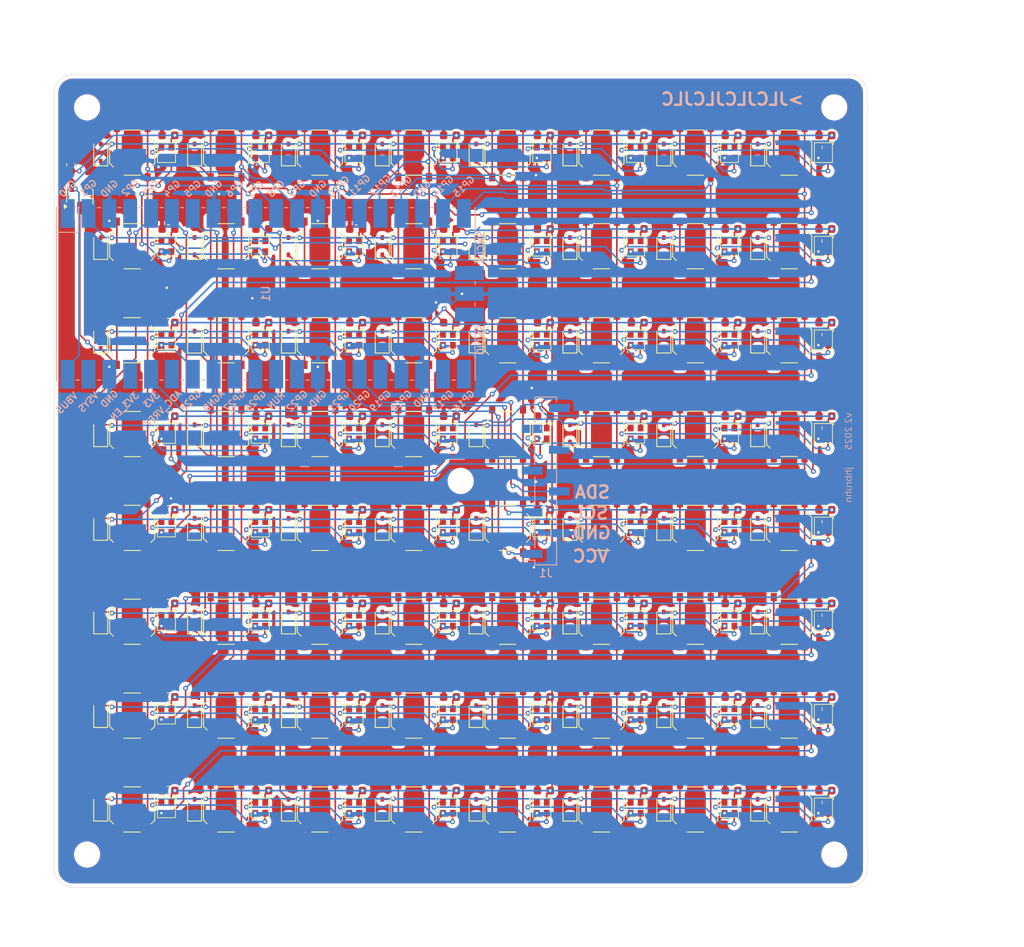
<source format=kicad_pcb>
(kicad_pcb (version 20240108) (generator "pcbnew") (generator_version "8.0")
  (layers (0 "F.Cu" signal) (31 "B.Cu" signal) (34 "B.Paste" user) (35 "F.Paste" user) (36 "B.SilkS" user "B.Silkscreen") (37 "F.SilkS" user "F.Silkscreen") (38 "B.Mask" user) (39 "F.Mask" user) (44 "Edge.Cuts" user))
  (net 0 "")
  (net 1 "+5V")
  (net 2 "GND")
  (net 3 "Net-(D1-DOUT)")
  (net 4 "LED_DIN")
  (net 5 "SW_ROW_1")
  (net 6 "Net-(D2-K)")
  (net 7 "Net-(D3-K)")
  (net 8 "Net-(D4-K)")
  (net 9 "Net-(D5-K)")
  (net 10 "Net-(D6-K)")
  (net 11 "Net-(D7-K)")
  (net 12 "Net-(D8-K)")
  (net 13 "Net-(D9-K)")
  (net 14 "SW_ROW_2")
  (net 15 "Net-(D10-K)")
  (net 16 "Net-(D11-K)")
  (net 17 "Net-(D12-K)")
  (net 18 "Net-(D13-K)")
  (net 19 "Net-(D14-K)")
  (net 20 "Net-(D15-K)")
  (net 21 "Net-(D16-K)")
  (net 22 "Net-(D17-K)")
  (net 23 "SW_ROW_3")
  (net 24 "Net-(D18-K)")
  (net 25 "Net-(D19-K)")
  (net 26 "Net-(D20-K)")
  (net 27 "Net-(D21-K)")
  (net 28 "Net-(D22-K)")
  (net 29 "Net-(D23-K)")
  (net 30 "Net-(D24-K)")
  (net 31 "Net-(D25-K)")
  (net 32 "Net-(D26-K)")
  (net 33 "SW_ROW_4")
  (net 34 "Net-(D27-K)")
  (net 35 "Net-(D28-K)")
  (net 36 "Net-(D29-K)")
  (net 37 "Net-(D30-K)")
  (net 38 "Net-(D31-K)")
  (net 39 "Net-(D32-K)")
  (net 40 "Net-(D33-K)")
  (net 41 "Net-(D34-K)")
  (net 42 "SW_ROW_5")
  (net 43 "Net-(D35-K)")
  (net 44 "Net-(D36-K)")
  (net 45 "Net-(D37-K)")
  (net 46 "Net-(D38-K)")
  (net 47 "Net-(D39-K)")
  (net 48 "Net-(D40-K)")
  (net 49 "Net-(D41-K)")
  (net 50 "SW_ROW_6")
  (net 51 "Net-(D42-K)")
  (net 52 "Net-(D43-K)")
  (net 53 "Net-(D44-K)")
  (net 54 "Net-(D45-K)")
  (net 55 "Net-(D46-K)")
  (net 56 "Net-(D47-K)")
  (net 57 "Net-(D48-K)")
  (net 58 "Net-(D49-K)")
  (net 59 "Net-(D50-K)")
  (net 60 "SW_ROW_7")
  (net 61 "Net-(D51-K)")
  (net 62 "Net-(D52-K)")
  (net 63 "Net-(D53-K)")
  (net 64 "Net-(D54-K)")
  (net 65 "Net-(D55-K)")
  (net 66 "Net-(D56-K)")
  (net 67 "Net-(D57-K)")
  (net 68 "Net-(D58-K)")
  (net 69 "SW_ROW_8")
  (net 70 "Net-(D59-K)")
  (net 71 "Net-(D60-K)")
  (net 72 "Net-(D61-K)")
  (net 73 "Net-(D62-K)")
  (net 74 "Net-(D63-K)")
  (net 75 "Net-(D64-K)")
  (net 76 "Net-(D65-K)")
  (net 77 "Net-(D66-DOUT)")
  (net 78 "Net-(D67-DOUT)")
  (net 79 "Net-(D68-DOUT)")
  (net 80 "Net-(D69-DOUT)")
  (net 81 "Net-(D70-DOUT)")
  (net 82 "Net-(D71-DOUT)")
  (net 83 "Net-(D72-DOUT)")
  (net 84 "Net-(D73-DOUT)")
  (net 85 "Net-(D74-DOUT)")
  (net 86 "Net-(D75-DOUT)")
  (net 87 "Net-(D76-DOUT)")
  (net 88 "Net-(D77-DOUT)")
  (net 89 "Net-(D78-DOUT)")
  (net 90 "Net-(D79-DOUT)")
  (net 91 "Net-(D80-DOUT)")
  (net 92 "Net-(D81-DOUT)")
  (net 93 "Net-(D82-DOUT)")
  (net 94 "Net-(D83-DOUT)")
  (net 95 "Net-(D84-DOUT)")
  (net 96 "Net-(D85-DOUT)")
  (net 97 "Net-(D86-DOUT)")
  (net 98 "Net-(D87-DOUT)")
  (net 99 "Net-(D88-DOUT)")
  (net 100 "Net-(D89-DOUT)")
  (net 101 "Net-(D90-DOUT)")
  (net 102 "Net-(D91-DOUT)")
  (net 103 "Net-(D92-DOUT)")
  (net 104 "Net-(D93-DOUT)")
  (net 105 "Net-(D94-DOUT)")
  (net 106 "Net-(D95-DOUT)")
  (net 107 "Net-(D96-DOUT)")
  (net 108 "Net-(D125-DOUT)")
  (net 109 "Net-(D126-DOUT)")
  (net 110 "Net-(D100-DIN)")
  (net 111 "Net-(D100-DOUT)")
  (net 112 "Net-(D101-DOUT)")
  (net 113 "Net-(D102-DOUT)")
  (net 114 "Net-(D103-DOUT)")
  (net 115 "Net-(D104-DOUT)")
  (net 116 "Net-(D105-DOUT)")
  (net 117 "Net-(D106-DOUT)")
  (net 118 "Net-(D107-DOUT)")
  (net 119 "Net-(D108-DOUT)")
  (net 120 "Net-(D109-DOUT)")
  (net 121 "Net-(D110-DOUT)")
  (net 122 "Net-(D111-DOUT)")
  (net 123 "Net-(D112-DOUT)")
  (net 124 "Net-(D113-DOUT)")
  (net 125 "Net-(D114-DOUT)")
  (net 126 "Net-(D115-DOUT)")
  (net 127 "Net-(D116-DOUT)")
  (net 128 "Net-(D117-DOUT)")
  (net 129 "Net-(D118-DOUT)")
  (net 130 "Net-(D119-DOUT)")
  (net 131 "Net-(D120-DOUT)")
  (net 132 "Net-(D121-DOUT)")
  (net 133 "Net-(D122-DOUT)")
  (net 134 "Net-(D123-DOUT)")
  (net 135 "Net-(D124-DOUT)")
  (net 137 "SW_COL_1")
  (net 138 "SW_COL_2")
  (net 139 "SW_COL_3")
  (net 140 "SW_COL_4")
  (net 141 "SW_COL_5")
  (net 142 "SW_COL_6")
  (net 143 "SW_COL_7")
  (net 144 "SW_COL_8")
  (net 158 "I2C0_SDA")
  (net 159 "I2C0_SCL")
  (net 160 "+3.3V")
  (net 165 "LED_DATA")
  (net 167 "Net-(D97-DOUT)")
  (net 168 "Net-(D98-DOUT)")
  (net 169 "Net-(D127-DOUT)")
  (footprint "SK6812-EC20:SK6812-EC20" (layer "F.Cu") (at 146.25 108.1 90)
    (property "Reference" "D105" (hide yes))
    (property "Value" "SK6812-EC20")
  )
  (footprint "MountingHole:MountingHole_2.7mm_M2.5" (layer "F.Cu") (at 136.590991 136.590997)
    (property "Reference" "H2" (hide yes))
    (property "Value" "MountingHole")
  )
  (footprint "Capacitor_SMD:C_0603_1608Metric" (layer "F.Cu") (at 192.22 94.6 180)
    (property "Reference" "C37" (hide yes))
    (property "Value" "100nF")
  )
  (footprint "SK6812-EC20:SK6812-EC20" (layer "F.Cu") (at 180.54 85.3 90)
    (property "Reference" "D92" (hide yes))
    (property "Value" "SK6812-EC20")
  )
  (footprint "Capacitor_SMD:C_0603_1608Metric" (layer "F.Cu") (at 226.51 60.4 180)
    (property "Reference" "C16" (hide yes))
    (property "Value" "100nF")
  )
  (footprint "Capacitor_SMD:C_0603_1608Metric" (layer "F.Cu") (at 192.22 71.8 180)
    (property "Reference" "C21" (hide yes))
    (property "Value" "100nF")
  )
  (footprint "switch:SW_Push_1P1T_XKB_TS-1187A" (layer "F.Cu") (at 222.095991 131.095996 90)
    (property "Reference" "SW64" (hide yes))
    (property "Value" "SW_Push")
  )
  (footprint "Capacitor_SMD:C_0603_1608Metric" (layer "F.Cu") (at 134.62 52.578 90)
    (property "Reference" "C65" (hide yes))
    (property "Value" "100nF")
  )
  (footprint "Capacitor_SMD:C_0603_1608Metric" (layer "F.Cu") (at 215.08 60.4 180)
    (property "Reference" "C15" (hide yes))
    (property "Value" "100nF")
  )
  (footprint "Diode_SMD:D_SOD-323" (layer "F.Cu") (at 218.26 96.7 90)
    (property "Reference" "D41" (hide yes))
    (property "Value" "1N4148WS")
  )
  (footprint "Diode_SMD:D_SOD-323" (layer "F.Cu") (at 218.26 108.1 90)
    (property "Reference" "D49" (hide yes))
    (property "Value" "1N4148WS")
  )
  (footprint "switch:SW_Push_1P1T_XKB_TS-1187A" (layer "F.Cu") (at 142.085991 108.235996 90)
    (property "Reference" "SW41" (hide yes))
    (property "Value" "SW_Push")
  )
  (footprint "SK6812-EC20:SK6812-EC20" (layer "F.Cu") (at 214.83 62.5 90)
    (property "Reference" "D79" (hide yes))
    (property "Value" "SK6812-EC20")
  )
  (footprint "Diode_SMD:D_SOD-323" (layer "F.Cu") (at 218.26 51.1 90)
    (property "Reference" "D9" (hide yes))
    (property "Value" "1N4148WS")
  )
  (footprint "switch:SW_Push_1P1T_XKB_TS-1187A" (layer "F.Cu") (at 142.085991 119.665996 90)
    (property "Reference" "SW49" (hide yes))
    (property "Value" "SW_Push")
  )
  (footprint "SK6812-EC20:SK6812-EC20" (layer "F.Cu") (at 226.26 119.5 90)
    (property "Reference" "D120" (hide yes))
    (property "Value" "SK6812-EC20")
  )
  (footprint "SK6812-EC20:SK6812-EC20" (layer "F.Cu") (at 169.11 85.3 90)
    (property "Reference" "D91" (hide yes))
    (property "Value" "SK6812-EC20")
  )
  (footprint "switch:SW_Push_1P1T_XKB_TS-1187A" (layer "F.Cu") (at 176.375991 51.1 90)
    (property "Reference" "SW4" (hide yes))
    (property "Value" "SW_Push")
  )
  (footprint "switch:SW_Push_1P1T_XKB_TS-1187A" (layer "F.Cu") (at 176.375991 85.375997 90)
    (property "Reference" "SW28" (hide yes))
    (property "Value" "SW_Push")
  )
  (footprint "switch:SW_Push_1P1T_XKB_TS-1187A" (layer "F.Cu") (at 187.805991 96.805996 90)
    (property "Reference" "SW37" (hide yes))
    (property "Value" "SW_Push")
  )
  (footprint "switch:SW_Push_1P1T_XKB_TS-1187A" (layer "F.Cu") (at 222.095991 51.1 90)
    (property "Reference" "SW8" (hide yes))
    (property "Value" "SW_Push")
  )
  (footprint "switch:SW_Push_1P1T_XKB_TS-1187A" (layer "F.Cu") (at 210.665991 73.95 90)
    (property "Reference" "SW23" (hide yes))
    (property "Value" "SW_Push")
  )
  (footprint "Diode_SMD:D_SOD-323" (layer "F.Cu") (at 138.25 85.3 90)
    (property "Reference" "D26" (hide yes))
    (property "Value" "1N4148WS")
  )
  (footprint "Capacitor_SMD:C_0603_1608Metric" (layer "F.Cu") (at 226.51 71.8 180)
    (property "Reference" "C24" (hide yes))
    (property "Value" "100nF")
  )
  (footprint "switch:SW_Push_1P1T_XKB_TS-1187A" (layer "F.Cu") (at 199.235991 119.665996 90)
    (property "Reference" "SW54" (hide yes))
    (property "Value" "SW_Push")
  )
  (footprint "Capacitor_SMD:C_0603_1608Metric" (layer "F.Cu") (at 169.36 49 180)
    (property "Reference" "C3" (hide yes))
    (property "Value" "100nF")
  )
  (footprint "Diode_SMD:D_SOD-323" (layer "F.Cu") (at 218.26 85.3 90)
    (property "Reference" "D33" (hide yes))
    (property "Value" "1N4148WS")
  )
  (footprint "SK6812-EC20:SK6812-EC20" (layer "F.Cu") (at 157.68 119.5 90)
    (property "Reference" "D114" (hide yes))
    (property "Value" "SK6812-EC20")
  )
  (footprint "SK6812-EC20:SK6812-EC20" (layer "F.Cu") (at 146.25 119.5 90)
    (property "Reference" "D113" (hide yes))
    (property "Value" "SK6812-EC20")
  )
  (footprint "Diode_SMD:D_SOD-323" (layer "F.Cu") (at 161.11 85.3 90)
    (property "Reference" "D28" (hide yes))
    (property "Value" "1N4148WS")
  )
  (footprint "SK6812-EC20:SK6812-EC20" (layer "F.Cu") (at 169.11 119.5 90)
    (property "Reference" "D115" (hide yes))
    (property "Value" "SK6812-EC20")
  )
  (footprint "switch:SW_Push_1P1T_XKB_TS-1187A" (layer "F.Cu") (at 187.805991 62.5 90)
    (property "Reference" "SW13" (hide yes))
    (property "Value" "SW_Push")
  )
  (footprint "Capacitor_SMD:C_0603_1608Metric" (layer "F.Cu") (at 215.08 106 180)
    (property "Reference" "C47" (hide yes))
    (property "Value" "100nF")
  )
  (footprint "Capacitor_SMD:C_0603_1608Metric" (layer "F.Cu") (at 203.65 60.4 180)
    (property "Reference" "C14" (hide yes))
    (property "Value" "100nF")
  )
  (footprint "Diode_SMD:D_SOD-323" (layer "F.Cu") (at 161.11 96.7 90)
    (property "Reference" "D36" (hide yes))
    (property "Value" "1N4148WS")
  )
  (footprint "switch:SW_Push_1P1T_XKB_TS-1187A" (layer "F.Cu") (at 142.085991 73.95 90)
    (property "Reference" "SW17" (hide yes))
    (property "Value" "SW_Push")
  )
  (footprint "switch:SW_Push_1P1T_XKB_TS-1187A" (layer "F.Cu") (at 153.515991 108.235996 90)
    (property "Reference" "SW42" (hide yes))
    (property "Value" "SW_Push")
  )
  (footprint "Diode_SMD:D_SOD-323" (layer "F.Cu") (at 161.11 73.9 90)
    (property "Reference" "D20" (hide yes))
    (property "Value" "1N4148WS")
  )
  (footprint "switch:SW_Push_1P1T_XKB_TS-1187A" (layer "F.Cu") (at 142.085991 51.1 90)
    (property "Reference" "SW1" (hide yes))
    (property "Value" "SW_Push")
  )
  (footprint "SK6812-EC20:SK6812-EC20" (layer "F.Cu") (at 157.68 73.9 90)
    (property "Reference" "D82" (hide yes))
    (property "Value" "SK6812-EC20")
  )
  (footprint "Capacitor_SMD:C_0603_1608Metric" (layer "F.Cu") (at 192.22 60.4 180)
    (property "Reference" "C13" (hide yes))
    (property "Value" "100nF")
  )
  (footprint "Diode_SMD:D_SOD-323" (layer "F.Cu") (at 138.25 96.7 90)
    (property "Reference" "D34" (hide yes))
    (property "Value" "1N4148WS")
  )
  (footprint "SK6812-EC20:SK6812-EC20" (layer "F.Cu") (at 203.4 51.1 90)
    (property "Reference" "D70" (hide yes))
    (property "Value" "SK6812-EC20")
  )
  (footprint "switch:SW_Push_1P1T_XKB_TS-1187A" (layer "F.Cu") (at 164.945991 73.95 90)
    (property "Reference" "SW19" (hide yes))
    (property "Value" "SW_Push")
  )
  (footprint "Capacitor_SMD:C_0603_1608Metric" (layer "F.Cu") (at 203.65 49 180)
    (property "Reference" "C6" (hide yes))
    (property "Value" "100nF")
  )
  (footprint "Capacitor_SMD:C_0603_1608Metric" (layer "F.Cu") (at 203.65 128.8 180)
    (property "Reference" "C62" (hide yes))
    (property "Value" "100nF")
  )
  (footprint "switch:SW_Push_1P1T_XKB_TS-1187A" (layer "F.Cu") (at 222.095991 108.235996 90)
    (property "Reference" "SW48" (hide yes))
    (property "Value" "SW_Push")
  )
  (footprint "SK6812-EC20:SK6812-EC20" (layer "F.Cu") (at 157.68 130.9 90)
    (property "Reference" "D122" (hide yes))
    (property "Value" "SK6812-EC20")
  )
  (footprint "switch:SW_Push_1P1T_XKB_TS-1187A" (layer "F.Cu") (at 210.665991 119.665996 90)
    (property "Reference" "SW55" (hide yes))
    (property "Value" "SW_Push")
  )
  (footprint "SK6812-EC20:SK6812-EC20" (layer "F.Cu") (at 146.25 96.7 90)
    (property "Reference" "D97" (hide yes))
    (property "Value" "SK6812-EC20")
  )
  (footprint "Capacitor_SMD:C_0603_1608Metric" (layer "F.Cu") (at 180.79 60.4 180)
    (property "Reference" "C12" (hide yes))
    (property "Value" "100nF")
  )
  (footprint "SK6812-EC20:SK6812-EC20" (layer "F.Cu") (at 157.68 85.3 90)
    (property "Reference" "D90" (hide yes))
    (property "Value" "SK6812-EC20")
  )
  (footprint "Diode_SMD:D_SOD-323" (layer "F.Cu") (at 195.4 130.9 90)
    (property "Reference" "D63" (hide yes))
    (property "Value" "1N4148WS")
  )
  (footprint "SK6812-EC20:SK6812-EC20" (layer "F.Cu") (at 180.54 73.9 90)
    (property "Reference" "D84" (hide yes))
    (property "Value" "SK6812-EC20")
  )
  (footprint "Capacitor_SMD:C_0603_1608Metric" (layer "F.Cu") (at 169.36 128.8 180)
    (property "Reference" "C59" (hide yes))
    (property "Value" "100nF")
  )
  (footprint "Diode_SMD:D_SOD-323" (layer "F.Cu") (at 138.25 51.1 90)
    (property "Reference" "D2" (hide yes))
    (property "Value" "1N4148WS")
  )
  (footprint "SK6812-EC20:SK6812-EC20" (layer "F.Cu") (at 203.4 119.5 90)
    (property "Reference" "D118" (hide yes))
    (property "Value" "SK6812-EC20")
  )
  (footprint "switch:SW_Push_1P1T_XKB_TS-1187A" (layer "F.Cu") (at 142.085991 62.5 90)
    (property "Reference" "SW9" (hide yes))
    (property "Value" "SW_Push")
  )
  (footprint "SK6812-EC20:SK6812-EC20" (layer "F.Cu") (at 226.26 108.1 90)
    (property "Reference" "D112" (hide yes))
    (property "Value" "SK6812-EC20")
  )
  (footprint "Diode_SMD:D_SOD-323" (layer "F.Cu") (at 183.97 73.9 90)
    (property "Reference" "D22" (hide yes))
    (property "Value" "1N4148WS")
  )
  (footprint "SK6812-EC20:SK6812-EC20" (layer "F.Cu") (at 169.11 51.1 90)
    (property "Reference" "D67" (hide yes))
    (property "Value" "SK6812-EC20")
  )
  (footprint "SK6812-EC20:SK6812-EC20" (layer "F.Cu") (at 226.26 51.1 90)
    (property "Reference" "D72" (hide yes))
    (property "Value" "SK6812-EC20")
  )
  (footprint "Diode_SMD:D_SOD-323" (layer "F.Cu") (at 195.4 51.1 90)
    (property "Reference" "D7" (hide yes))
    (property "Value" "1N4148WS")
  )
  (footprint "Diode_SMD:D_SOD-323" (layer "F.Cu") (at 172.54 51.1 90)
    (property "Reference" "D5" (hide yes))
    (property "Value" "1N4148WS")
  )
  (footprint "SK6812-EC20:SK6812-EC20" (layer "F.Cu") (at 203.4 85.3 90)
    (property "Reference" "D94" (hide yes))
    (property "Value" "SK6812-EC20")
  )
  (footprint "switch:SW_Push_1P1T_XKB_TS-1187A" (layer "F.Cu") (at 210.665991 51.1 90)
    (property "Reference" "SW7" (hide yes))
    (property "Value" "SW_Push")
  )
  (footprint "Diode_SMD:D_SOD-323" (layer "F.Cu") (at 195.4 73.9 90)
    (property "Reference" "D23" (hide yes))
    (property "Value" "1N4148WS")
  )
  (footprint "switch:SW_Push_1P1T_XKB_TS-1187A" (layer "F.Cu") (at 176.375991 96.805996 90)
    (property "Reference" "SW36" (hide yes))
    (property "Value" "SW_Push")
  )
  (footprint "Diode_SMD:D_SOD-323" (layer "F.Cu") (at 149.68 51.1 90)
    (property "Reference" "D3" (hide yes))
    (property "Value" "1N4148WS")
  )
  (footprint "Capacitor_SMD:C_0603_1608Metric" (layer "F.Cu") (at 215.08 94.6 180)
    (property "Reference" "C39" (hide yes))
    (property "Value" "100nF")
  )
  (footprint "SK6812-EC20:SK6812-EC20" (layer "F.Cu") (at 146.25 73.9 90)
    (property "Reference" "D81" (hide yes))
    (property "Value" "SK6812-EC20")
  )
  (footprint "switch:SW_Push_1P1T_XKB_TS-1187A" (layer "F.Cu") (at 153.515991 62.5 90)
    (property "Reference" "SW10" (hide yes))
    (property "Value" "SW_Push")
  )
  (footprint "SK6812-EC20:SK6812-EC20" (layer "F.Cu") (at 180.54 130.9 90)
    (property "Reference" "D124" (hide yes))
    (property "Value" "SK6812-EC20")
  )
  (footprint "SK6812-EC20:SK6812-EC20" (layer "F.Cu") (at 180.54 62.5 90)
    (property "Reference" "D76" (hide yes))
    (property "Value" "SK6812-EC20")
  )
  (footprint "Capacitor_SMD:C_0603_1608Metric" (layer "F.Cu") (at 146.5 128.8 180)
    (property "Reference" "C57" (hide yes))
    (property "Value" "100nF")
  )
  (footprint "Capacitor_SMD:C_0603_1608Metric" (layer "F.Cu") (at 203.65 71.8 180)
    (property "Reference" "C22" (hide yes))
    (property "Value" "100nF")
  )
  (footprint "Diode_SMD:D_SOD-323" (layer "F.Cu") (at 206.83 85.3 90)
    (property "Reference" "D32" (hide yes))
    (property "Value" "1N4148WS")
  )
  (footprint "SK6812-EC20:SK6812-EC20" (layer "F.Cu") (at 191.97 108.1 90)
    (property "Reference" "D109" (hide yes))
    (property "Value" "SK6812-EC20")
  )
  (footprint "Capacitor_SMD:C_0603_1608Metric" (layer "F.Cu") (at 226.51 117.4 180)
    (property "Reference" "C56" (hide yes))
    (property "Value" "100nF")
  )
  (footprint "switch:SW_Push_1P1T_XKB_TS-1187A" (layer "F.Cu") (at 164.945991 119.665996 90)
    (property "Reference" "SW51" (hide yes))
    (property "Value" "SW_Push")
  )
  (footprint "Capacitor_SMD:C_0603_1608Metric" (layer "F.Cu") (at 169.36 117.4 180)
    (property "Reference" "C51" (hide yes))
    (property "Value" "100nF")
  )
  (footprint "Diode_SMD:D_SOD-323" (layer "F.Cu") (at 149.68 73.9 90)
    (property "Reference" "D19" (hide yes))
    (property "Value" "1N4148WS")
  )
  (footprint "Diode_SMD:D_SOD-323" (layer "F.Cu") (at 206.83 96.7 90)
    (property "Reference" "D40" (hide yes))
    (property "Value" "1N4148WS")
  )
  (footprint "SK6812-EC20:SK6812-EC20" (layer "F.Cu") (at 226.26 96.7 90)
    (property "Reference" "D104" (hide yes))
    (property "Value" "SK6812-EC20")
  )
  (footprint "Capacitor_SMD:C_0603_1608Metric" (layer "F.Cu") (at 146.5 94.6 180)
    (property "Reference" "C33" (hide yes))
    (property "Value" "100nF")
  )
  (footprint "Diode_SMD:D_SOD-323" (layer "F.Cu") (at 218.26 119.5 90)
    (property "Reference" "D57" (hide yes))
    (property "Value" "1N4148WS")
  )
  (footprint "Capacitor_SMD:C_0603_1608Metric" (layer "F.Cu") (at 226.51 128.8 180)
    (property "Reference" "C64" (hide yes))
    (property "Value" "100nF")
  )
  (footprint "SK6812-EC20:SK6812-EC20" (layer "F.Cu") (at 214.83 119.5 90)
    (property "Reference" "D119" (hide yes))
    (property "Value" "SK6812-EC20")
  )
  (footprint "switch:SW_Push_1P1T_XKB_TS-1187A" (layer "F.Cu") (at 222.095991 73.95 90)
    (property "Reference" "SW24" (hide yes))
    (property "Value" "SW_Push")
  )
  (footprint "Diode_SMD:D_SOD-323" (layer "F.Cu") (at 161.11 108.1 90)
    (property "Reference" "D44" (hide yes))
    (property "Value" "1N4148WS")
  )
  (footprint "Capacitor_SMD:C_0603_1608Metric" (layer "F.Cu") (at 215.08 128.8 180)
    (property "Reference" "C63" (hide yes))
    (property "Value" "100nF")
  )
  (footprint "Diode_SMD:D_SOD-323" (layer "F.Cu") (at 183.97 96.7 90)
    (property "Reference" "D38" (hide yes))
    (property "Value" "1N4148WS")
  )
  (footprint "Capacitor_SMD:C_0603_1608Metric" (layer "F.Cu") (at 180.79 71.8 180)
    (property "Reference" "C20" (hide yes))
    (property "Value" "100nF")
  )
  (footprint "MountingHole:MountingHole_2.7mm_M2.5" (layer "F.Cu") (at 227.590991 136.590997)
    (property "Reference" "H3" (hide yes))
    (property "Value" "MountingHole")
  )
  (footprint "Diode_SMD:D_SOD-323" (layer "F.Cu") (at 218.26 62.5 90)
    (property "Reference" "D17" (hide yes))
    (property "Value" "1N4148WS")
  )
  (footprint "switch:SW_Push_1P1T_XKB_TS-1187A" (layer "F.Cu") (at 187.805991 51.1 90)
    (property "Reference" "SW5" (hide yes))
    (property "Value" "SW_Push")
  )
  (footprint "switch:SW_Push_1P1T_XKB_TS-1187A" (layer "F.Cu") (at 164.945991 62.5 90)
    (property "Reference" "SW11" (hide yes))
    (property "Value" "SW_Push")
  )
  (footprint "Capacitor_SMD:C_0603_1608Metric" (layer "F.Cu") (at 180.79 106 180)
    (property "Reference" "C44" (hide yes))
    (property "Value" "100nF")
  )
  (footprint "SK6812-EC20:SK6812-EC20" (layer "F.Cu") (at 214.83 96.7 90)
    (property "Reference" "D103" (hide yes))
    (property "Value" "SK6812-EC20")
  )
  (footprint "Capacitor_SMD:C_0603_1608Metric" (layer "F.Cu") (at 226.51 94.6 180)
    (property "Reference" "C40" (hide yes))
    (property "Value" "100nF")
  )
  (footprint "SK6812-EC20:SK6812-EC20" (layer "F.Cu") (at 226.26 85.3 90)
    (property "Reference" "D96" (hide yes))
    (property "Value" "SK6812-EC20")
  )
  (footprint "Diode_SMD:D_SOD-323" (layer "F.Cu") (at 195.4 62.5 90)
    (property "Reference" "D15" (hide yes))
    (property "Value" "1N4148WS")
  )
  (footprint "Capacitor_SMD:C_0603_1608Metric" (layer "F.Cu") (at 157.93 94.6 180)
    (property "Reference" "C34" (hide yes))
    (property "Value" "100nF")
  )
  (footprint "switch:SW_Push_1P1T_XKB_TS-1187A" (layer "F.Cu") (at 210.665991 108.235996 90)
    (property "Reference" "SW47" (hide yes))
    (property "Value" "SW_Push")
  )
  (footprint "switch:SW_Push_1P1T_XKB_TS-1187A" (layer "F.Cu") (at 210.665991 62.5 90)
    (property "Reference" "SW15" (hide yes))
    (property "Value" "SW_Push")
  )
  (footprint "switch:SW_Push_1P1T_XKB_TS-1187A" (layer "F.Cu") (at 142.085991 96.805996 90)
    (property "Reference" "SW33" (hide yes))
    (property "Value" "SW_Push")
  )
  (footprint "Diode_SMD:D_SOD-323" (layer "F.Cu") (at 172.54 119.5 90)
    (property "Reference" "D53" (hide yes))
    (property "Value" "1N4148WS")
  )
  (footprint "switch:SW_Push_1P1T_XKB_TS-1187A" (layer "F.Cu") (at 153.515991 73.95 90)
    (property "Reference" "SW18" (hide yes))
    (property "Value" "SW_Push")
  )
  (footprint "switch:SW_Push_1P1T_XKB_TS-1187A" (layer "F.Cu") (at 222.095991 85.35 90)
    (property "Reference" "SW32" (hide yes))
    (property "Value" "SW_Push")
  )
  (footprint "SK6812-EC20:SK6812-EC20" (layer "F.Cu") (at 191.97 96.7 90)
    (property "Reference" "D101" (hide yes))
    (property "Value" "SK6812-EC20")
  )
  (footprint "Capacitor_SMD:C_0603_1608Metric" (layer "F.Cu") (at 146.5 60.4 180)
    (property "Reference" "C9" (hide yes))
    (property "Value" "100nF")
  )
  (footprint "Diode_SMD:D_SOD-323" (layer "F.Cu") (at 172.54 96.7 90)
    (property "Reference" "D37" (hide yes))
    (property "Value" "1N4148WS")
  )
  (footprint "Diode_SMD:D_SOD-323" (layer "F.Cu") (at 195.4 119.5 90)
    (property "Reference" "D55" (hide yes))
    (property "Value" "1N4148WS")
  )
  (footprint "Diode_SMD:D_SOD-323" (layer "F.Cu") (at 218.26 130.9 90)
    (property "Reference" "D65" (hide yes))
    (property "Value" "1N4148WS")
  )
  (footprint "Capacitor_SMD:C_0603_1608Metric" (layer "F.Cu") (at 157.93 49 180)
    (property "Reference" "C2" (hide yes))
    (property "Value" "100nF")
  )
  (footprint "switch:SW_Push_1P1T_XKB_TS-1187A" (layer "F.Cu") (at 142.085991 131.095996 90)
    (property "Reference" "SW57" (hide yes))
    (property "Value" "SW_Push")
  )
  (footprint "SK6812-EC20:SK6812-EC20" (layer "F.Cu") (at 180.54 108.1 90)
    (property "Reference" "D108" (hide yes))
    (property "Value" "SK6812-EC20")
  )
  (footprint "Capacitor_SMD:C_0603_1608Metric" (layer "F.Cu") (at 192.22 128.8 180)
    (property "Reference" "C61" (hide yes))
    (property "Value" "100nF")
  )
  (footprint "Capacitor_SMD:C_0603_1608Metric" (layer "F.Cu") (at 180.79 128.8 180)
    (property "Reference" "C60" (hide yes))
    (property "Value" "100nF")
  )
  (footprint "Capacitor_SMD:C_0603_1608Metric" (layer "F.Cu") (at 203.65 83.2 180)
    (property "Reference" "C30" (hide yes))
    (property "Value" "100nF")
  )
  (footprint "SK6812-EC20:SK6812-EC20" (layer "F.Cu") (at 146.25 62.5 90)
    (property "Reference" "D73" (hide yes))
    (property "Value" "SK6812-EC20")
  )
  (footprint "Capacitor_SMD:C_0603_1608Metric" (layer "F.Cu") (at 169.36 94.6 180)
    (property "Reference" "C35" (hide yes))
    (property "Value" "100nF")
  )
  (footprint "Diode_SMD:D_SOD-323" (layer "F.Cu") (at 183.97 130.9 90)
    (property "Reference" "D62" (hide yes))
    (property "Value" "1N4148WS")
  )
  (footprint "Capacitor_SMD:C_0603_1608Metric" (layer "F.Cu") (at 146.5 83.2 180)
    (property "Reference" "C25" (hide yes))
    (property "Value" "100nF")
  )
  (footprint "Diode_SMD:D_SOD-323" (layer "F.Cu") (at 161.11 62.5 90)
    (property "Reference" "D12" (hide yes))
    (property "Value" "1N4148WS")
  )
  (footprint "SK6812-EC20:SK6812-EC20" (layer "F.Cu") (at 191.97 51.1 90)
    (property "Reference" "D69" (hide yes))
    (property "Value" "SK6812-EC20")
  )
  (footprint "Capacitor_SMD:C_0603_1608Metric" (layer "F.Cu") (at 180.79 117.4 180)
    (property "Reference" "C52" (hide yes))
    (property "Value" "100nF")
  )
  (footprint "Diode_SMD:D_SOD-323" (layer "F.Cu") (at 206.83 73.9 90)
    (property "Reference" "D24" (hide yes))
    (property "Value" "1N4148WS")
  )
  (footprint "Capacitor_SMD:C_0603_1608Metric" (layer "F.Cu") (at 157.93 83.2 180)
    (property "Reference" "C26" (hide yes))
    (property "Value" "100nF")
  )
  (footprint "Diode_SMD:D_SOD-323" (layer "F.Cu") (at 172.54 108.1 90)
    (property "Reference" "D45" (hide yes))
    (property "Value" "1N4148WS")
  )
  (footprint "Capacitor_SMD:C_0603_1608Metric" (layer "F.Cu") (at 215.08 49 180)
    (property "Reference" "C7" (hide yes))
    (property "Value" "100nF")
  )
  (footprint "Capacitor_SMD:C_0603_1608Metric" (layer "F.Cu") (at 146.5 49 180)
    (property "Reference" "C1" (hide yes))
    (property "Value" "100nF")
  )
  (footprint "Diode_SMD:D_SOD-323" (layer "F.Cu") (at 138.25 108.1 90)
    (property "Reference" "D42" (hide yes))
    (property "Value" "1N4148WS")
  )
  (footprint "Diode_SMD:D_SOD-323" (layer "F.Cu") (at 206.83 62.5 90)
    (property "Reference" "D16" (hide yes))
    (property "Value" "1N4148WS")
  )
  (footprint "Diode_SMD:D_SOD-323" (layer "F.Cu") (at 183.97 108.1 90)
    (property "Reference" "D46" (hide yes))
    (property "Value" "1N4148WS")
  )
  (footprint "switch:SW_Push_1P1T_XKB_TS-1187A" (layer "F.Cu") (at 210.665991 96.805996 90)
    (property "Reference" "SW39" (hide yes))
    (property "Value" "SW_Push")
  )
  (footprint "Diode_SMD:D_SOD-323" (layer "F.Cu") (at 206.83 119.5 90)
    (property "Reference" "D56" (hide yes))
    (property "Value" "1N4148WS")
  )
  (footprint "Diode_SMD:D_SOD-323" (layer "F.Cu") (at 149.68 85.3 90)
    (property "Reference" "D27" (hide yes))
    (property "Value" "1N4148WS")
  )
  (footprint "switch:SW_Push_1P1T_XKB_TS-1187A" (layer "F.Cu") (at 222.095991 119.665996 90)
    (property "Reference" "SW56" (hide yes))
    (property "Value" "SW_Push")
  )
  (footprint "Capacitor_SMD:C_0603_1608Metric" (layer "F.Cu") (at 226.51 83.2 180)
    (property "Reference" "C32" (hide yes))
    (property "Value" "100nF")
  )
  (footprint "SK6812-EC20:SK6812-EC20" (layer "F.Cu") (at 157.68 96.7 90)
    (property "Reference" "D98" (hide yes))
    (property "Value" "SK6812-EC20")
  )
  (footprint "Capacitor_SMD:C_0603_1608Metric" (layer "F.Cu") (at 215.08 83.2 180)
    (property "Reference" "C31" (hide yes))
    (property "Value" "100nF")
  )
  (footprint "Capacitor_SMD:C_0603_1608Metric" (layer "F.Cu") (at 146.5 106 180)
    (property "Reference" "C41" (hide yes))
    (property "Value" "100nF")
  )
  (footprint "switch:SW_Push_1P1T_XKB_TS-1187A" (layer "F.Cu") (at 153.515991 85.375997 90)
    (property "Reference" "SW26" (hide yes))
    (property "Value" "SW_Push")
  )
  (footprint "Capacitor_SMD:C_0603_1608Metric" (layer "F.Cu") (at 180.79 94.6 180)
    (property "Reference" "C36" (hide yes))
    (property "Value" "100nF")
  )
  (footprint "Diode_SMD:D_SOD-323" (layer "F.Cu") (at 149.68 119.5 90)
    (property "Reference" "D51" (hide yes))
    (property "Value" "1N4148WS")
  )
  (footprint "SK6812-EC20:SK6812-EC20" (layer "F.Cu") (at 169.11 96.7 90)
    (property "Reference" "D99" (hide yes))
    (property "Value" "SK6812-EC20")
  )
  (footprint "Diode_SMD:D_SOD-323" (layer "F.Cu") (at 218.26 73.9 90)
    (property "Reference" "D25" (hide yes))
    (property "Value" "1N4148WS")
  )
  (footprint "switch:SW_Push_1P1T_XKB_TS-1187A" (layer "F.Cu") (at 164.945991 96.805996 90)
    (property "Reference" "SW35" (hide yes))
    (property "Value" "SW_Push")
  )
  (footprint "Diode_SMD:D_SOD-323" (layer "F.Cu") (at 183.97 85.3 90)
    (property "Reference" "D30" (hide yes))
    (property "Value" "1N4148WS")
  )
  (footprint "switch:SW_Push_1P1T_XKB_TS-1187A" (layer "F.Cu") (at 199.235991 131.095996 90)
    (property "Reference" "SW62" (hide yes))
    (property "Value" "SW_Push")
  )
  (footprint "SK6812-EC20:SK6812-EC20" (layer "F.Cu") (at 226.26 130.9 90)
    (property "Reference" "D128" (hide yes))
    (property "Value" "SK6812-EC20")
  )
  (footprint "switch:SW_Push_1P1T_XKB_TS-1187A" (layer "F.Cu") (at 222.095991 96.805996 90)
    (property "Reference" "SW40" (hide yes))
    (property "Value" "SW_Push")
  )
  (footprint "Diode_SMD:D_SOD-323" (layer "F.Cu") (at 149.68 130.9 90)
    (property "Reference" "D59" (hide yes))
    (property "Value" "1N4148WS")
  )
  (footprint "switch:SW_Push_1P1T_XKB_TS-1187A" (layer "F.Cu") (at 199.235991 51.1 90)
    (property "Reference" "SW6" (hide yes))
    (property "Value" "SW_Push")
  )
  (footprint "Diode_SMD:D_SOD-323" (layer "F.Cu") (at 138.25 73.9 90)
    (property "Reference" "D18" (hide yes))
    (property "Value" "1N4148WS")
  )
  (footprint "SK6812-EC20:SK6812-EC20" (layer "F.Cu") (at 191.97 62.5 90)
    (property "Reference" "D77" (hide yes))
    (property "Value" "SK6812-EC20")
  )
  (footprint "switch:SW_Push_1P1T_XKB_TS-1187A" (layer "F.Cu") (at 222.095991 62.5 90)
    (property "Reference" "SW16" (hide yes))
    (property "Value" "SW_Push")
  )
  (footprint "Package_TO_SOT_SMD:SOT-23-5_HandSoldering" (layer "F.Cu") (at 135.702 56.468 90)
    (property "Reference" "U2" (hide yes))
    (property "Value" "74LVC1G17")
  )
  (footprint "SK6812-EC20:SK6812-EC20" (layer "F.Cu") (at 191.97 119.5 90)
    (property "Reference" "D117" (hide yes))
    (property "Value" "SK6812-EC20")
  )
  (footprint "switch:SW_Push_1P1T_XKB_TS-1187A" (layer "F.Cu") (at 199.235991 73.95 90)
    (property "Reference" "SW22" (hide yes))
    (property "Value" "SW_Push")
  )
  (footprint "Diode_SMD:D_SOD-323" (layer "F.Cu") (at 195.4 96.7 90)
    (property "Reference" "D39" (hide yes))
    (property "Value" "1N4148WS")
  )
  (footprint "Diode_SMD:D_SOD-323" (layer "F.Cu") (at 138.25 119.5 90)
    (property "Reference" "D50" (hide yes))
    (property "Value" "1N4148WS")
  )
  (footprint "SK6812-EC20:SK6812-EC20" (layer "F.Cu") (at 191.97 130.9 90)
    (property "Reference" "D125" (hide yes))
    (property "Value" "SK6812-EC20")
  )
  (footprint "switch:SW_Push_1P1T_XKB_TS-1187A" (layer "F.Cu") (at 199.235991 62.5 90)
    (property "Reference" "SW14" (hide yes))
    (property "Value" "SW_Push")
  )
  (footprint "switch:SW_Push_1P1T_XKB_TS-1187A" (layer "F.Cu") (at 176.375991 62.5 90)
    (property "Reference" "SW12" (hide yes))
    (property "Value" "SW_Push")
  )
  (footprint "SK6812-EC20:SK6812-EC20" (layer "F.Cu") (at 214.83 108.1 90)
    (property "Reference" "D111" (hide yes))
    (property "Value" "SK6812-EC20")
  )
  (footprint "Capacitor_SMD:C_0603_1608Metric" (layer "F.Cu") (at 192.22 106 180)
    (property "Reference" "C45" (hide yes))
    (property "Value" "100nF")
  )
  (footprint "switch:SW_Push_1P1T_XKB_TS-1187A" (layer "F.Cu") (at 176.375991 73.95 90)
    (property "Reference" "SW20" (hide yes))
    (property "Value" "SW_Push")
  )
  (footprint "Capacitor_SMD:C_0603_1608Metric" (layer "F.Cu") (at 180.79 83.2 180)
    (property "Reference" "C28" (hide yes))
    (property "Value" "100nF")
  )
  (footprint "SK6812-EC20:SK6812-EC20" (layer "F.Cu") (at 146.25 51.1 90)
    (property "Reference" "D1" (hide yes))
    (property "Value" "SK6812-EC20")
  )
  (footprint "MountingHole:MountingHole_2.7mm_M2.5" (layer "F.Cu") (at 227.590991 45.590997)
    (property "Reference" "H4" (hide yes))
    (property "Value" "MountingHole")
  )
  (footprint "SK6812-EC20:SK6812-EC20" (layer "F.Cu") (at 226.26 62.5 90)
    (property "Reference" "D80" (hide yes))
    (property "Value" "SK6812-EC20")
  )
  (footprint "Capacitor_SMD:C_0603_1608Metric" (layer "F.Cu") (at 157.93 128.8 180)
    (property "Reference" "C58" (hide yes))
    (property "Value" "100nF")
  )
  (footprint "switch:SW_Push_1P1T_XKB_TS-1187A" (layer "F.Cu") (at 210.665991 131.095996 90)
    (property "Reference" "SW63" (hide yes))
    (property "Value" "SW_Push")
  )
  (footprint "Capacitor_SMD:C_0603_1608Metric" (layer "F.Cu") (at 192.22 83.2 180)
    (property "Reference" "C29" (hide yes))
    (property "Value" "100nF")
  )
  (footprint "Diode_SMD:D_SOD-323" (layer "F.Cu") (at 149.68 108.1 90)
    (property "Reference" "D43" (hide yes))
    (property "Value" "1N4148WS")
  )
  (footprint "switch:SW_Push_1P1T_XKB_TS-1187A" (layer "F.Cu") (at 187.805991 85.375997 90)
    (property "Reference" "SW29" (hide yes))
    (property "Value" "SW_Push")
  )
  (footprint "SK6812-EC20:SK6812-EC20" (layer "F.Cu") (at 214.83 73.9 90)
    (property "Reference" "D87" (hide yes))
    (property "Value" "SK6812-EC20")
  )
  (footprint "switch:SW_Push_1P1T_XKB_TS-1187A" (layer "F.Cu") (at 153.515991 131.095996 90)
    (property "Reference" "SW58" (hide yes))
    (property "Value" "SW_Push")
  )
  (footprint "SK6812-EC20:SK6812-EC20" (layer "F.Cu") (at 191.97 85.3 90)
    (property "Reference" "D93" (hide yes))
    (property "Value" "SK6812-EC20")
  )
  (footprint "SK6812-EC20:SK6812-EC20" (layer "F.Cu") (at 180.54 51.1 90)
    (property "Reference" "D68" (hide yes))
    (property "Value" "SK6812-EC20")
  )
  (footprint "Diode_SMD:D_SOD-323" (layer "F.Cu") (at 206.83 108.1 90)
    (property "Reference" "D48" (hide yes))
    (property "Value" "1N4148WS")
  )
  (footprint "Capacitor_SMD:C_0603_1608Metric" (layer "F.Cu") (at 215.08 71.8 180)
    (property "Reference" "C23" (hide yes))
    (property "Value" "100nF")
  )
  (footprint "switch:SW_Push_1P1T_XKB_TS-1187A" (layer "F.Cu") (at 210.665991 85.35 90)
    (property "Reference" "SW31" (hide yes))
    (property "Value" "SW_Push")
  )
  (footprint "Capacitor_SMD:C_0603_1608Metric" (layer "F.Cu") (at 203.65 106 180)
    (property "Reference" "C46" (hide yes))
    (property "Value" "100nF")
  )
  (footprint "Diode_SMD:D_SOD-323" (layer "F.Cu") (at 206.83 51.1 90)
    (property "Reference" "D8" (hide yes))
    (property "Value" "1N4148WS")
  )
  (footprint "switch:SW_Push_1P1T_XKB_TS-1187A" (layer "F.Cu") (at 153.515991 51.1 90)
    (property "Reference" "SW2" (hide yes))
    (property "Value" "SW_Push")
  )
  (footprint "Diode_SMD:D_SOD-323" (layer "F.Cu") (at 172.54 62.5 90)
    (property "Reference" "D13" (hide yes))
    (property "Value" "1N4148WS")
  )
  (footprint "Capacitor_SMD:C_0603_1608Metric" (layer "F.Cu") (at 192.22 117.4 180)
    (property "Reference" "C53" (hide yes))
    (property "Value" "100nF")
  )
  (footprint "Capacitor_SMD:C_0603_1608Metric" (layer "F.Cu") (at 157.93 71.8 180)
    (property "Reference" "C18" (hide yes))
    (property "Value" "100nF")
  )
  (footprint "Capacitor_SMD:C_0603_1608Metric" (layer "F.Cu") (at 169.36 71.8 180)
    (property "Reference" "C19" (hide yes))
    (property "Value" "100nF")
  )
  (footprint "Capacitor_SMD:C_0603_1608Metric" (layer "F.Cu") (at 203.65 117.4 180)
    (property "Reference" "C54" (hide yes))
    (property "Value" "100nF")
  )
  (footprint "switch:SW_Push_1P1T_XKB_TS-1187A" (layer "F.Cu") (at 187.805991 131.095996 90)
    (property "Reference" "SW61" (hide yes))
    (property "Value" "SW_Push")
  )
  (footprint "SK6812-EC20:SK6812-EC20" (layer "F.Cu") (at 180.54 119.5 90)
    (property "Reference" "D116" (hide yes))
    (property "Value" "SK6812-EC20")
  )
  (footprint "Capacitor_SMD:C_0603_1608Metric" (layer "F.Cu") (at 180.79 49 180)
    (property "Reference" "C4" (hide yes))
    (property "Value" "100nF")
  )
  (footprint "Capacitor_SMD:C_0603_1608Metric" (layer "F.Cu") (at 192.22 49 180)
    (property "Reference" "C5" (hide yes))
    (property "Value" "100nF")
  )
  (footprint "Diode_SMD:D_SOD-323" (layer "F.Cu") (at 172.54 130.9 90)
    (property "Reference" "D61" (hide yes))
    (property "Value" "1N4148WS")
  )
  (footprint "SK6812-EC20:SK6812-EC20" (layer "F.Cu") (at 214.83 51.1 90)
    (property "Reference" "D71" (hide yes))
    (property "Value" "SK6812-EC20")
  )
  (footprint "switch:SW_Push_1P1T_XKB_TS-1187A" (layer "F.Cu") (at 199.235991 96.805996 90)
    (property "Reference" "SW38" (hide yes))
    (property "Value" "SW_Push")
  )
  (footprint "SK6812-EC20:SK6812-EC20" (layer "F.Cu") (at 169.11 130.9 90)
    (property "Reference" "D123" (hide yes))
    (property "Value" "SK6812-EC20")
  )
  (footprint "Capacitor_SMD:C_0603_1608Metric" (layer "F.Cu") (at 157.93 117.4 180)
    (property "Reference" "C50" (hide yes))
    (property "Value" "100nF")
  )
  (footprint "switch:SW_Push_1P1T_XKB_TS-1187A" (layer "F.Cu") (at 142.085991 85.375997 90)
    (property "Reference" "SW25" (hide yes))
    (property "Value" "SW_Push")
  )
  (footprint "switch:SW_Push_1P1T_XKB_TS-1187A" (layer "F.Cu") (at 199.235991 85.375997 90)
    (property "Reference" "SW30" (hide yes))
    (property "Value" "SW_Push")
  )
  (footprint "switch:SW_Push_1P1T_XKB_TS-1187A" (layer "F.Cu") (at 164.945991 108.235996 90)
    (property "Reference" "SW43" (hide yes))
    (property "Value" "SW_Push")
  )
  (footprint "Diode_SMD:D_SOD-323" (layer "F.Cu") (at 183.97 51.1 90)
    (property "Reference" "D6" (hide yes))
    (property "Value" "1N4148WS")
  )
  (footprint "SK6812-EC20:SK6812-EC20" (layer "F.Cu") (at 180.54 96.7 90)
    (property "Reference" "D100" (hide yes))
    (property "Value" "SK6812-EC20")
  )
  (footprint "SK6812-EC20:SK6812-EC20" (layer "F.Cu") (at 169.11 62.5 90)
    (property "Reference" "D75" (hide yes))
    (property "Value" "SK6812-EC20")
  )
  (footprint "Diode_SMD:D_SOD-323" (layer "F.Cu") (at 206.83 130.9 90)
    (property "Reference" "D64" (hide yes))
    (property "Value" "1N4148WS")
  )
  (footprint "switch:SW_Push_1P1T_XKB_TS-1187A" (layer "F.Cu") (at 187.805991 73.95 90)
    (property "Reference" "SW21" (hide yes))
    (property "Value" "SW_Push")
  )
  (footprint "Diode_SMD:D_SOD-323" (layer "F.Cu") (at 138.25 130.9 90)
    (property "Reference" "D58" (hide yes))
    (property "Value" "1N4148WS")
  )
  (footprint "MountingHole:MountingHole_2.7mm_M2.5" (layer "F.Cu") (at 136.590991 45.590997)
    (property "Reference" "H1" (hide yes))
    (property "Value" "MountingHole")
  )
  (footprint "Capacitor_SMD:C_0603_1608Metric" (layer "F.Cu") (at 203.65 94.6 180)
    (property "Reference" "C38" (hide yes))
    (property "Value" "100nF")
  )
  (footprint "SK6812-EC20:SK6812-EC20" (layer "F.Cu") (at 203.4 62.5 90)
    (property "Reference" "D78" (hide yes))
    (property "Value" "SK6812-EC20")
  )
  (footprint "switch:SW_Push_1P1T_XKB_TS-1187A" (layer "F.Cu") (at 164.945991 85.375997 90)
    (property "Reference" "SW27" (hide yes))
    (property "Value" "SW_Push")
  )
  (footprint "Capacitor_SMD:C_0603_1608Metric" (layer "F.Cu") (at 169.36 83.2 180)
    (property "Reference" "C27" (hide yes))
    (property "Value" "100nF")
  )
  (footprint "Capacitor_SMD:C_0603_1608Metric" (layer "F.Cu") (at 226.51 106 180)
    (property "Reference" "C48" (hide yes))
    (property "Value" "100nF")
  )
  (footprint "Capacitor_SMD:C_0603_1608Metric" (layer "F.Cu") (at 215.08 117.4 180)
    (property "Reference" "C55" (hide yes))
    (property "Value" "100nF")
  )
  (footprint "SK6812-EC20:SK6812-EC20" (layer "F.Cu") (at 191.97 73.9 90)
    (property "Reference" "D85" (hide yes))
    (property "Value" "SK6812-EC20")
  )
  (footprint "SK6812-EC20:SK6812-EC20" (layer "F.Cu") (at 146.25 130.9 90)
    (property "Reference" "D121" (hide yes))
    (property "Value" "SK6812-EC20")
  )
  (footprint "switch:SW_Push_1P1T_XKB_TS-1187A" (layer "F.Cu") (at 187.805991 119.665996 90)
    (property "Reference" "SW53" (hide yes))
    (property "Value" "SW_Push")
  )
  (footprint "Diode_SMD:D_SOD-323" (layer "F.Cu") (at 172.54 73.9 90)
    (property "Reference" "D21" (hide yes))
    (property "Value" "1N4148WS")
  )
  (footprint "Capacitor_SMD:C_0603_1608Metric" (layer "F.Cu") (at 169.36 60.4 180)
    (property "Reference" "C11" (hide yes))
    (property "Value" "100nF")
  )
  (footprint "switch:SW_Push_1P1T_XKB_TS-1187A" (layer "F.Cu") (at 176.375991 108.235996 90)
    (property "Reference" "SW44" (hide yes))
    (property "Value" "SW_Push")
  )
  (footprint "Capacitor_SMD:C_0603_1608Metric" (layer "F.Cu") (at 157.93 60.4 180)
    (property "Reference" "C10" (hide yes))
    (property "Value" "100nF")
  )
  (footprint "SK6812-EC20:SK6812-EC20" (layer "F.Cu") (at 169.11 73.9 90)
    (property "Reference" "D83" (hide yes))
    (property "Value" "SK6812-EC20")
  )
  (footprint "Capacitor_SMD:C_0603_1608Metric" (layer "F.Cu") (at 226.51 49 180)
    (property "Reference" "C8" (hide yes))
    (property "Value" "100nF")
  )
  (footprint "switch:SW_Push_1P1T_XKB_TS-1187A" (layer "F.Cu") (at 164.945991 131.095996 90)
    (property "Reference" "SW59" (hide yes))
    (property "Value" "SW_Push")
  )
  (footprint "SK6812-EC20:SK6812-EC20" (layer "F.Cu") (at 157.68 62.5 90)
    (property "Reference" "D74" (hide yes))
    (property "Value" "SK6812-EC20")
  )
  (footprint "MountingHole:MountingHole_2.7mm_M2.5" (layer "F.Cu") (at 182.090991 91.090997)
    (property "Reference" "H5" (hide yes))
    (property "Value" "MountingHole")
  )
  (footprint "SK6812-EC20:SK6812-EC20" (layer "F.Cu") (at 146.25 85.3 90)
    (property "Reference" "D89" (hide yes))
    (property "Value" "SK6812-EC20")
  )
  (footprint "Capacitor_SMD:C_0603_1608Metric" (layer "F.Cu") (at 146.5 117.4 180)
    (property "Reference" "C49" (hide yes))
    (property "Value" "100nF")
  )
  (footprint "switch:SW_Push_1P1T_XKB_TS-1187A" (layer "F.Cu") (at 176.375991 131.095996 90)
    (property "Reference" "SW60" (hide yes))
    (property "Value" "SW_Push")
  )
  (footprint "Capacitor_SMD:C_0603_1608Metric" (layer "F.Cu") (at 157.93 106 180)
    (property "Reference" "C42" (hide yes))
    (property "Value" "100nF")
  )
  (footprint "SK6812-EC20:SK6812-EC20" (layer "F.Cu") (at 214.83 85.3 90)
    (property "Reference" "D95" (hide yes))
    (property "Value" "SK6812-EC20")
  )
  (footprint "Diode_SMD:D_SOD-323" (layer "F.Cu") (at 172.54 85.3 90)
    (property "Reference" "D29" (hide yes))
    (property "Value" "1N4148WS")
  )
  (footprint "Diode_SMD:D_SOD-323" (layer "F.Cu") (at 195.4 108.1 90)
    (property "Reference" "D47" (hide yes))
    (property "Value" "1N4148WS")
  )
  (footprint "switch:SW_Push_1P1T_XKB_TS-1187A" (layer "F.Cu") (at 176.375991 119.665996 90)
    (property "Reference" "SW52" (hide yes))
    (property "Value" "SW_Push")
  )
  (footprint "Diode_SMD:D_SOD-323" (layer "F.Cu") (at 161.11 119.5 90)
    (property "Reference" "D52" (hide yes))
    (property "Value" "1N4148WS")
  )
  (footprint "switch:SW_Push_1P1T_XKB_TS-1187A" (layer "F.Cu") (at 153.515991 119.665996 90)
    (property "Reference" "SW50" (hide yes))
    (property "Value" "SW_Push")
  )
  (footprint "Diode_SMD:D_SOD-323" (layer "F.Cu") (at 161.11 130.9 90)
    (property "Reference" "D60" (hide yes))
    (property "Value" "1N4148WS")
  )
  (footprint "Capacitor_SMD:C_0603_1608Metric" (layer "F.Cu") (at 146.5 71.8 180)
    (property "Reference" "C17" (hide yes))
    (property "Value" "100nF")
  )
  (footprint "SK6812-EC20:SK6812-EC20" (layer "F.Cu") (at 169.11 108.1 90)
    (property "Reference" "D107" (hide yes))
    (property "Value" "SK6812-EC20")
  )
  (footprint "SK6812-EC20:SK6812-EC20" (layer "F.Cu") (at 203.4 73.9 90)
    (property "Reference" "D86" (hide yes))
    (property "Value" "SK6812-EC20")
  )
  (footprint "Diode_SMD:D_SOD-323" (layer "F.Cu") (at 195.4 85.3 90)
    (property "Reference" "D31" (hide yes))
    (property "Value" "1N4148WS")
  )
  (footprint "Diode_SMD:D_SOD-323" (layer "F.Cu") (at 161.11 51.1 90)
    (property "Reference" "D4" (hide yes))
    (property "Value" "1N4148WS")
  )
  (footprint "SK6812-EC20:SK6812-EC20" (layer "F.Cu") (at 203.4 130.9 90)
    (property "Reference" "D126" (hide yes))
    (property "Value" "SK6812-EC20")
  )
  (footprint "switch:SW_Push_1P1T_XKB_TS-1187A" (layer "F.Cu") (at 199.235991 108.235996 90)
    (property "Reference" "SW46" (hide yes))
    (property "Value" "SW_Push")
  )
  (footprint "Diode_SMD:D_SOD-323" (layer "F.Cu") (at 183.97 119.5 90)
    (property "Reference" "D54" (hide yes))
    (property "Value" "1N4148WS")
  )
  (footprint "Diode_SMD:D_SOD-323" (layer "F.Cu") (at 149.68 96.7 90)
    (property "Reference" "D35" (hide yes))
    (property "Value" "1N4148WS")
  )
  (footprint "Diode_SMD:D_SOD-323" (layer "F.Cu") (at 183.97 62.5 90)
    (property "Reference" "D14" (hide yes))
    (property "Value" "1N4148WS")
  )
  (footprint "switch:SW_Push_1P1T_XKB_TS-1187A" (layer "F.Cu") (at 164.945991 51.1 90)
    (property "Reference" "SW3" (hide yes))
    (property "Value" "SW_Push")
  )
  (footprint "Diode_SMD:D_SOD-323" (layer "F.Cu") (at 138.25 62.5 90)
    (property "Reference" "D10" (hide yes))
    (property "Value" "1N4148WS")
  )
  (footprint "SK6812-EC20:SK6812-EC20" (layer "F.Cu") (at 157.68 51.1 90)
    (property "Reference" "D66" (hide yes))
    (property "Value" "SK6812-EC20")
  )
  (footprint "switch:SW_Push_1P1T_XKB_TS-1187A" (layer "F.Cu") (at 153.515991 96.805996 90)
    (property "Reference" "SW34" (hide yes))
    (property "Value" "SW_Push")
  )
  (footprint "Diode_SMD:D_SOD-323" (layer "F.Cu") (at 149.68 62.5 90)
    (property "Reference" "D11" (hide yes))
    (property "Value" "1N4148WS")
  )
  (footprint "SK6812-EC20:SK6812-EC20" (layer "F.Cu") (at 226.26 73.9 90)
    (property "Reference" "D88" (hide yes))
    (property "Value" "SK6812-EC20")
  )
  (footprint "SK6812-EC20:SK6812-EC20" (layer "F.Cu") (at 203.4 96.7 90)
    (property "Reference" "D102" (hide yes))
    (property "Value" "SK6812-EC20")
  )
  (footprint "SK6812-EC20:SK6812-EC20" (layer "F.Cu") (at 157.68 108.1 90)
    (property "Reference" "D106" (hide yes))
    (property "Value" "SK6812-EC20")
  )
  (footprint "SK6812-EC20:SK6812-EC20" (layer "F.Cu") (at 203.4 108.1 90)
    (property "Reference" "D110" (hide yes))
    (property "Value" "SK6812-EC20")
  )
  (footprint "Capacitor_SMD:C_0603_1608Metric" (layer "F.Cu") (at 169.36 106 180)
    (property "Reference" "C43" (hide yes))
    (property "Value" "100nF")
  )
  (footprint "switch:SW_Push_1P1T_XKB_TS-1187A" (layer "F.Cu") (at 187.805991 108.235996 90)
    (property "Reference" "SW45" (hide yes))
    (property "Value" "SW_Push")
  )
  (footprint "SK6812-EC20:SK6812-EC20" (layer "F.Cu") (at 214.83 130.9 90)
    (property "Reference" "D127" (hide yes))
    (property "Value" "SK6812-EC20")
  )
  (footprint "MCU_RaspberryPi_and_Boards:RPi_Pico_SMD_TH" (layer "B.Cu") (at 158.35 68.3 -90)
    (property "Reference" "U1")
    (property "Value" "Pico")
  )
  (footprint "Connector_PinHeader_2.54mm:PinHeader_1x08_P2.54mm_Vertical_SMD_Pin1Left" (layer "B.Cu") (at 192.445 91.090997)
    (property "Reference" "J1")
    (property "Value" "Conn_01x08")
  )
  (gr_arc (start 229.340991 41.590997) (mid 230.931988 42.250003) (end 231.590991 43.840997) (stroke (width 0.05)) (layer "Edge.Cuts"))
  (gr_arc (start 231.590991 138.340996) (mid 230.931982 139.931986) (end 229.340991 140.590996) (stroke (width 0.05)) (layer "Edge.Cuts"))
  (gr_line (start 231.590991 138.340996) (end 231.590991 43.840997) (stroke (width 0.05)) (layer "Edge.Cuts"))
  (gr_line (start 229.340991 140.590996) (end 134.840991 140.590996) (stroke (width 0.05)) (layer "Edge.Cuts"))
  (gr_line (start 132.590991 138.340996) (end 132.590991 43.840997) (stroke (width 0.05)) (layer "Edge.Cuts"))
  (gr_arc (start 132.590991 43.840997) (mid 133.249998 42.250004) (end 134.840991 41.590997) (stroke (width 0.05)) (layer "Edge.Cuts"))
  (gr_arc (start 134.840991 140.590996) (mid 133.250011 139.931976) (end 132.590991 138.340996) (stroke (width 0.05)) (layer "Edge.Cuts"))
  (gr_line (start 134.840991 41.590997) (end 229.340991 41.590997) (stroke (width 0.05)) (layer "Edge.Cuts"))
  (gr_text ">JLCJLCJLCJLC" (at 224.028 45.466 -0) (layer "B.SilkS") (effects (font (size 1.5 1.5) (thickness 0.3) (bold yes)) (justify left bottom mirror)))
  (gr_text "SDA" (at 195.834 92.456 0) (layer "B.SilkS") (effects (font (size 1.5 1.5) (thickness 0.3) (bold yes)) (justify right mirror)))
  (gr_text "v2 2025" (at 229.842991 82.738997 90) (layer "B.SilkS") (effects (font (size 0.8 0.8)) (justify left bottom mirror)))
  (gr_text "SCL" (at 195.695991 94.996 0) (layer "B.SilkS") (effects (font (size 1.5 1.5) (thickness 0.3) (bold yes)) (justify right mirror)))
  (gr_text "VCC" (at 195.58 100.25 0) (layer "B.SilkS") (effects (font (size 1.5 1.5) (thickness 0.3) (bold yes)) (justify right mirror)))
  (gr_text "jhbruhn" (at 229.842991 89.408 90) (layer "B.SilkS") (effects (font (size 0.8 0.8)) (justify left bottom mirror)))
  (gr_text "GND" (at 195.58 97.4 0) (layer "B.SilkS") (effects (font (size 1.5 1.5) (thickness 0.3) (bold yes)) (justify right mirror)))
  (segment (start 158.28 50.45) (end 158.28 49.425) (width 0.2) (layer "F.Cu") (net 1))
  (segment (start 193.22 60.625) (end 193.22 71.575) (width 0.2) (layer "F.Cu") (net 1))
  (segment (start 169.71 73.25) (end 169.71 72.225) (width 0.2) (layer "F.Cu") (net 1))
  (segment (start 192.57 130.25) (end 192.57 129.225) (width 0.2) (layer "F.Cu") (net 1))
  (segment (start 181.14 106.425) (end 181.565 106) (width 0.2) (layer "F.Cu") (net 1))
  (segment (start 192.57 73.25) (end 192.57 72.225) (width 0.2) (layer "F.Cu") (net 1))
  (segment (start 181.14 83.625) (end 181.565 83.2) (width 0.2) (layer "F.Cu") (net 1))
  (segment (start 226.86 72.225) (end 227.285 71.8) (width 0.2) (layer "F.Cu") (net 1))
  (segment (start 193.22 60.175) (end 192.995 60.4) (width 0.2) (layer "F.Cu") (net 1))
  (segment (start 169.71 61.85) (end 169.71 60.825) (width 0.2) (layer "F.Cu") (net 1))
  (segment (start 181.52 62.23) (end 181.14 61.85) (width 0.2) (layer "F.Cu") (net 1))
  (segment (start 204 117.825) (end 204.425 117.4) (width 0.2) (layer "F.Cu") (net 1))
  (segment (start 215.43 118.85) (end 215.43 117.825) (width 0.2) (layer "F.Cu") (net 1))
  (segment (start 204 49.425) (end 204.425 49) (width 0.2) (layer "F.Cu") (net 1))
  (segment (start 158.28 73.25) (end 158.28 72.225) (width 0.2) (layer "F.Cu") (net 1))
  (segment (start 134.752 55.118018) (end 135.15352 55.519538) (width 0.2) (layer "F.Cu") (net 1))
  (segment (start 169.71 50.45) (end 169.71 49.425) (width 0.2) (layer "F.Cu") (net 1))
  (segment (start 181.14 84.65) (end 181.14 83.625) (width 0.2) (layer "F.Cu") (net 1))
  (segment (start 170.135 61.007) (end 170.942 61.814) (width 0.2) (layer "F.Cu") (net 1))
  (segment (start 158.28 117.825) (end 158.705 117.4) (width 0.2) (layer "F.Cu") (net 1))
  (segment (start 169.71 49.425) (end 170.135 49) (width 0.2) (layer "F.Cu") (net 1))
  (segment (start 192.57 61.85) (end 192.57 60.825) (width 0.2) (layer "F.Cu") (net 1))
  (segment (start 193.22 94.375) (end 192.995 94.6) (width 0.2) (layer "F.Cu") (net 1))
  (segment (start 134.633 53.34) (end 134.62 53.353) (width 0.2) (layer "F.Cu") (net 1))
  (segment (start 170.942 61.814) (end 170.942 62.068) (width 0.2) (layer "F.Cu") (net 1))
  (segment (start 158.28 61.85) (end 158.624 61.85) (width 0.2) (layer "F.Cu") (net 1))
  (segment (start 134.752 55.118) (end 134.752 55.118018) (width 0.2) (layer "F.Cu") (net 1))
  (segment (start 226.86 118.85) (end 226.86 117.825) (width 0.2) (layer "F.Cu") (net 1))
  (segment (start 158.28 107.45) (end 158.28 106.425) (width 0.2) (layer "F.Cu") (net 1))
  (segment (start 192.995 83.013) (end 191.77 81.788) (width 0.2) (layer "F.Cu") (net 1))
  (segment (start 215.43 60.825) (end 215.855 60.4) (width 0.2) (layer "F.Cu") (net 1))
  (segment (start 226.86 107.45) (end 226.86 106.425) (width 0.2) (layer "F.Cu") (net 1))
  (segment (start 192.995 106) (end 193.22 106.225) (width 0.2) (layer "F.Cu") (net 1))
  (segment (start 215.43 130.25) (end 215.43 129.225) (width 0.2) (layer "F.Cu") (net 1))
  (segment (start 146.85 117.825) (end 147.275 117.4) (width 0.2) (layer "F.Cu") (net 1))
  (segment (start 204 61.85) (end 204 60.825) (width 0.2) (layer "F.Cu") (net 1))
  (segment (start 182.412 60.4) (end 182.88 60.868) (width 0.2) (layer "F.Cu") (net 1))
  (segment (start 226.86 60.825) (end 227.285 60.4) (width 0.2) (layer "F.Cu") (net 1))
  (segment (start 226.86 73.25) (end 226.86 72.225) (width 0.2) (layer "F.Cu") (net 1))
  (segment (start 181.14 117.825) (end 181.565 117.4) (width 0.2) (layer "F.Cu") (net 1))
  (segment (start 215.43 61.85) (end 215.43 60.825) (width 0.2) (layer "F.Cu") (net 1))
  (segment (start 135.636 53.34) (end 134.633 53.34) (width 0.2) (layer "F.Cu") (net 1))
  (segment (start 146.85 107.45) (end 146.85 106.425) (width 0.2) (layer "F.Cu") (net 1))
  (segment (start 204 96.05) (end 204 95.025) (width 0.2) (layer "F.Cu") (net 1))
  (segment (start 192.995 83.2) (end 192.995 83.013) (width 0.2) (layer "F.Cu") (net 1))
  (segment (start 226.86 84.65) (end 226.86 83.625) (width 0.2) (layer "F.Cu") (net 1))
  (segment (start 192.57 106.425) (end 192.995 106) (width 0.2) (layer "F.Cu") (net 1))
  (segment (start 169.71 129.225) (end 170.135 128.8) (width 0.2) (layer "F.Cu") (net 1))
  (segment (start 181.14 129.225) (end 181.565 128.8) (width 0.2) (layer "F.Cu") (net 1))
  (segment (start 204 106.425) (end 204.425 106) (width 0.2) (layer "F.Cu") (net 1))
  (segment (start 181.565 71.583) (end 180.086 70.104) (width 0.2) (layer "F.Cu") (net 1))
  (segment (start 193.22 105.775) (end 192.995 106) (width 0.2) (layer "F.Cu") (net 1))
  (segment (start 147.194 61.85) (end 148.082 62.738) (width 0.2) (layer "F.Cu") (net 1))
  (segment (start 181.14 49.425) (end 181.565 49) (width 0.2) (layer "F.Cu") (net 1))
  (segment (start 192.57 83.625) (end 192.995 83.2) (width 0.2) (layer "F.Cu") (net 1))
  (segment (start 215.43 107.45) (end 215.43 106.425) (width 0.2) (layer "F.Cu") (net 1))
  (segment (start 192.995 60.4) (end 193.22 60.625) (width 0.2) (layer "F.Cu") (net 1))
  (segment (start 146.85 49.425) (end 147.275 49) (width 0.2) (layer "F.Cu") (net 1))
  (segment (start 192.57 84.65) (end 192.57 83.625) (width 0.2) (layer "F.Cu") (net 1))
  (segment (start 181.14 96.05) (end 181.14 95.025) (width 0.2) (layer "F.Cu") (net 1))
  (segment (start 146.85 84.65) (end 146.85 83.625) (width 0.2) (layer "F.Cu") (net 1))
  (segment (start 226.86 61.85) (end 226.86 60.825) (width 0.2) (layer "F.Cu") (net 1))
  (segment (start 146.85 50.45) (end 146.85 49.425) (width 0.2) (layer "F.Cu") (net 1))
  (segment (start 158.28 95.025) (end 158.705 94.6) (width 0.2) (layer "F.Cu") (net 1))
  (segment (start 169.71 118.85) (end 169.71 117.825) (width 0.2) (layer "F.Cu") (net 1))
  (segment (start 134.752 55.118) (end 134.752 53.485) (width 0.2) (layer "F.Cu") (net 1))
  (segment (start 193.22 94.825) (end 193.22 105.775) (width 0.2) (layer "F.Cu") (net 1))
  (segment (start 181.14 72.225) (end 181.565 71.8) (width 0.2) (layer "F.Cu") (net 1))
  (segment (start 169.71 84.65) (end 169.71 83.625) (width 0.2) (layer "F.Cu") (net 1))
  (segment (start 146.85 118.85) (end 146.85 117.825) (width 0.2) (layer "F.Cu") (net 1))
  (segment (start 146.85 96.05) (end 146.85 95.025) (width 0.2) (layer "F.Cu") (net 1))
  (segment (start 158.28 60.825) (end 158.705 60.4) (width 0.2) (layer "F.Cu") (net 1))
  (segment (start 181.14 95.025) (end 181.565 94.6) (width 0.2) (layer "F.Cu") (net 1))
  (segment (start 158.28 118.85) (end 158.28 117.825) (width 0.2) (layer "F.Cu") (net 1))
  (segment (start 169.71 95.025) (end 170.135 94.6) (width 0.2) (layer "F.Cu") (net 1))
  (segment (start 204 95.025) (end 204.425 94.6) (width 0.2) (layer "F.Cu") (net 1))
  (segment (start 204 83.625) (end 204.425 83.2) (width 0.2) (layer "F.Cu") (net 1))
  (segment (start 192.995 71.8) (end 193.22 72.025) (width 0.2) (layer "F.Cu") (net 1))
  (segment (start 193.22 128.575) (end 192.995 128.8) (width 0.2) (layer "F.Cu") (net 1))
  (segment (start 192.57 95.025) (end 192.995 94.6) (width 0.2) (layer "F.Cu") (net 1))
  (segment (start 169.71 72.225) (end 170.135 71.8) (width 0.2) (layer "F.Cu") (net 1))
  (segment (start 181.14 130.25) (end 181.14 129.225) (width 0.2) (layer "F.Cu") (net 1))
  (segment (start 193.22 80.338) (end 191.77 81.788) (width 0.2) (layer "F.Cu") (net 1))
  (segment (start 192.57 72.225) (end 192.995 71.8) (width 0.2) (layer "F.Cu") (net 1))
  (segment (start 146.85 60.825) (end 147.275 60.4) (width 0.2) (layer "F.Cu") (net 1))
  (segment (start 215.43 84.65) (end 215.43 83.625) (width 0.2) (layer "F.Cu") (net 1))
  (segment (start 169.71 107.45) (end 169.71 106.425) (width 0.2) (layer "F.Cu") (net 1))
  (segment (start 192.57 49.425) (end 192.995 49) (width 0.2) (layer "F.Cu") (net 1))
  (segment (start 204 84.65) (end 204 83.625) (width 0.2) (layer "F.Cu") (net 1))
  (segment (start 226.86 49.425) (end 227.285 49) (width 0.2) (layer "F.Cu") (net 1))
  (segment (start 181.14 107.45) (end 181.14 106.425) (width 0.2) (layer "F.Cu") (net 1))
  (segment (start 169.71 96.05) (end 169.71 95.025) (width 0.2) (layer "F.Cu") (net 1))
  (segment (start 182.626 62.23) (end 181.52 62.23) (width 0.2) (layer "F.Cu") (net 1))
  (segment (start 226.86 50.45) (end 226.86 49.425) (width 0.2) (layer "F.Cu") (net 1))
  (segment (start 226.86 96.05) (end 226.86 95.025) (width 0.2) (layer "F.Cu") (net 1))
  (segment (start 146.85 61.85) (end 147.194 61.85) (width 0.2) (layer "F.Cu") (net 1))
  (segment (start 215.43 95.025) (end 215.855 94.6) (width 0.2) (layer "F.Cu") (net 1))
  (segment (start 146.85 95.025) (end 147.275 94.6) (width 0.2) (layer "F.Cu") (net 1))
  (segment (start 192.57 50.45) (end 192.57 49.425) (width 0.2) (layer "F.Cu") (net 1))
  (segment (start 146.85 83.625) (end 147.275 83.2) (width 0.2) (layer "F.Cu") (net 1))
  (segment (start 226.86 129.225) (end 227.285 128.8) (width 0.2) (layer "F.Cu") (net 1))
  (segment (start 204 73.25) (end 204 72.225) (width 0.2) (layer "F.Cu") (net 1))
  (segment (start 146.85 73.25) (end 146.85 72.225) (width 0.2) (layer "F.Cu") (net 1))
  (segment (start 146.85 130.25) (end 146.85 129.225) (width 0.2) (layer "F.Cu") (net 1))
  (segment (start 215.43 73.25) (end 215.43 72.225) (width 0.2) (layer "F.Cu") (net 1))
  (segment (start 181.14 60.825) (end 181.565 60.4) (width 0.2) (layer "F.Cu") (net 1))
  (segment (start 181.14 61.85) (end 181.14 60.825) (width 0.2) (layer "F.Cu") (net 1))
  (segment (start 226.86 106.425) (end 227.285 106) (width 0.2) (layer "F.Cu") (net 1))
  (segment (start 181.14 50.45) (end 181.14 49.425) (width 0.2) (layer "F.Cu") (net 1))
  (segment (start 158.28 84.65) (end 158.28 83.625) (width 0.2) (layer "F.Cu") (net 1))
  (segment (start 146.85 72.225) (end 147.275 71.8) (width 0.2) (layer "F.Cu") (net 1))
  (segment (start 215.43 106.425) (end 215.855 106) (width 0.2) (layer "F.Cu") (net 1))
  (segment (start 158.28 129.225) (end 158.705 128.8) (width 0.2) (layer "F.Cu") (net 1))
  (segment (start 181.565 60.4) (end 182.412 60.4) (width 0.2) (layer "F.Cu") (net 1))
  (segment (start 158.28 83.625) (end 158.705 83.2) (width 0.2) (layer "F.Cu") (net 1))
  (segment (start 192.57 96.05) (end 192.57 95.025) (width 0.2) (layer "F.Cu") (net 1))
  (segment (start 204 129.225) (end 204.425 128.8) (width 0.2) (layer "F.Cu") (net 1))
  (segment (start 215.43 83.625) (end 215.855 83.2) (width 0.2) (layer "F.Cu") (net 1))
  (segment (start 215.43 117.825) (end 215.855 117.4) (width 0.2) (layer "F.Cu") (net 1))
  (segment (start 146.85 61.85) (end 146.85 60.825) (width 0.2) (layer "F.Cu") (net 1))
  (segment (start 193.22 71.575) (end 192.995 71.8) (width 0.2) (layer "F.Cu") (net 1))
  (segment (start 158.624 61.85) (end 159.512 62.738) (width 0.2) (layer "F.Cu") (net 1))
  (segment (start 192.57 129.225) (end 192.995 128.8) (width 0.2) (layer "F.Cu") (net 1))
  (segment (start 204 107.45) (end 204 106.425) (width 0.2) (layer "F.Cu") (net 1))
  (segment (start 169.71 130.25) (end 169.71 129.225) (width 0.2) (layer "F.Cu") (net 1))
  (segment (start 169.71 83.625) (end 170.135 83.2) (width 0.2) (layer "F.Cu") (net 1))
  (segment (start 226.86 95.025) (end 227.285 94.6) (width 0.2) (layer "F.Cu") (net 1))
  (segment (start 170.135 60.4) (end 170.135 61.007) (width 0.2) (layer "F.Cu") (net 1))
  (segment (start 158.28 106.425) (end 158.705 106) (width 0.2) (layer "F.Cu") (net 1))
  (segment (start 226.86 117.825) (end 227.285 117.4) (width 0.2) (layer "F.Cu") (net 1))
  (segment (start 158.28 61.85) (end 158.28 60.825) (width 0.2) (layer "F.Cu") (net 1))
  (segment (start 158.28 96.05) (end 158.28 95.025) (width 0.2) (layer "F.Cu") (net 1))
  (segment (start 204 130.25) (end 204 129.225) (width 0.2) (layer "F.Cu") (net 1))
  (segment (start 204 60.825) (end 204.425 60.4) (width 0.2) (layer "F.Cu") (net 1))
  (segment (start 204 50.45) (end 204 49.425) (width 0.2) (layer "F.Cu") (net 1))
  (segment (start 193.22 83.238) (end 193.22 94.375) (width 0.2) (layer "F.Cu") (net 1))
  (segment (start 146.85 129.225) (end 147.275 128.8) (width 0.2) (layer "F.Cu") (net 1))
  (segment (start 192.57 107.45) (end 192.57 106.425) (width 0.2) (layer "F.Cu") (net 1))
  (segment (start 181.565 71.8) (end 181.565 71.583) (width 0.2) (layer "F.Cu") (net 1))
  (segment (start 193.22 117.175) (end 192.995 117.4) (width 0.2) (layer "F.Cu") (net 1))
  (segment (start 158.28 72.225) (end 158.705 71.8) (width 0.2) (layer "F.Cu") (net 1))
  (segment (start 192.995 117.4) (end 193.22 117.625) (width 0.2) (layer "F.Cu") (net 1))
  (segment (start 181.14 118.85) (end 181.14 117.825) (width 0.2) (layer "F.Cu") (net 1))
  (segment (start 226.86 83.625) (end 227.285 83.2) (width 0.2) (layer "F.Cu") (net 1))
  (segment (start 192.57 117.825) (end 192.995 117.4) (width 0.2) (layer "F.Cu") (net 1))
  (segment (start 192.57 60.825) (end 192.995 60.4) (width 0.2) (layer "F.Cu") (net 1))
  (segment (start 169.71 60.825) (end 170.135 60.4) (width 0.2) (layer "F.Cu") (net 1))
  (segment (start 146.85 106.425) (end 147.275 106) (width 0.2) (layer "F.Cu") (net 1))
  (segment (start 193.22 117.625) (end 193.22 128.575) (width 0.2) (layer "F.Cu") (net 1))
  (segment (start 193.22 106.225) (end 193.22 117.175) (width 0.2) (layer "F.Cu") (net 1))
  (segment (start 215.43 96.05) (end 215.43 95.025) (width 0.2) (layer "F.Cu") (net 1))
  (segment (start 134.752 53.485) (end 134.62 53.353) (width 0.2) (layer "F.Cu") (net 1))
  (segment (start 158.28 130.25) (end 158.28 129.225) (width 0.2) (layer "F.Cu") (net 1))
  (segment (start 193.22 72.025) (end 193.22 80.338) (width 0.2) (layer "F.Cu") (net 1))
  (segment (start 215.43 72.225) (end 215.855 71.8) (width 0.2) (layer "F.Cu") (net 1))
  (segment (start 193.22 49.225) (end 193.22 60.175) (width 0.2) (layer "F.Cu") (net 1))
  (segment (start 215.43 129.225) (end 215.855 128.8) (width 0.2) (layer "F.Cu") (net 1))
  (segment (start 158.28 49.425) (end 158.705 49) (width 0.2) (layer "F.Cu") (net 1))
  (segment (start 226.86 130.25) (end 226.86 129.225) (width 0.2) (layer "F.Cu") (net 1))
  (segment (start 169.71 117.825) (end 170.135 117.4) (width 0.2) (layer "F.Cu") (net 1))
  (segment (start 204 118.85) (end 204 117.825) (width 0.2) (layer "F.Cu") (net 1))
  (segment (start 192.995 94.6) (end 193.22 94.825) (width 0.2) (layer "F.Cu") (net 1))
  (segment (start 192.57 118.85) (end 192.57 117.825) (width 0.2) (layer "F.Cu") (net 1))
  (segment (start 204 72.225) (end 204.425 71.8) (width 0.2) (layer "F.Cu") (net 1))
  (segment (start 191.77 81.788) (end 193.22 83.238) (width 0.2) (layer "F.Cu") (net 1))
  (segment (start 181.14 73.25) (end 181.14 72.225) (width 0.2) (layer "F.Cu") (net 1))
  (segment (start 169.71 106.425) (end 170.135 106) (width 0.2) (layer "F.Cu") (net 1))
  (segment (start 215.43 49.425) (end 215.855 49) (width 0.2) (layer "F.Cu") (net 1))
  (segment (start 192.995 49) (end 193.22 49.225) (width 0.2) (layer "F.Cu") (net 1))
  (segment (start 215.43 50.45) (end 215.43 49.425) (width 0.2) (layer "F.Cu") (net 1))
  (via (at 181.565 117.4) (size 0.6) (drill 0.3) (layers "F.Cu" "B.Cu") (net 1))
  (via (at 170.135 128.8) (size 0.6) (drill 0.3) (layers "F.Cu" "B.Cu") (net 1))
  (via (at 215.855 60.4) (size 0.6) (drill 0.3) (layers "F.Cu" "B.Cu") (net 1))
  (via (at 215.855 71.8) (size 0.6) (drill 0.3) (layers "F.Cu" "B.Cu") (net 1))
  (via (at 158.705 49) (size 0.6) (drill 0.3) (layers "F.Cu" "B.Cu") (net 1))
  (via (at 135.15352 55.519538) (size 0.6) (drill 0.3) (layers "F.Cu" "B.Cu") (net 1))
  (via (at 147.275 106) (size 0.6) (drill 0.3) (layers "F.Cu" "B.Cu") (net 1))
  (via (at 182.88 60.868) (size 0.6) (drill 0.3) (layers "F.Cu" "B.Cu") (net 1))
  (via (at 215.855 128.8) (size 0.6) (drill 0.3) (layers "F.Cu" "B.Cu") (net 1))
  (via (at 181.565 94.6) (size 0.6) (drill 0.3) (layers "F.Cu" "B.Cu") (net 1))
  (via (at 170.135 117.4) (size 0.6) (drill 0.3) (layers "F.Cu" "B.Cu") (net 1))
  (via (at 204.425 106) (size 0.6) (drill 0.3) (layers "F.Cu" "B.Cu") (net 1))
  (via (at 227.285 94.6) (size 0.6) (drill 0.3) (layers "F.Cu" "B.Cu") (net 1))
  (via (at 170.135 49) (size 0.6) (drill 0.3) (layers "F.Cu" "B.Cu") (net 1))
  (via (at 204.425 71.8) (size 0.6) (drill 0.3) (layers "F.Cu" "B.Cu") (net 1))
  (via (at 227.285 117.4) (size 0.6) (drill 0.3) (layers "F.Cu" "B.Cu") (net 1))
  (via (at 147.275 128.8) (size 0.6) (drill 0.3) (layers "F.Cu" "B.Cu") (net 1))
  (via (at 215.855 106) (size 0.6) (drill 0.3) (layers "F.Cu" "B.Cu") (net 1))
  (via (at 147.275 117.4) (size 0.6) (drill 0.3) (layers "F.Cu" "B.Cu") (net 1))
  (via (at 147.275 71.8) (size 0.6) (drill 0.3) (layers "F.Cu" "B.Cu") (net 1))
  (via (at 159.512 62.738) (size 0.6) (drill 0.3) (layers "F.Cu" "B.Cu") (net 1))
  (via (at 204.425 83.2) (size 0.6) (drill 0.3) (layers "F.Cu" "B.Cu") (net 1))
  (via (at 227.285 60.4) (size 0.6) (drill 0.3) (layers "F.Cu" "B.Cu") (net 1))
  (via (at 148.082 62.738) (size 0.6) (drill 0.3) (layers "F.Cu" "B.Cu") (net 1))
  (via (at 147.275 83.2) (size 0.6) (drill 0.3) (layers "F.Cu" "B.Cu") (net 1))
  (via (at 204.425 60.4) (size 0.6) (drill 0.3) (layers "F.Cu" "B.Cu") (net 1))
  (via (at 192.995 49) (size 0.6) (drill 0.3) (layers "F.Cu" "B.Cu") (net 1))
  (via (at 170.135 71.8) (size 0.6) (drill 0.3) (layers "F.Cu" "B.Cu") (net 1))
  (via (at 192.995 106) (size 0.6) (drill 0.3) (layers "F.Cu" "B.Cu") (net 1))
  (via (at 181.565 128.8) (size 0.6) (drill 0.3) (layers "F.Cu" "B.Cu") (net 1))
  (via (at 227.285 83.2) (size 0.6) (drill 0.3) (layers "F.Cu" "B.Cu") (net 1))
  (via (at 147.275 49) (size 0.6) (drill 0.3) (layers "F.Cu" "B.Cu") (net 1))
  (via (at 192.995 60.4) (size 0.6) (drill 0.3) (layers "F.Cu" "B.Cu") (net 1))
  (via (at 215.855 94.6) (size 0.6) (drill 0.3) (layers "F.Cu" "B.Cu") (net 1))
  (via (at 135.636 53.34) (size 0.6) (drill 0.3) (layers "F.Cu" "B.Cu") (net 1))
  (via (at 158.705 94.6) (size 0.6) (drill 0.3) (layers "F.Cu" "B.Cu") (net 1))
  (via (at 170.135 94.6) (size 0.6) (drill 0.3) (layers "F.Cu" "B.Cu") (net 1))
  (via (at 170.135 83.2) (size 0.6) (drill 0.3) (layers "F.Cu" "B.Cu") (net 1))
  (via (at 192.995 128.8) (size 0.6) (drill 0.3) (layers "F.Cu" "B.Cu") (net 1))
  (via (at 204.425 49) (size 0.6) (drill 0.3) (layers "F.Cu" "B.Cu") (net 1))
  (via (at 158.705 83.2) (size 0.6) (drill 0.3) (layers "F.Cu" "B.Cu") (net 1))
  (via (at 158.705 117.4) (size 0.6) (drill 0.3) (layers "F.Cu" "B.Cu") (net 1))
  (via (at 227.285 71.8) (size 0.6) (drill 0.3) (layers "F.Cu" "B.Cu") (net 1))
  (via (at 215.855 117.4) (size 0.6) (drill 0.3) (layers "F.Cu" "B.Cu") (net 1))
  (via (at 180.086 70.104) (size 0.6) (drill 0.3) (layers "F.Cu" "B.Cu") (net 1))
  (via (at 158.705 106) (size 0.6) (drill 0.3) (layers "F.Cu" "B.Cu") (net 1))
  (via (at 158.705 128.8) (size 0.6) (drill 0.3) (layers "F.Cu" "B.Cu") (net 1))
  (via (at 227.285 106) (size 0.6) (drill 0.3) (layers "F.Cu" "B.Cu") (net 1))
  (via (at 181.565 83.2) (size 0.6) (drill 0.3) (layers "F.Cu" "B.Cu") (net 1))
  (via (at 181.565 106) (size 0.6) (drill 0.3) (layers "F.Cu" "B.Cu") (net 1))
  (via (at 158.705 71.8) (size 0.6) (drill 0.3) (layers "F.Cu" "B.Cu") (net 1))
  (via (at 170.942 62.068) (size 0.6) (drill 0.3) (layers "F.Cu" "B.Cu") (net 1))
  (via (at 192.995 71.8) (size 0.6) (drill 0.3) (layers "F.Cu" "B.Cu") (net 1))
  (via (at 147.275 94.6) (size 0.6) (drill 0.3) (layers "F.Cu" "B.Cu") (net 1))
  (via (at 215.855 49) (size 0.6) (drill 0.3) (layers "F.Cu" "B.Cu") (net 1))
  (via (at 182.626 62.23) (size 0.6) (drill 0.3) (layers "F.Cu" "B.Cu") (net 1))
  (via (at 170.135 106) (size 0.6) (drill 0.3) (layers "F.Cu" "B.Cu") (net 1))
  (via (at 192.995 94.6) (size 0.6) (drill 0.3) (layers "F.Cu" "B.Cu") (net 1))
  (via (at 227.285 49) (size 0.6) (drill 0.3) (layers "F.Cu" "B.Cu") (net 1))
  (via (at 204.425 128.8) (size 0.6) (drill 0.3) (layers "F.Cu" "B.Cu") (net 1))
  (via (at 181.565 49) (size 0.6) (drill 0.3) (layers "F.Cu" "B.Cu") (net 1))
  (via (at 204.425 117.4) (size 0.6) (drill 0.3) (layers "F.Cu" "B.Cu") (net 1))
  (via (at 215.855 83.2) (size 0.6) (drill 0.3) (layers "F.Cu" "B.Cu") (net 1))
  (via (at 191.77 81.788) (size 0.6) (drill 0.3) (layers "F.Cu" "B.Cu") (net 1))
  (via (at 204.425 94.6) (size 0.6) (drill 0.3) (layers "F.Cu" "B.Cu") (net 1))
  (via (at 192.995 117.4) (size 0.6) (drill 0.3) (layers "F.Cu" "B.Cu") (net 1))
  (via (at 227.285 128.8) (size 0.6) (drill 0.3) (layers "F.Cu" "B.Cu") (net 1))
  (segment (start 181.565 83.2) (end 170.135 83.2) (width 0.2) (layer "B.Cu") (net 1))
  (segment (start 158.705 49) (end 170.135 49) (width 0.2) (layer "B.Cu") (net 1))
  (segment (start 204.391 83.166) (end 192.64 83.166) (width 0.2) (layer "B.Cu") (net 1))
  (segment (start 227.285 128.8) (end 215.855 128.8) (width 0.2) (layer "B.Cu") (net 1))
  (segment (start 170.135 71.8) (end 178.39 71.8) (width 0.2) (layer "B.Cu") (net 1))
  (segment (start 171.104 62.23) (end 182.626 62.23) (width 0.2) (layer "B.Cu") (net 1))
  (segment (start 204.425 71.8) (end 215.855 71.8) (width 0.2) (layer "B.Cu") (net 1))
  (segment (start 150.768 62.738) (end 148.082 62.738) (width 0.2) (layer "B.Cu") (net 1))
  (segment (start 147.275 117.4) (end 158.705 117.4) (width 0.2) (layer "B.Cu") (net 1))
  (segment (start 215.855 117.4) (end 227.285 117.4) (width 0.2) (layer "B.Cu") (net 1))
  (segment (start 135.6 55.966018) (end 135.15352 55.519538) (width 0.2) (layer "B.Cu") (net 1))
  (segment (start 170.135 128.8) (end 158.705 128.8) (width 0.2) (layer "B.Cu") (net 1))
  (segment (start 158.705 94.6) (end 170.135 94.6) (width 0.2) (layer "B.Cu") (net 1))
  (segment (start 181.565 49) (end 192.995 49) (width 0.2) (layer "B.Cu") (net 1))
  (segment (start 227.076 71.882) (end 227.203 71.882) (width 0.2) (layer "B.Cu") (net 1))
  (segment (start 192.838 60.4) (end 192.786 60.452) (width 0.2) (layer "B.Cu") (net 1))
  (segment (start 158.642 61.868) (end 151.638 61.868) (width 0.2) (layer "B.Cu") (net 1))
  (segment (start 227.285 106) (end 215.855 106) (width 0.2) (layer "B.Cu") (net 1))
  (segment (start 181.565 94.6) (end 182.064003 94.100997) (width 0.2) (layer "B.Cu") (net 1))
  (segment (start 139.800462 49) (end 135.636 53.164462) (width 0.2) (layer "B.Cu") (net 1))
  (segment (start 192.495997 94.100997) (end 192.995 94.6) (width 0.2) (layer "B.Cu") (net 1))
  (segment (start 147.275 49) (end 158.705 49) (width 0.2) (layer "B.Cu") (net 1))
  (segment (start 147.275 94.6) (end 158.705 94.6) (width 0.2) (layer "B.Cu") (net 1))
  (segment (start 215.855 71.8) (end 226.994 71.8) (width 0.2) (layer "B.Cu") (net 1))
  (segment (start 227.285 49) (end 215.855 49) (width 0.2) (layer "B.Cu") (net 1))
  (segment (start 170.135 94.6) (end 181.565 94.6) (width 0.2) (layer "B.Cu") (net 1))
  (segment (start 147.275 71.8) (end 158.705 71.8) (width 0.2) (layer "B.Cu") (net 1))
  (segment (start 192.995 71.8) (end 204.425 71.8) (width 0.2) (layer "B.Cu") (net 1))
  (segment (start 204.425 128.8) (end 192.995 128.8) (width 0.2) (layer "B.Cu") (net 1))
  (segment (start 185.728 83.728) (end 184.858 83.728) (width 0.2) (layer "B.Cu") (net 1))
  (segment (start 227.203 71.882) (end 227.285 71.8) (width 0.2) (layer "B.Cu") (net 1))
  (segment (start 192.995 60.4) (end 192.835 60.56) (width 0.2) (layer "B.Cu") (net 1))
  (segment (start 181.864 83.928) (end 181.864 83.499) (width 0.2) (layer "B.Cu") (net 1))
  (segment (start 181.565 128.8) (end 170.135 128.8) (width 0.2) (layer "B.Cu") (net 1))
  (segment (start 181.864 83.499) (end 181.565 83.2) (width 0.2) (layer "B.Cu") (net 1))
  (segment (start 170.942 62.068) (end 171.104 62.23) (width 0.2) (layer "B.Cu") (net 1))
  (segment (start 178.58 71.99) (end 178.39 71.8) (width 0.2) (layer "B.Cu") (net 1))
  (segment (start 170.135 49) (end 181.565 49) (width 0.2) (layer "B.Cu") (net 1))
  (segment (start 192.995 94.6) (end 204.425 94.6) (width 0.2) (layer "B.Cu") (net 1))
  (segment (start 170.135 117.4) (end 181.565 117.4) (width 0.2) (layer "B.Cu") (net 1))
  (segment (start 192.64 83.166) (end 191.77 82.296) (width 0.2) (layer "B.Cu") (net 1))
  (segment (start 227.285 60.4) (end 215.855 60.4) (width 0.2) (layer "B.Cu") (net 1))
  (segment (start 158.705 71.8) (end 170.135 71.8) (width 0.2) (layer "B.Cu") (net 1))
  (segment (start 204.425 83.2) (end 204.391 83.166) (width 0.2) (layer "B.Cu") (net 1))
  (segment (start 151.638 61.868) (end 150.768 62.738) (width 0.2) (layer "B.Cu") (net 1))
  (segment (start 215.855 60.4) (end 204.425 60.4) (width 0.2) (layer "B.Cu") (net 1))
  (segment (start 134.22 77.19) (end 135.6 75.81) (width 0.2) (layer "B.Cu") (net 1))
  (segment (start 182.88 60.868) (end 183.734 60.868) (width 0.2) (layer "B.Cu") (net 1))
  (segment (start 170.942 62.068) (end 170.942 62.738) (width 0.2) (layer "B.Cu") (net 1))
  (segment (start 192.995 117.4) (end 204.425 117.4) (width 0.2) (layer "B.Cu") (net 1))
  (segment (start 135.6 75.81) (end 135.6 55.966018) (width 0.2) (layer "B.Cu") (net 1))
  (segment (start 170.135 106) (end 158.705 106) (width 0.2) (layer "B.Cu") (net 1))
  (segment (start 187.598 83.928) (end 185.928 83.928) (width 0.2) (layer "B.Cu") (net 1))
  (segment (start 170.135 83.2) (end 158.705 83.2) (width 0.2) (layer "B.Cu") (net 1))
  (segment (start 215.855 83.2) (end 204.425 83.2) (width 0.2) (layer "B.Cu") (net 1))
  (segment (start 204.425 94.6) (end 215.855 94.6) (width 0.2) (layer "B.Cu") (net 1))
  (segment (start 204.425 49) (end 215.855 49) (width 0.2) (layer "B.Cu") (net 1))
  (segment (start 204.425 60.4) (end 192.838 60.4) (width 0.2) (layer "B.Cu") (net 1))
  (segment (start 159.512 62.738) (end 158.642 61.868) (width 0.2) (layer "B.Cu") (net 1))
  (segment (start 160.182 62.068) (end 159.512 62.738) (width 0.2) (layer "B.Cu") (net 1))
  (segment (start 192.835 60.56) (end 183.188 60.56) (width 0.2) (layer "B.Cu") (net 1))
  (segment (start 192.805 71.99) (end 178.58 71.99) (width 0.2) (layer "B.Cu") (net 1))
  (segment (start 135.636 53.164462) (end 135.636 53.34) (width 0.2) (layer "B.Cu") (net 1))
  (segment (start 158.705 106) (end 147.275 106) (width 0.2) (layer "B.Cu") (net 1))
  (segment (start 192.995 49) (end 204.425 49) (width 0.2) (layer "B.Cu") (net 1))
  (segment (start 178.39 71.8) (end 180.086 70.104) (width 0.2) (layer "B.Cu") (net 1))
  (segment (start 191.77 82.296) (end 191.77 81.788) (width 0.2) (layer "B.Cu") (net 1))
  (segment (start 185.928 83.928) (end 185.728 83.728) (width 0.2) (layer "B.Cu") (net 1))
  (segment (start 181.565 117.4) (end 192.995 117.4) (width 0.2) (layer "B.Cu") (net 1))
  (segment (start 182.064003 94.100997) (end 192.495997 94.100997) (width 0.2) (layer "B.Cu") (net 1))
  (segment (start 215.855 106) (end 204.425 106) (width 0.2) (layer "B.Cu") (net 1))
  (segment (start 183.734 60.868) (end 184.404 60.198) (width 0.2) (layer "B.Cu") (net 1))
  (segment (start 147.275 49) (end 139.800462 49) (width 0.2) (layer "B.Cu") (net 1))
  (segment (start 215.855 94.6) (end 227.285 94.6) (width 0.2) (layer "B.Cu") (net 1))
  (segment (start 183.188 60.56) (end 182.88 60.868) (width 0.2) (layer "B.Cu") (net 1))
  (segment (start 215.855 128.8) (end 204.425 128.8) (width 0.2) (layer "B.Cu") (net 1))
  (segment (start 184.658 83.928) (end 181.864 83.928) (width 0.2) (layer "B.Cu") (net 1))
  (segment (start 227.285 83.2) (end 215.855 83.2) (width 0.2) (layer "B.Cu") (net 1))
  (segment (start 170.942 62.068) (end 160.182 62.068) (width 0.2) (layer "B.Cu") (net 1))
  (segment (start 158.705 83.2) (end 147.275 83.2) (width 0.2) (layer "B.Cu") (net 1))
  (segment (start 226.994 71.8) (end 227.076 71.882) (width 0.2) (layer "B.Cu") (net 1))
  (segment (start 158.705 117.4) (end 170.135 117.4) (width 0.2) (layer "B.Cu") (net 1))
  (segment (start 204.425 106) (end 192.995 106) (width 0.2) (layer "B.Cu") (net 1))
  (segment (start 184.858 83.728) (end 184.658 83.928) (width 0.2) (layer "B.Cu") (net 1))
  (segment (start 191.77 81.788) (end 189.738 81.788) (width 0.2) (layer "B.Cu") (net 1))
  (segment (start 158.705 128.8) (end 147.275 128.8) (width 0.2) (layer "B.Cu") (net 1))
  (segment (start 192.995 128.8) (end 181.565 128.8) (width 0.2) (layer "B.Cu") (net 1))
  (segment (start 181.565 106) (end 170.135 106) (width 0.2) (layer "B.Cu") (net 1))
  (segment (start 192.995 71.8) (end 192.805 71.99) (width 0.2) (layer "B.Cu") (net 1))
  (segment (start 204.425 117.4) (end 215.855 117.4) (width 0.2) (layer "B.Cu") (net 1))
  (segment (start 192.995 106) (end 181.565 106) (width 0.2) (layer "B.Cu") (net 1))
  (segment (start 189.738 81.788) (end 187.598 83.928) (width 0.2) (layer "B.Cu") (net 1))
  (segment (start 191.516 105.929) (end 191.445 106) (width 0.2) (layer "F.Cu") (net 2))
  (segment (start 191.37 101.238) (end 191.008 101.6) (width 0.2) (layer "F.Cu") (net 2))
  (segment (start 157.08 51.75) (end 157.08 52.47) (width 0.2) (layer "F.Cu") (net 2))
  (segment (start 145.725 94.6) (end 145.725 94.305) (width 0.2) (layer "F.Cu") (net 2))
  (segment (start 179.156991 60.4) (end 178.850991 60.706) (width 0.2) (layer "F.Cu") (net 2))
  (segment (start 145.65 52.47) (end 145.288 52.832) (width 0.2) (layer "F.Cu") (net 2))
  (segment (start 180.015 71.8) (end 179.07 70.855) (width 0.2) (layer "F.Cu") (net 2))
  (segment (start 191.37 51.75) (end 191.37 53.74) (width 0.2) (layer "F.Cu") (net 2))
  (segment (start 190.754 82.509) (end 190.754 79.756) (width 0.2) (layer "F.Cu") (net 2))
  (segment (start 191.37 53.74) (end 191.262 53.848) (width 0.2) (layer "F.Cu") (net 2))
  (segment (start 191.516 104.648) (end 191.516 105.929) (width 0.2) (layer "F.Cu") (net 2))
  (segment (start 179.07 70.855) (end 179.07 69.342) (width 0.2) (layer "F.Cu") (net 2))
  (segment (start 145.725 94.305) (end 146.812 93.218) (width 0.2) (layer "F.Cu") (net 2))
  (segment (start 191.37 97.35) (end 191.37 101.238) (width 0.2) (layer "F.Cu") (net 2))
  (segment (start 180.015 60.4) (end 179.156991 60.4) (width 0.2) (layer "F.Cu") (net 2))
  (segment (start 145.65 51.75) (end 145.65 52.47) (width 0.2) (layer "F.Cu") (net 2))
  (segment (start 191.445 83.2) (end 190.754 82.509) (width 0.2) (layer "F.Cu") (net 2))
  (segment (start 157.08 52.47) (end 156.718 52.832) (width 0.2) (layer "F.Cu") (net 2))
  (via (at 139.3 77.19) (size 0.6) (drill 0.3) (layers "F.Cu" "B.Cu") (net 2))
  (via (at 145.65 74.55) (size 0.6) (drill 0.3) (layers "F.Cu" "B.Cu") (net 2))
  (via (at 214.23 74.55) (size 0.6) (drill 0.3) (layers "F.Cu" "B.Cu") (net 2))
  (via (at 225.66 120.15) (size 0.6) (drill 0.3) (layers "F.Cu" "B.Cu") (net 2))
  (via (at 164.7 59.41) (size 0.6) (drill 0.3) (layers "F.Cu" "B.Cu") (net 2))
  (via (at 157.08 120.15) (size 0.6) (drill 0.3) (layers "F.Cu" "B.Cu") (net 2))
  (via (at 225.66 108.75) (size 0.6) (drill 0.3) (layers "F.Cu" "B.Cu") (net 2))
  (via (at 157.08 97.35) (size 0.6) (drill 0.3) (layers "F.Cu" "B.Cu") (net 2))
  (via (at 146.812 93.218) (size 0.6) (drill 0.3) (layers "F.Cu" "B.Cu") (net 2))
  (via (at 145.65 97.35) (size 0.6) (drill 0.3) (layers "F.Cu" "B.Cu") (net 2))
  (via (at 145.65 120.15) (size 0.6) (drill 0.3) (layers "F.Cu" "B.Cu") (net 2))
  (via (at 191.37 97.35) (size 0.6) (drill 0.3) (layers "F.Cu" "B.Cu") (net 2))
  (via (at 139.3 59.41) (size 0.6) (drill 0.3) (layers "F.Cu" "B.Cu") (net 2))
  (via (at 156.718 68.834) (size 0.6) (drill 0.3) (layers "F.Cu" "B.Cu") (net 2))
  (via (at 179.94 74.55) (size 0.6) (drill 0.3) (layers "F.Cu" "B.Cu") (net 2))
  (via (at 145.65 63.15) (size 0.6) (drill 0.3) (layers "F.Cu" "B.Cu") (net 2))
  (via (at 191.516 104.648) (size 0.6) (drill 0.3) (layers "F.Cu" "B.Cu") (net 2))
  (via (at 225.66 63.15) (size 0.6) (drill 0.3) (layers "F.Cu" "B.Cu") (net 2))
  (via (at 202.8 97.35) (size 0.6) (drill 0.3) (layers "F.Cu" "B.Cu") (net 2))
  (via (at 145.65 131.55) (size 0.6) (drill 0.3) (layers "F.Cu" "B.Cu") (net 2))
  (via (at 168.51 85.95) (size 0.6) (drill 0.3) (layers "F.Cu" "B.Cu") (net 2))
  (via (at 225.66 131.55) (size 0.6) (drill 0.3) (layers "F.Cu" "B.Cu") (net 2))
  (via (at 214.23 120.15) (size 0.6) (drill 0.3) (layers "F.Cu" "B.Cu") (net 2))
  (via (at 214.23 51.75) (size 0.6) (drill 0.3) (layers "F.Cu" "B.Cu") (net 2))
  (via (at 214.23 63.15) (size 0.6) (drill 0.3) (layers "F.Cu" "B.Cu") (net 2))
  (via (at 179.94 131.55) (size 0.6) (drill 0.3) (layers "F.Cu" "B.Cu") (net 2))
  (via (at 191.37 131.55) (size 0.6) (drill 0.3) (layers "F.Cu" "B.Cu") (net 2))
  (via (at 202.8 108.75) (size 0.6) (drill 0.3) (layers "F.Cu" "B.Cu") (net 2))
  (via (at 156.718 52.832) (size 0.6) (drill 0.3) (layers "F.Cu" "B.Cu") (net 2))
  (via (at 225.66 85.95) (size 0.6) (drill 0.3) (layers "F.Cu" "B.Cu") (net 2))
  (via (at 168.51 120.15) (size 0.6) (drill 0.3) (layers "F.Cu" "B.Cu") (net 2))
  (via (at 191.008 101.6) (size 0.6) (drill 0.3) (layers "F.Cu" "B.Cu") (net 2))
  (via (at 179.94 63.15) (size 0.6) (drill 0.3) (layers "F.Cu" "B.Cu") (net 2))
  (via (at 191.37 85.95) (size 0.6) (drill 0.3) (layers "F.Cu" "B.Cu") (net 2))
  (via (at 157.08 85.95) (size 0.6) (drill 0.3) (layers "F.Cu" "B.Cu") (net 2))
  (via (at 145.65 108.75) (size 0.6) (drill 0.3) (layers "F.Cu" "B.Cu") (net 2))
  (via (at 214.23 131.55) (size 0.6) (drill 0.3) (layers "F.Cu" "B.Cu") (net 2))
  (via (at 178.850991 60.706) (size 0.6) (drill 0.3) (layers "F.Cu" "B.Cu") (net 2))
  (via (at 182.25 68.3) (size 0.6) (drill 0.3) (layers "F.Cu" "B.Cu") (net 2))
  (via (at 179.94 97.35) (size 0.6) (drill 0.3) (layers "F.Cu" "B.Cu") (net 2))
  (via (at 157.08 74.55) (size 0.6) (drill 0.3) (layers "F.Cu" "B.Cu") (net 2))
  (via (at 156.21 64.008) (size 0.6) (drill 0.3) (layers "F.Cu" "B.Cu") (net 2))
  (via (at 152.654 56.134) (size 0.6) (drill 0.3) (layers "F.Cu" "B.Cu") (net 2))
  (via (at 202.8 74.55) (size 0.6) (drill 0.3) (layers "F.Cu" "B.Cu") (net 2))
  (via (at 179.94 120.15) (size 0.6) (drill 0.3) (layers "F.Cu" "B.Cu") (net 2))
  (via (at 179.94 51.75) (size 0.6) (drill 0.3) (layers "F.Cu" "B.Cu") (net 2))
  (via (at 191.37 63.15) (size 0.6) (drill 0.3) (layers "F.Cu" "B.Cu") (net 2))
  (via (at 202.8 120.15) (size 0.6) (drill 0.3) (layers "F.Cu" "B.Cu") (net 2))
  (via (at 202.8 51.75) (size 0.6) (drill 0.3) (layers "F.Cu" "B.Cu") (net 2))
  (via (at 225.66 97.35) (size 0.6) (drill 0.3) (layers "F.Cu" "B.Cu") (net 2))
  (via (at 146.304 67.564) (size 0.6) (drill 0.3) (layers "F.Cu" "B.Cu") (net 2))
  (via (at 214.23 108.75) (size 0.6) (drill 0.3) (layers "F.Cu" "B.Cu") (net 2))
  (via (at 191.37 51.75) (size 0.6) (drill 0.3) (layers "F.Cu" "B.Cu") (net 2))
  (via (at 145.65 85.95) (size 0.6) (drill 0.3) (layers "F.Cu" "B.Cu") (net 2))
  (via (at 191.37 108.75) (size 0.6) (drill 0.3) (layers "F.Cu" "B.Cu") (net 2))
  (via (at 168.51 131.55) (size 0.6) (drill 0.3) (layers "F.Cu" "B.Cu") (net 2))
  (via (at 168.51 108.75) (size 0.6) (drill 0.3) (layers "F.Cu" "B.Cu") (net 2))
  (via (at 190.754 79.756) (size 0.6) (drill 0.3) (layers "F.Cu" "B.Cu") (net 2))
  (via (at 168.51 74.55) (size 0.6) (drill 0.3) (layers "F.Cu" "B.Cu") (net 2))
  (via (at 214.23 85.95) (size 0.6) (drill 0.3) (layers "F.Cu" "B.Cu") (net 2))
  (via (at 191.37 74.55) (size 0.6) (drill 0.3) (layers "F.Cu" "B.Cu") (net 2))
  (via (at 191.262 91.186) (size 0.6) (drill 0.3) (layers "F.Cu" "B.Cu") (net 2))
  (via (at 202.8 131.55) (size 0.6) (drill 0.3) (layers "F.Cu" "B.Cu") (net 2))
  (via (at 168.51 63.15) (size 0.6) (drill 0.3) (layers "F.Cu" "B.Cu") (net 2))
  (via (at 191.262 53.848) (size 0.6) (drill 0.3) (layers "F.Cu" "B.Cu") (net 2))
  (via (at 191.37 120.15) (size 0.6) (drill 0.3) (layers "F.Cu" "B.Cu") (net 2))
  (via (at 157.08 108.75) (size 0.6) (drill 0.3) (layers "F.Cu" "B.Cu") (net 2))
  (via (at 145.288 52.832) (size 0.6) (drill 0.3) (layers "F.Cu" "B.Cu") (net 2))
  (via (at 202.8 85.95) (size 0.6) (drill 0.3) (layers "F.Cu" "B.Cu") (net 2))
  (via (at 179.94 108.75) (size 0.6) (drill 0.3) (layers "F.Cu" "B.Cu") (net 2))
  (via (at 179.07 69.342) (size 0.6) (drill 0.3) (layers "F.Cu" "B.Cu") (net 2))
  (via (at 225.66 51.75) (size 0.6) (drill 0.3) (layers "F.Cu" "B.Cu") (net 2))
  (via (at 164.7 77.19) (size 0.6) (drill 0.3) (layers "F.Cu" "B.Cu") (net 2))
  (via (at 214.23 97.35) (size 0.6) (drill 0.3) (layers "F.Cu" "B.Cu") (net 2))
  (via (at 157.08 131.55) (size 0.6) (drill 0.3) (layers "F.Cu" "B.Cu") (net 2))
  (via (at 168.51 97.35) (size 0.6) (drill 0.3) (layers "F.Cu" "B.Cu") (net 2))
  (via (at 225.66 74.55) (size 0.6) (drill 0.3) (layers "F.Cu" "B.Cu") (net 2))
  (via (at 168.51 51.75) (size 0.6) (drill 0.3) (layers "F.Cu" "B.Cu") (net 2))
  (via (at 179.94 85.95) (size 0.6) (drill 0.3) (layers "F.Cu" "B.Cu") (net 2))
  (via (at 202.8 63.15) (size 0.6) (drill 0.3) (layers "F.Cu" "B.Cu") (net 2))
  (via (at 176.784 55.118) (size 0.6) (drill 0.3) (layers "F.Cu" "B.Cu") (net 2))
  (segment (start 181.208 69.342) (end 182.25 68.3) (width 0.2) (layer "B.Cu") (net 2))
  (segment (start 179.07 69.342) (end 181.208 69.342) (width 0.2) (layer "B.Cu") (net 2))
  (segment (start 178.696 60.706) (end 177.4 59.41) (width 0.2) (layer "B.Cu") (net 2))
  (segment (start 176.784 58.794) (end 176.784 55.118) (width 0.2) (layer "B.Cu") (net 2))
  (segment (start 191.008 101.6) (end 191.516 102.108) (width 0.2) (layer "B.Cu") (net 2))
  (segment (start 191.516 102.108) (end 191.516 104.648) (width 0.2) (layer "B.Cu") (net 2))
  (segment (start 177.4 59.41) (end 176.784 58.794) (width 0.2) (layer "B.Cu") (net 2))
  (segment (start 178.850991 60.706) (end 178.696 60.706) (width 0.2) (layer "B.Cu") (net 2))
  (segment (start 145.046 51.054) (end 145.65 50.45) (width 0.2) (layer "F.Cu") (net 3))
  (segment (start 158.242 53.34) (end 158.242 51.788) (width 0.2) (layer "F.Cu") (net 3))
  (segment (start 144.560991 51.054) (end 145.046 51.054) (width 0.2) (layer "F.Cu") (net 3))
  (segment (start 158.242 51.788) (end 158.28 51.75) (width 0.2) (layer "F.Cu") (net 3))
  (via (at 158.242 53.34) (size 0.6) (drill 0.3) (layers "F.Cu" "B.Cu") (net 3))
  (via (at 144.560991 51.054) (size 0.6) (drill 0.3) (layers "F.Cu" "B.Cu") (net 3))
  (segment (start 155.54 50.638) (end 158.242 53.34) (width 0.2) (layer "B.Cu") (net 3))
  (segment (start 144.976991 50.638) (end 155.54 50.638) (width 0.2) (layer "B.Cu") (net 3))
  (segment (start 144.560991 51.054) (end 144.976991 50.638) (width 0.2) (layer "B.Cu") (net 3))
  (segment (start 145.288 55.118) (end 145.288 54.864) (width 0.2) (layer "F.Cu") (net 4))
  (segment (start 146.85 53.302) (end 146.85 51.75) (width 0.2) (layer "F.Cu") (net 4))
  (segment (start 145.288 54.864) (end 146.85 53.302) (width 0.2) (layer "F.Cu") (net 4))
  (segment (start 136.652 55.118) (end 142.748 55.118) (width 0.2) (layer "F.Cu") (net 4))
  (via (at 142.748 55.118) (size 0.6) (drill 0.3) (layers "F.Cu" "B.Cu") (net 4))
  (via (at 145.288 55.118) (size 0.6) (drill 0.3) (layers "F.Cu" "B.Cu") (net 4))
  (segment (start 142.748 55.118) (end 145.288 55.118) (width 0.2) (layer "B.Cu") (net 4))
  (segment (start 173.888991 50.05) (end 173.900991 50.038) (width 0.2) (layer "F.Cu") (net 5))
  (segment (start 185.318991 50.05) (end 185.330991 50.038) (width 0.2) (layer "F.Cu") (net 5))
  (segment (start 149.68 50.05) (end 151.028991 50.05) (width 0.2) (layer "F.Cu") (net 5))
  (segment (start 206.83 50.05) (end 208.178991 50.05) (width 0.2) (layer "F.Cu") (net 5))
  (segment (start 195.4 50.05) (end 196.748991 50.05) (width 0.2) (layer "F.Cu") (net 5))
  (segment (start 151.028991 50.05) (end 151.040991 50.038) (width 0.2) (layer "F.Cu") (net 5))
  (segment (start 218.272 50.038) (end 218.26 50.05) (width 0.2) (layer "F.Cu") (net 5))
  (segment (start 196.748991 50.05) (end 196.760991 50.038) (width 0.2) (layer "F.Cu") (net 5))
  (segment (start 162.458991 50.05) (end 162.470991 50.038) (width 0.2) (layer "F.Cu") (net 5))
  (segment (start 161.11 50.05) (end 162.458991 50.05) (width 0.2) (layer "F.Cu") (net 5))
  (segment (start 183.97 50.05) (end 185.318991 50.05) (width 0.2) (layer "F.Cu") (net 5))
  (segment (start 139.598991 50.05) (end 139.610991 50.038) (width 0.2) (layer "F.Cu") (net 5))
  (segment (start 138.25 50.05) (end 139.598991 50.05) (width 0.2) (layer "F.Cu") (net 5))
  (segment (start 172.54 50.05) (end 173.888991 50.05) (width 0.2) (layer "F.Cu") (net 5))
  (segment (start 219.620991 50.038) (end 218.272 50.038) (width 0.2) (layer "F.Cu") (net 5))
  (segment (start 208.178991 50.05) (end 208.190991 50.038) (width 0.2) (layer "F.Cu") (net 5))
  (via (at 185.330991 50.038) (size 0.6) (drill 0.3) (layers "F.Cu" "B.Cu") (net 5))
  (via (at 208.190991 50.038) (size 0.6) (drill 0.3) (layers "F.Cu" "B.Cu") (net 5))
  (via (at 151.040991 50.038) (size 0.6) (drill 0.3) (layers "F.Cu" "B.Cu") (net 5))
  (via (at 173.900991 50.038) (size 0.6) (drill 0.3) (layers "F.Cu" "B.Cu") (net 5))
  (via (at 162.470991 50.038) (size 0.6) (drill 0.3) (layers "F.Cu" "B.Cu") (net 5))
  (via (at 139.610991 50.038) (size 0.6) (drill 0.3) (layers "F.Cu" "B.Cu") (net 5))
  (via (at 219.620991 50.038) (size 0.6) (drill 0.3) (layers "F.Cu" "B.Cu") (net 5))
  (via (at 196.760991 50.038) (size 0.6) (drill 0.3) (layers "F.Cu" "B.Cu") (net 5))
  (segment (start 134.22 55.604529) (end 139.610991 50.213538) (width 0.2) (layer "B.Cu") (net 5))
  (segment (start 134.22 59.41) (end 134.22 55.604529) (width 0.2) (layer "B.Cu") (net 5))
  (segment (start 139.610991 50.213538) (end 139.610991 50.038) (width 0.2) (layer "B.Cu") (net 5))
  (segment (start 139.610991 50.038) (end 219.620991 50.038) (width 0.2) (layer "B.Cu") (net 5))
  (segment (start 138.260991 52.15) (end 140.210991 54.1) (width 0.2) (layer "F.Cu") (net 6))
  (segment (start 140.210991 48.1) (end 140.210991 54.1) (width 0.2) (layer "F.Cu") (net 6))
  (segment (start 138.25 52.15) (end 138.260991 52.15) (width 0.2) (layer "F.Cu") (net 6))
  (segment (start 149.68 52.15) (end 149.690991 52.15) (width 0.2) (layer "F.Cu") (net 7))
  (segment (start 151.640991 50.189009) (end 151.640991 48.1) (width 0.2) (layer "F.Cu") (net 7))
  (segment (start 151.640991 54.1) (end 151.640991 48.1) (width 0.2) (layer "F.Cu") (net 7))
  (segment (start 149.690991 52.15) (end 151.640991 54.1) (width 0.2) (layer "F.Cu") (net 7))
  (segment (start 161.11 52.15) (end 161.120991 52.15) (width 0.2) (layer "F.Cu") (net 8))
  (segment (start 163.070991 54.1) (end 163.070991 48.1) (width 0.2) (layer "F.Cu") (net 8))
  (segment (start 161.120991 52.15) (end 163.070991 54.1) (width 0.2) (layer "F.Cu") (net 8))
  (segment (start 174.500991 54.1) (end 174.500991 48.1) (width 0.2) (layer "F.Cu") (net 9))
  (segment (start 172.54 52.15) (end 172.550991 52.15) (width 0.2) (layer "F.Cu") (net 9))
  (segment (start 172.550991 52.15) (end 174.500991 54.1) (width 0.2) (layer "F.Cu") (net 9))
  (segment (start 183.980991 52.15) (end 185.930991 54.1) (width 0.2) (layer "F.Cu") (net 10))
  (segment (start 185.930991 54.1) (end 185.930991 48.1) (width 0.2) (layer "F.Cu") (net 10))
  (segment (start 183.97 52.15) (end 183.980991 52.15) (width 0.2) (layer "F.Cu") (net 10))
  (segment (start 195.4 52.15) (end 195.410991 52.15) (width 0.2) (layer "F.Cu") (net 11))
  (segment (start 195.410991 52.15) (end 197.360991 54.1) (width 0.2) (layer "F.Cu") (net 11))
  (segment (start 197.360991 54.1) (end 197.360991 48.1) (width 0.2) (layer "F.Cu") (net 11))
  (segment (start 208.790991 54.1) (end 208.790991 48.1) (width 0.2) (layer "F.Cu") (net 12))
  (segment (start 206.83 52.15) (end 206.840991 52.15) (width 0.2) (layer "F.Cu") (net 12))
  (segment (start 206.840991 52.15) (end 208.790991 54.1) (width 0.2) (layer "F.Cu") (net 12))
  (segment (start 218.26 52.15) (end 218.270991 52.15) (width 0.2) (layer "F.Cu") (net 13))
  (segment (start 220.220991 54.1) (end 220.220991 48.1) (width 0.2) (layer "F.Cu") (net 13))
  (segment (start 218.270991 52.15) (end 220.220991 54.1) (width 0.2) (layer "F.Cu") (net 13))
  (segment (start 162.452991 61.45) (end 162.470991 61.468) (width 0.2) (layer "F.Cu") (net 14))
  (segment (start 196.578 61.45) (end 196.596 61.468) (width 0.2) (layer "F.Cu") (net 14))
  (segment (start 139.610991 61.468) (end 139.592991 61.45) (width 0.2) (layer "F.Cu") (net 14))
  (segment (start 151.040991 61.468) (end 149.698 61.468) (width 0.2) (layer "F.Cu") (net 14))
  (segment (start 218.278 61.468) (end 218.26 61.45) (width 0.2) (layer "F.Cu") (net 14))
  (segment (start 183.97 61.45) (end 185.312991 61.45) (width 0.2) (layer "F.Cu") (net 14))
  (segment (start 206.83 61.45) (end 208.008 61.45) (width 0.2) (layer "F.Cu") (net 14))
  (segment (start 208.008 61.45) (end 208.026 61.468) (width 0.2) (layer "F.Cu") (net 14))
  (segment (start 173.882991 61.45) (end 173.900991 61.468) (width 0.2) (layer "F.Cu") (net 14))
  (segment (start 149.698 61.468) (end 149.68 61.45) (width 0.2) (layer "F.Cu") (net 14))
  (segment (start 161.11 61.45) (end 162.452991 61.45) (width 0.2) (layer "F.Cu") (net 14))
  (segment (start 139.592991 61.45) (end 138.25 61.45) (width 0.2) (layer "F.Cu") (net 14))
  (segment (start 185.312991 61.45) (end 185.330991 61.468) (width 0.2) (layer "F.Cu") (net 14))
  (segment (start 219.620991 61.468) (end 218.278 61.468) (width 0.2) (layer "F.Cu") (net 14))
  (segment (start 172.54 61.45) (end 173.882991 61.45) (width 0.2) (layer "F.Cu") (net 14))
  (segment (start 195.4 61.45) (end 196.578 61.45) (width 0.2) (layer "F.Cu") (net 14))
  (via (at 196.596 61.468) (size 0.6) (drill 0.3) (layers "F.Cu" "B.Cu") (net 14))
  (via (at 219.620991 61.468) (size 0.6) (drill 0.3) (layers "F.Cu" "B.Cu") (net 14))
  (via (at 185.330991 61.468) (size 0.6) (drill 0.3) (layers "F.Cu" "B.Cu") (net 14))
  (via (at 173.900991 61.468) (size 0.6) (drill 0.3) (layers "F.Cu" "B.Cu") (net 14))
  (via (at 139.610991 61.468) (size 0.6) (drill 0.3) (layers "F.Cu" "B.Cu") (net 14))
  (via (at 208.026 61.468) (size 0.6) (drill 0.3) (layers "F.Cu" "B.Cu") (net 14))
  (via (at 162.470991 61.468) (size 0.6) (drill 0.3) (layers "F.Cu" "B.Cu") (net 14))
  (via (at 151.040991 61.468) (size 0.6) (drill 0.3) (layers "F.Cu" "B.Cu") (net 14))
  (segment (start 138.818 61.468) (end 139.610991 61.468) (width 0.2) (layer "B.Cu") (net 14))
  (segment (start 217.678 61.468) (end 219.620991 61.468) (width 0.2) (layer "B.Cu") (net 14))
  (segment (start 196.596 61.468) (end 208.026 61.468) (width 0.2) (layer "B.Cu") (net 14))
  (segment (start 139.610991 61.468) (end 151.040991 61.468) (width 0.2) (layer "B.Cu") (net 14))
  (segment (start 151.040991 61.468) (end 196.596 61.468) (width 0.2) (layer "B.Cu") (net 14))
  (segment (start 136.76 59.41) (end 138.818 61.468) (width 0.2) (layer "B.Cu") (net 14))
  (segment (start 208.026 61.468) (end 217.678 61.468) (width 0.2) (layer "B.Cu") (net 14))
  (segment (start 138.260991 63.55) (end 140.210991 65.5) (width 0.2) (layer "F.Cu") (net 15))
  (segment (start 140.210991 65.5) (end 140.210991 59.5) (width 0.2) (layer "F.Cu") (net 15))
  (segment (start 138.25 63.55) (end 138.260991 63.55) (width 0.2) (layer "F.Cu") (net 15))
  (segment (start 149.690991 63.55) (end 151.640991 65.5) (width 0.2) (layer "F.Cu") (net 16))
  (segment (start 151.640991 65.5) (end 151.640991 59.5) (width 0.2) (layer "F.Cu") (net 16))
  (segment (start 149.68 63.55) (end 149.690991 63.55) (width 0.2) (layer "F.Cu") (net 16))
  (segment (start 163.070991 65.5) (end 163.070991 59.5) (width 0.2) (layer "F.Cu") (net 17))
  (segment (start 161.120991 63.55) (end 163.070991 65.5) (width 0.2) (layer "F.Cu") (net 17))
  (segment (start 161.11 63.55) (end 161.120991 63.55) (width 0.2) (layer "F.Cu") (net 17))
  (segment (start 174.500991 65.5) (end 174.500991 59.5) (width 0.2) (layer "F.Cu") (net 18))
  (segment (start 172.54 63.55) (end 172.550991 63.55) (width 0.2) (layer "F.Cu") (net 18))
  (segment (start 172.550991 63.55) (end 174.500991 65.5) (width 0.2) (layer "F.Cu") (net 18))
  (segment (start 185.930991 65.5) (end 185.930991 59.5) (width 0.2) (layer "F.Cu") (net 19))
  (segment (start 183.980991 63.55) (end 185.930991 65.5) (width 0.2) (layer "F.Cu") (net 19))
  (segment (start 183.97 63.55) (end 183.980991 63.55) (width 0.2) (layer "F.Cu") (net 19))
  (segment (start 195.410991 63.55) (end 197.360991 65.5) (width 0.2) (layer "F.Cu") (net 20))
  (segment (start 197.360991 65.5) (end 197.360991 59.5) (width 0.2) (layer "F.Cu") (net 20))
  (segment (start 195.4 63.55) (end 195.410991 63.55) (width 0.2) (layer "F.Cu") (net 20))
  (segment (start 206.840991 63.55) (end 208.790991 65.5) (width 0.2) (layer "F.Cu") (net 21))
  (segment (start 206.83 63.55) (end 206.840991 63.55) (width 0.2) (layer "F.Cu") (net 21))
  (segment (start 208.790991 65.5) (end 208.790991 59.5) (width 0.2) (layer "F.Cu") (net 21))
  (segment (start 218.270991 63.55) (end 220.220991 65.5) (width 0.2) (layer "F.Cu") (net 22))
  (segment (start 220.220991 65.5) (end 220.220991 59.5) (width 0.2) (layer "F.Cu") (net 22))
  (segment (start 218.26 63.55) (end 218.270991 63.55) (width 0.2) (layer "F.Cu") (net 22))
  (segment (start 206.83 72.85) (end 208.142991 72.85) (width 0.2) (layer "F.Cu") (net 23))
  (segment (start 185.282991 72.85) (end 185.330991 72.898) (width 0.2) (layer "F.Cu") (net 23))
  (segment (start 195.4 72.85) (end 196.712991 72.85) (width 0.2) (layer "F.Cu") (net 23))
  (segment (start 139.562991 72.85) (end 139.610991 72.898) (width 0.2) (layer "F.Cu") (net 23))
  (segment (start 219.620991 72.898) (end 218.308 72.898) (width 0.2) (layer "F.Cu") (net 23))
  (segment (start 150.992991 72.85) (end 151.040991 72.898) (width 0.2) (layer "F.Cu") (net 23))
  (segment (start 138.25 72.85) (end 139.562991 72.85) (width 0.2) (layer "F.Cu") (net 23))
  (segment (start 162.422991 72.85) (end 162.470991 72.898) (width 0.2) (layer "F.Cu") (net 23))
  (segment (start 196.712991 72.85) (end 196.760991 72.898) (width 0.2) (layer "F.Cu") (net 23))
  (segment (start 161.11 72.85) (end 162.422991 72.85) (width 0.2) (layer "F.Cu") (net 23))
  (segment (start 173.852991 72.85) (end 173.900991 72.898) (width 0.2) (layer "F.Cu") (net 23))
  (segment (start 141.732 60.868) (end 141.732 67.928635) (width 0.2) (layer "F.Cu") (net 23))
  (segment (start 138.25 71.410635) (end 138.25 72.85) (width 0.2) (layer "F.Cu") (net 23))
  (segment (start 208.142991 72.85) (end 208.190991 72.898) (width 0.2) (layer "F.Cu") (net 23))
  (segment (start 172.54 72.85) (end 173.852991 72.85) (width 0.2) (layer "F.Cu") (net 23))
  (segment (start 149.68 72.85) (end 150.992991 72.85) (width 0.2) (layer "F.Cu") (net 23))
  (segment (start 141.732 67.928635) (end 138.25 71.410635) (width 0.2) (layer "F.Cu") (net 23))
  (segment (start 183.97 72.85) (end 185.282991 72.85) (width 0.2) (layer "F.Cu") (net 23))
  (segment (start 218.308 72.898) (end 218.26 72.85) (width 0.2) (layer "F.Cu") (net 23))
  (via (at 139.610991 72.898) (size 0.6) (drill 0.3) (layers "F.Cu" "B.Cu") (net 23))
  (via (at 173.900991 72.898) (size 0.6) (drill 0.3) (layers "F.Cu" "B.Cu") (net 23))
  (via (at 151.040991 72.898) (size 0.6) (drill 0.3) (layers "F.Cu" "B.Cu") (net 23))
  (via (at 185.330991 72.898) (size 0.6) (drill 0.3) (layers "F.Cu" "B.Cu") (net 23))
  (via (at 196.760991 72.898) (size 0.6) (drill 0.3) (layers "F.Cu" "B.Cu") (net 23))
  (via (at 219.620991 72.898) (size 0.6) (drill 0.3) (layers "F.Cu" "B.Cu") (net 23))
  (via (at 162.470991 72.898) (size 0.6) (drill 0.3) (layers "F.Cu" "B.Cu") (net 23))
  (via (at 208.190991 72.898) (size 0.6) (drill 0.3) (layers "F.Cu" "B.Cu") (net 23))
  (via (at 141.732 60.868) (size 0.6) (drill 0.3) (layers "F.Cu" "B.Cu") (net 23))
  (segment (start 141.84 59.41) (end 141.84 60.76) (width 0.2) (layer "B.Cu") (net 23))
  (segment (start 139.610991 72.898) (end 219.620991 72.898) (width 0.2) (layer "B.Cu") (net 23))
  (segment (start 141.84 60.76) (end 141.732 60.868) (width 0.2) (layer "B.Cu") (net 23))
  (segment (start 140.210991 76.95) (end 140.210991 70.95) (width 0.2) (layer "F.Cu") (net 24))
  (segment (start 138.25 74.95) (end 138.25 74.989009) (width 0.2) (layer "F.Cu") (net 24))
  (segment (start 138.25 74.989009) (end 140.210991 76.95) (width 0.2) (layer "F.Cu") (net 24))
  (segment (start 149.68 74.989009) (end 151.640991 76.95) (width 0.2) (layer "F.Cu") (net 25))
  (segment (start 149.68 74.95) (end 149.68 74.989009) (width 0.2) (layer "F.Cu") (net 25))
  (segment (start 151.640991 76.95) (end 151.640991 70.95) (width 0.2) (layer "F.Cu") (net 25))
  (segment (start 163.070991 76.95) (end 163.070991 70.95) (width 0.2) (layer "F.Cu") (net 26))
  (segment (start 161.11 74.989009) (end 163.070991 76.95) (width 0.2) (layer "F.Cu") (net 26))
  (segment (start 161.11 74.95) (end 161.11 74.989009) (width 0.2) (layer "F.Cu") (net 26))
  (segment (start 172.54 74.989009) (end 174.500991 76.95) (width 0.2) (layer "F.Cu") (net 27))
  (segment (start 172.54 74.95) (end 172.54 74.989009) (width 0.2) (layer "F.Cu") (net 27))
  (segment (start 174.500991 76.95) (end 174.500991 70.95) (width 0.2) (layer "F.Cu") (net 27))
  (segment (start 183.97 74.989009) (end 185.930991 76.95) (width 0.2) (layer "F.Cu") (net 28))
  (segment (start 183.97 74.95) (end 183.97 74.989009) (width 0.2) (layer "F.Cu") (net 28))
  (segment (start 185.930991 76.95) (end 185.930991 70.95) (width 0.2) (layer "F.Cu") (net 28))
  (segment (start 195.4 74.989009) (end 197.360991 76.95) (width 0.2) (layer "F.Cu") (net 29))
  (segment (start 197.360991 76.95) (end 197.360991 70.95) (width 0.2) (layer "F.Cu") (net 29))
  (segment (start 195.4 74.95) (end 195.4 74.989009) (width 0.2) (layer "F.Cu") (net 29))
  (segment (start 206.83 74.95) (end 206.83 74.989009) (width 0.2) (layer "F.Cu") (net 30))
  (segment (start 208.790991 76.95) (end 208.790991 70.95) (width 0.2) (layer "F.Cu") (net 30))
  (segment (start 206.83 74.989009) (end 208.790991 76.95) (width 0.2) (layer "F.Cu") (net 30))
  (segment (start 218.26 74.989009) (end 220.220991 76.95) (width 0.2) (layer "F.Cu") (net 31))
  (segment (start 220.220991 76.95) (end 220.220991 70.95) (width 0.2) (layer "F.Cu") (net 31))
  (segment (start 218.26 74.95) (end 218.26 74.989009) (width 0.2) (layer "F.Cu") (net 31))
  (segment (start 138.25 86.415006) (end 140.210991 88.375997) (width 0.2) (layer "F.Cu") (net 32))
  (segment (start 140.210991 88.375997) (end 140.210991 82.375997) (width 0.2) (layer "F.Cu") (net 32))
  (segment (start 138.25 86.35) (end 138.25 86.415006) (width 0.2) (layer "F.Cu") (net 32))
  (segment (start 172.54 84.25) (end 173.822991 84.25) (width 0.2) (layer "F.Cu") (net 33))
  (segment (start 150.962991 84.25) (end 151.040991 84.328) (width 0.2) (layer "F.Cu") (net 33))
  (segment (start 185.252991 84.25) (end 185.330991 84.328) (width 0.2) (layer "F.Cu") (net 33))
  (segment (start 138.25 84.25) (end 139.532991 84.25) (width 0.2) (layer "F.Cu") (net 33))
  (segment (start 208.014991 84.25) (end 208.190991 84.074) (width 0.2) (layer "F.Cu") (net 33))
  (segment (start 195.4 84.25) (end 196.584991 84.25) (width 0.2) (layer "F.Cu") (net 33))
  (segment (start 196.584991 84.25) (end 196.760991 84.074) (width 0.2) (layer "F.Cu") (net 33))
  (segment (start 218.436 84.074) (end 218.26 84.25) (width 0.2) (layer "F.Cu") (net 33))
  (segment (start 142.532003 76.103988) (end 138.25 80.385991) (width 0.2) (layer "F.Cu") (net 33))
  (segment (start 138.25 80.385991) (end 138.25 84.25) (width 0.2) (layer "F.Cu") (net 33))
  (segment (start 206.83 84.25) (end 208.014991 84.25) (width 0.2) (layer "F.Cu") (net 33))
  (segment (start 149.68 84.25) (end 150.962991 84.25) (width 0.2) (layer "F.Cu") (net 33))
  (segment (start 173.822991 84.25) (end 173.900991 84.328) (width 0.2) (layer "F.Cu") (net 33))
  (segment (start 162.392991 84.25) (end 162.470991 84.328) (width 0.2) (layer "F.Cu") (net 33))
  (segment (start 142.532003 60.868) (end 142.532003 76.103988) (width 0.2) (layer "F.Cu") (net 33))
  (segment (start 219.620991 84.074) (end 218.436 84.074) (width 0.2) (layer "F.Cu") (net 33))
  (segment (start 139.532991 84.25) (end 139.610991 84.328) (width 0.2) (layer "F.Cu") (net 33))
  (segment (start 161.11 84.25) (end 162.392991 84.25) (width 0.2) (layer "F.Cu") (net 33))
  (segment (start 183.97 84.25) (end 185.252991 84.25) (width 0.2) (layer "F.Cu") (net 33))
  (via (at 162.470991 84.328) (size 0.6) (drill 0.3) (layers "F.Cu" "B.Cu") (net 33))
  (via (at 185.330991 84.328) (size 0.6) (drill 0.3) (layers "F.Cu" "B.Cu") (net 33))
  (via (at 173.900991 84.328) (size 0.6) (drill 0.3) (layers "F.Cu" "B.Cu") (net 33))
  (via (at 219.620991 84.074) (size 0.6) (drill 0.3) (layers "F.Cu" "B.Cu") (net 33))
  (via (at 196.760991 84.074) (size 0.6) (drill 0.3) (layers "F.Cu" "B.Cu") (net 33))
  (via (at 142.532003 60.868) (size 0.6) (drill 0.3) (layers "F.Cu" "B.Cu") (net 33))
  (via (at 208.190991 84.074) (size 0.6) (drill 0.3) (layers "F.Cu" "B.Cu") (net 33))
  (via (at 139.610991 84.328) (size 0.6) (drill 0.3) (layers "F.Cu" "B.Cu") (net 33))
  (via (at 151.040991 84.328) (size 0.6) (drill 0.3) (layers "F.Cu" "B.Cu") (net 33))
  (segment (start 139.610991 84.328) (end 187.706 84.328) (width 0.2) (layer "B.Cu") (net 33))
  (segment (start 188.722 83.566) (end 194.056 83.566) (width 0.2) (layer "B.Cu") (net 33))
  (segment (start 187.706 84.328) (end 187.96 84.328) (width 0.2) (layer "B.Cu") (net 33))
  (segment (start 144.38 59.41) (end 143.990003 59.41) (width 0.2) (layer "B.Cu") (net 33))
  (segment (start 143.990003 59.41) (end 142.532003 60.868) (width 0.2) (layer "B.Cu") (net 33))
  (segment (start 194.056 83.566) (end 194.564 84.074) (width 0.2) (layer "B.Cu") (net 33))
  (segment (start 194.564 84.074) (end 219.620991 84.074) (width 0.2) (layer "B.Cu") (net 33))
  (segment (start 187.96 84.328) (end 188.722 83.566) (width 0.2) (layer "B.Cu") (net 33))
  (segment (start 149.68 86.35) (end 149.68 86.415006) (width 0.2) (layer "F.Cu") (net 34))
  (segment (start 151.640991 88.375997) (end 151.640991 82.375997) (width 0.2) (layer "F.Cu") (net 34))
  (segment (start 149.68 86.415006) (end 151.640991 88.375997) (width 0.2) (layer "F.Cu") (net 34))
  (segment (start 161.11 86.415006) (end 163.070991 88.375997) (width 0.2) (layer "F.Cu") (net 35))
  (segment (start 163.070991 88.375997) (end 163.070991 82.375997) (width 0.2) (layer "F.Cu") (net 35))
  (segment (start 161.11 86.35) (end 161.11 86.415006) (width 0.2) (layer "F.Cu") (net 35))
  (segment (start 174.500991 88.375997) (end 174.500991 82.375997) (width 0.2) (layer "F.Cu") (net 36))
  (segment (start 172.54 86.35) (end 172.54 86.415006) (width 0.2) (layer "F.Cu") (net 36))
  (segment (start 172.54 86.415006) (end 174.500991 88.375997) (width 0.2) (layer "F.Cu") (net 36))
  (segment (start 183.97 86.415006) (end 185.930991 88.375997) (width 0.2) (layer "F.Cu") (net 37))
  (segment (start 185.930991 88.375997) (end 185.930991 82.375997) (width 0.2) (layer "F.Cu") (net 37))
  (segment (start 183.97 86.35) (end 183.97 86.415006) (width 0.2) (layer "F.Cu") (net 37))
  (segment (start 197.360991 88.375997) (end 197.360991 82.375997) (width 0.2) (layer "F.Cu") (net 38))
  (segment (start 195.4 86.35) (end 195.4 86.415006) (width 0.2) (layer "F.Cu") (net 38))
  (segment (start 195.4 86.415006) (end 197.360991 88.375997) (width 0.2) (layer "F.Cu") (net 38))
  (segment (start 206.83 86.389009) (end 208.790991 88.35) (width 0.2) (layer "F.Cu") (net 39))
  (segment (start 206.83 86.35) (end 206.83 86.389009) (width 0.2) (layer "F.Cu") (net 39))
  (segment (start 208.790991 88.35) (end 208.790991 82.35) (width 0.2) (layer "F.Cu") (net 39))
  (segment (start 220.220991 88.35) (end 220.220991 82.35) (width 0.2) (layer "F.Cu") (net 40))
  (segment (start 218.26 86.389009) (end 220.220991 88.35) (width 0.2) (layer "F.Cu") (net 40))
  (segment (start 218.26 86.35) (end 218.26 86.389009) (width 0.2) (layer "F.Cu") (net 40))
  (segment (start 140.210991 99.805996) (end 140.210991 93.805996) (width 0.2) (layer "F.Cu") (net 41))
  (segment (start 138.25 97.75) (end 138.25 97.845005) (width 0.2) (layer "F.Cu") (net 41))
  (segment (start 138.25 97.845005) (end 140.210991 99.805996) (width 0.2) (layer "F.Cu") (net 41))
  (segment (start 172.54 95.65) (end 173.792991 95.65) (width 0.2) (layer "F.Cu") (net 42))
  (segment (start 148.682 60.96) (end 148.682 89.824) (width 0.2) (layer "F.Cu") (net 42))
  (segment (start 185.222991 95.65) (end 185.330991 95.758) (width 0.2) (layer "F.Cu") (net 42))
  (segment (start 173.792991 95.65) (end 173.900991 95.758) (width 0.2) (layer "F.Cu") (net 42))
  (segment (start 161.11 95.65) (end 162.362991 95.65) (width 0.2) (layer "F.Cu") (net 42))
  (segment (start 219.620991 95.758) (end 218.368 95.758) (width 0.2) (layer "F.Cu") (net 42))
  (segment (start 148.682 89.824) (end 145.034 93.472) (width 0.2) (layer "F.Cu") (net 42))
  (segment (start 195.4 95.65) (end 196.652991 95.65) (width 0.2) (layer "F.Cu") (net 42))
  (segment (start 138.25 95.65) (end 139.502991 95.65) (width 0.2) (layer "F.Cu") (net 42))
  (segment (start 139.502991 95.65) (end 139.610991 95.758) (width 0.2) (layer "F.Cu") (net 42))
  (segment (start 218.368 95.758) (end 218.26 95.65) (width 0.2) (layer "F.Cu") (net 42))
  (segment (start 196.652991 95.65) (end 196.760991 95.758) (width 0.2) (layer "F.Cu") (net 42))
  (segment (start 206.83 95.65) (end 208.082991 95.65) (width 0.2) (layer "F.Cu") (net 42))
  (segment (start 208.082991 95.65) (end 208.190991 95.758) (width 0.2) (layer "F.Cu") (net 42))
  (segment (start 149.68 95.65) (end 150.932991 95.65) (width 0.2) (layer "F.Cu") (net 42))
  (segment (start 150.932991 95.65) (end 151.040991 95.758) (width 0.2) (layer "F.Cu") (net 42))
  (segment (start 148.59 60.868) (end 148.682 60.96) (width 0.2) (layer "F.Cu") (net 42))
  (segment (start 183.97 95.65) (end 185.222991 95.65) (width 0.2) (layer "F.Cu") (net 42))
  (segment (start 162.362991 95.65) (end 162.470991 95.758) (width 0.2) (layer "F.Cu") (net 42))
  (via (at 139.610991 95.758) (size 0.6) (drill 0.3) (layers "F.Cu" "B.Cu") (net 42))
  (via (at 148.59 60.868) (size 0.6) (drill 0.3) (layers "F.Cu" "B.Cu") (net 42))
  (via (at 208.190991 95.758) (size 0.6) (drill 0.3) (layers "F.Cu" "B.Cu") (net 42))
  (via (at 196.760991 95.758) (size 0.6) (drill 0.3) (layers "F.Cu" "B.Cu") (net 42))
  (via (at 185.330991 95.758) (size 0.6) (drill 0.3) (layers "F.Cu" "B.Cu") (net 42))
  (via (at 173.900991 95.758) (size 0.6) (drill 0.3) (layers "F.Cu" "B.Cu") (net 42))
  (via (at 219.620991 95.758) (size 0.6) (drill 0.3) (layers "F.Cu" "B.Cu") (net 42))
  (via (at 145.034 93.472) (size 0.6) (drill 0.3) (layers "F.Cu" "B.Cu") (net 42))
  (via (at 162.470991 95.758) (size 0.6) (drill 0.3) (layers "F.Cu" "B.Cu") (net 42))
  (via (at 151.040991 95.758) (size 0.6) (drill 0.3) (layers "F.Cu" "B.Cu") (net 42))
  (segment (start 142.748 95.758) (end 139.610991 95.758) (width 0.2) (layer "B.Cu") (net 42))
  (segment (start 145.034 93.472) (end 142.748 95.758) (width 0.2) (layer "B.Cu") (net 42))
  (segment (start 147.132 59.41) (end 148.59 60.868) (width 0.2) (layer "B.Cu") (net 42))
  (segment (start 139.610991 95.758) (end 219.620991 95.758) (width 0.2) (layer "B.Cu") (net 42))
  (segment (start 146.92 59.41) (end 147.132 59.41) (width 0.2) (layer "B.Cu") (net 42))
  (segment (start 151.640991 99.805996) (end 151.640991 93.805996) (width 0.2) (layer "F.Cu") (net 43))
  (segment (start 149.68 97.75) (end 149.68 97.845005) (width 0.2) (layer "F.Cu") (net 43))
  (segment (start 149.68 97.845005) (end 151.640991 99.805996) (width 0.2) (layer "F.Cu") (net 43))
  (segment (start 163.070991 99.805996) (end 163.070991 93.805996) (width 0.2) (layer "F.Cu") (net 44))
  (segment (start 161.11 97.845005) (end 163.070991 99.805996) (width 0.2) (layer "F.Cu") (net 44))
  (segment (start 161.11 97.75) (end 161.11 97.845005) (width 0.2) (layer "F.Cu") (net 44))
  (segment (start 172.54 97.845005) (end 174.500991 99.805996) (width 0.2) (layer "F.Cu") (net 45))
  (segment (start 172.54 97.75) (end 172.54 97.845005) (width 0.2) (layer "F.Cu") (net 45))
  (segment (start 174.500991 99.805996) (end 174.500991 93.805996) (width 0.2) (layer "F.Cu") (net 45))
  (segment (start 183.97 97.845005) (end 185.930991 99.805996) (width 0.2) (layer "F.Cu") (net 46))
  (segment (start 183.97 97.75) (end 183.97 97.845005) (width 0.2) (layer "F.Cu") (net 46))
  (segment (start 185.930991 99.805996) (end 185.930991 93.805996) (width 0.2) (layer "F.Cu") (net 46))
  (segment (start 197.360991 99.805996) (end 197.360991 93.805996) (width 0.2) (layer "F.Cu") (net 47))
  (segment (start 195.4 97.845005) (end 197.360991 99.805996) (width 0.2) (layer "F.Cu") (net 47))
  (segment (start 195.4 97.75) (end 195.4 97.845005) (width 0.2) (layer "F.Cu") (net 47))
  (segment (start 206.83 97.75) (end 206.83 97.845005) (width 0.2) (layer "F.Cu") (net 48))
  (segment (start 208.790991 99.805996) (end 208.790991 93.805996) (width 0.2) (layer "F.Cu") (net 48))
  (segment (start 206.83 97.845005) (end 208.790991 99.805996) (width 0.2) (layer "F.Cu") (net 48))
  (segment (start 218.26 97.845005) (end 220.220991 99.805996) (width 0.2) (layer "F.Cu") (net 49))
  (segment (start 218.26 97.75) (end 218.26 97.845005) (width 0.2) (layer "F.Cu") (net 49))
  (segment (start 220.220991 99.805996) (end 220.220991 93.805996) (width 0.2) (layer "F.Cu") (net 49))
  (segment (start 149.68 107.05) (end 150.902991 107.05) (width 0.2) (layer "F.Cu") (net 50))
  (segment (start 195.4 107.05) (end 196.622991 107.05) (width 0.2) (layer "F.Cu") (net 50))
  (segment (start 150.902991 107.05) (end 151.040991 107.188) (width 0.2) (layer "F.Cu") (net 50))
  (segment (start 139.472991 107.05) (end 139.610991 107.188) (width 0.2) (layer "F.Cu") (net 50))
  (segment (start 138.25 107.05) (end 139.472991 107.05) (width 0.2) (layer "F.Cu") (net 50))
  (segment (start 150.965991 107.113) (end 151.040991 107.188) (width 0.2) (layer "F.Cu") (net 50))
  (segment (start 218.376 106.934) (end 218.26 107.05) (width 0.2) (layer "F.Cu") (net 50))
  (segment (start 152.4 60.868) (end 152.4 103.001987) (width 0.2) (layer "F.Cu") (net 50))
  (segment (start 150.965991 104.435996) (end 150.965991 107.113) (width 0.2) (layer "F.Cu") (net 50))
  (segment (start 173.762991 107.05) (end 173.900991 107.188) (width 0.2) (layer "F.Cu") (net 50))
  (segment (start 219.620991 106.934) (end 218.376 106.934) (width 0.2) (layer "F.Cu") (net 50))
  (segment (start 161.11 107.05) (end 162.332991 107.05) (width 0.2) (layer "F.Cu") (net 50))
  (segment (start 172.54 107.05) (end 173.762991 107.05) (width 0.2) (layer "F.Cu") (net 50))
  (segment (start 183.97 107.05) (end 185.192991 107.05) (width 0.2) (layer "F.Cu") (net 50))
  (segment (start 208.052991 107.05) (end 208.190991 107.188) (width 0.2) (layer "F.Cu") (net 50))
  (segment (start 185.192991 107.05) (end 185.330991 107.188) (width 0.2) (layer "F.Cu") (net 50))
  (segment (start 162.332991 107.05) (end 162.470991 107.188) (width 0.2) (layer "F.Cu") (net 50))
  (segment (start 152.4 103.001987) (end 150.965991 104.435996) (width 0.2) (layer "F.Cu") (net 50))
  (segment (start 196.622991 107.05) (end 196.760991 107.188) (width 0.2) (layer "F.Cu") (net 50))
  (segment (start 206.83 107.05) (end 208.052991 107.05) (width 0.2) (layer "F.Cu") (net 50))
  (via (at 162.470991 107.188) (size 0.6) (drill 0.3) (layers "F.Cu" "B.Cu") (net 50))
  (via (at 219.620991 106.934) (size 0.6) (drill 0.3) (layers "F.Cu" "B.Cu") (net 50))
  (via (at 173.900991 107.188) (size 0.6) (drill 0.3) (layers "F.Cu" "B.Cu") (net 50))
  (via (at 208.190991 107.188) (size 0.6) (drill 0.3) (layers "F.Cu" "B.Cu") (net 50))
  (via (at 139.610991 107.188) (size 0.6) (drill 0.3) (layers "F.Cu" "B.Cu") (net 50))
  (via (at 196.760991 107.188) (size 0.6) (drill 0.3) (layers "F.Cu" "B.Cu") (net 50))
  (via (at 152.4 60.868) (size 0.6) (drill 0.3) (layers "F.Cu" "B.Cu") (net 50))
  (via (at 151.040991 107.188) (size 0.6) (drill 0.3) (layers "F.Cu" "B.Cu") (net 50))
  (via (at 185.330991 107.188) (size 0.6) (drill 0.3) (layers "F.Cu" "B.Cu") (net 50))
  (segment (start 152.092 60.56) (end 152.4 60.868) (width 0.2) (layer "B.Cu") (net 50))
  (segment (start 219.366991 107.188) (end 219.620991 106.934) (width 0.2) (layer "B.Cu") (net 50))
  (segment (start 139.610991 107.188) (end 219.366991 107.188) (width 0.2) (layer "B.Cu") (net 50))
  (segment (start 150.61 60.56) (end 152.092 60.56) (width 0.2) (layer "B.Cu") (net 50))
  (segment (start 149.46 59.41) (end 150.61 60.56) (width 0.2) (layer "B.Cu") (net 50))
  (segment (start 140.210991 111.235996) (end 140.210991 105.235996) (width 0.2) (layer "F.Cu") (net 51))
  (segment (start 138.25 109.15) (end 138.25 109.275005) (width 0.2) (layer "F.Cu") (net 51))
  (segment (start 138.25 109.275005) (end 140.210991 111.235996) (width 0.2) (layer "F.Cu") (net 51))
  (segment (start 149.68 109.15) (end 149.68 109.275005) (width 0.2) (layer "F.Cu") (net 52))
  (segment (start 151.640991 111.235996) (end 151.640991 105.235996) (width 0.2) (layer "F.Cu") (net 52))
  (segment (start 149.68 109.275005) (end 151.640991 111.235996) (width 0.2) (layer "F.Cu") (net 52))
  (segment (start 161.11 109.15) (end 161.11 109.275005) (width 0.2) (layer "F.Cu") (net 53))
  (segment (start 161.11 109.275005) (end 163.070991 111.235996) (width 0.2) (layer "F.Cu") (net 53))
  (segment (start 163.070991 111.235996) (end 163.070991 105.235996) (width 0.2) (layer "F.Cu") (net 53))
  (segment (start 172.54 109.275005) (end 174.500991 111.235996) (width 0.2) (layer "F.Cu") (net 54))
  (segment (start 172.54 109.15) (end 172.54 109.275005) (width 0.2) (layer "F.Cu") (net 54))
  (segment (start 174.500991 111.235996) (end 174.500991 105.235996) (width 0.2) (layer "F.Cu") (net 54))
  (segment (start 185.930991 111.235996) (end 185.930991 105.235996) (width 0.2) (layer "F.Cu") (net 55))
  (segment (start 183.97 109.15) (end 183.97 109.275005) (width 0.2) (layer "F.Cu") (net 55))
  (segment (start 183.97 109.275005) (end 185.930991 111.235996) (width 0.2) (layer "F.Cu") (net 55))
  (segment (start 195.4 109.15) (end 195.4 109.275005) (width 0.2) (layer "F.Cu") (net 56))
  (segment (start 197.360991 111.235996) (end 197.360991 105.235996) (width 0.2) (layer "F.Cu") (net 56))
  (segment (start 195.4 109.275005) (end 197.360991 111.235996) (width 0.2) (layer "F.Cu") (net 56))
  (segment (start 206.83 109.275005) (end 208.790991 111.235996) (width 0.2) (layer "F.Cu") (net 57))
  (segment (start 206.83 109.15) (end 206.83 109.275005) (width 0.2) (layer "F.Cu") (net 57))
  (segment (start 208.790991 111.235996) (end 208.790991 105.235996) (width 0.2) (layer "F.Cu") (net 57))
  (segment (start 218.26 109.275005) (end 220.220991 111.235996) (width 0.2) (layer "F.Cu") (net 58))
  (segment (start 220.220991 111.235996) (end 220.220991 105.235996) (width 0.2) (layer "F.Cu") (net 58))
  (segment (start 218.26 109.15) (end 218.26 109.275005) (width 0.2) (layer "F.Cu") (net 58))
  (segment (start 140.210991 122.665996) (end 140.210991 116.665996) (width 0.2) (layer "F.Cu") (net 59))
  (segment (start 138.25 120.705005) (end 140.210991 122.665996) (width 0.2) (layer "F.Cu") (net 59))
  (segment (start 138.25 120.55) (end 138.25 120.705005) (width 0.2) (layer "F.Cu") (net 59))
  (segment (start 150.965991 118.543) (end 151.040991 118.618) (width 0.2) (layer "F.Cu") (net 60))
  (segment (start 185.162991 118.45) (end 185.330991 118.618) (width 0.2) (layer "F.Cu") (net 60))
  (segment (start 138.25 118.45) (end 139.442991 118.45) (width 0.2) (layer "F.Cu") (net 60))
  (segment (start 206.83 118.45) (end 208.022991 118.45) (width 0.2) (layer "F.Cu") (net 60))
  (segment (start 161.11 118.45) (end 162.302991 118.45) (width 0.2) (layer "F.Cu") (net 60))
  (segment (start 173.732991 118.45) (end 173.900991 118.618) (width 0.2) (layer "F.Cu") (net 60))
  (segment (start 208.022991 118.45) (end 208.190991 118.618) (width 0.2) (layer "F.Cu") (net 60))
  (segment (start 150.965991 115.865996) (end 150.965991 118.543) (width 0.2) (layer "F.Cu") (net 60))
  (segment (start 150.872991 118.45) (end 151.040991 118.618) (width 0.2) (layer "F.Cu") (net 60))
  (segment (start 139.442991 118.45) (end 139.610991 118.618) (width 0.2) (layer "F.Cu") (net 60))
  (segment (start 172.54 118.45) (end 173.732991 118.45) (width 0.2) (layer "F.Cu") (net 60))
  (segment (start 195.4 118.45) (end 196.592991 118.45) (width 0.2) (layer "F.Cu") (net 60))
  (segment (start 196.592991 118.45) (end 196.760991 118.618) (width 0.2) (layer "F.Cu") (net 60))
  (segment (start 219.620991 118.618) (end 218.428 118.618) (width 0.2) (layer "F.Cu") (net 60))
  (segment (start 149.68 118.45) (end 150.872991 118.45) (width 0.2) (layer "F.Cu") (net 60))
  (segment (start 154.432 60.868) (end 154.432 112.399987) (width 0.2) (layer "F.Cu") (net 60))
  (segment (start 162.302991 118.45) (end 162.470991 118.618) (width 0.2) (layer "F.Cu") (net 60))
  (segment (start 154.432 112.399987) (end 150.965991 115.865996) (width 0.2) (layer "F.Cu") (net 60))
  (segment (start 218.428 118.618) (end 218.26 118.45) (width 0.2) (layer "F.Cu") (net 60))
  (segment (start 183.97 118.45) (end 185.162991 118.45) (width 0.2) (layer "F.Cu") (net 60))
  (via (at 162.470991 118.618) (size 0.6) (drill 0.3) (layers "F.Cu" "B.Cu") (net 60))
  (via (at 219.620991 118.618) (size 0.6) (drill 0.3) (layers "F.Cu" "B.Cu") (net 60))
  (via (at 154.432 60.868) (size 0.6) (drill 0.3) (layers "F.Cu" "B.Cu") (net 60))
  (via (at 196.760991 118.618) (size 0.6) (drill 0.3) (layers "F.Cu" "B.Cu") (net 60))
  (via (at 139.610991 118.618) (size 0.6) (drill 0.3) (layers "F.Cu" "B.Cu") (net 60))
  (via (at 173.900991 118.618) (size 0.6) (drill 0.3) (layers "F.Cu" "B.Cu") (net 60))
  (via (at 185.330991 118.618) (size 0.6) (drill 0.3) (layers "F.Cu" "B.Cu") (net 60))
  (via (at 151.040991 118.618) (size 0.6) (drill 0.3) (layers "F.Cu" "B.Cu") (net 60))
  (via (at 208.190991 118.618) (size 0.6) (drill 0.3) (layers "F.Cu" "B.Cu") (net 60))
  (segment (start 139.610991 118.618) (end 219.620991 118.618) (width 0.2) (layer "B.Cu") (net 60))
  (segment (start 154.54 59.41) (end 154.54 60.76) (width 0.2) (layer "B.Cu") (net 60))
  (segment (start 154.54 60.76) (end 154.432 60.868) (width 0.2) (layer "B.Cu") (net 60))
  (segment (start 149.68 120.705005) (end 151.640991 122.665996) (width 0.2) (layer "F.Cu") (net 61))
  (segment (start 151.640991 122.665996) (end 151.640991 116.665996) (width 0.2) (layer "F.Cu") (net 61))
  (segment (start 149.68 120.55) (end 149.68 120.705005) (width 0.2) (layer "F.Cu") (net 61))
  (segment (start 163.070991 122.665996) (end 163.070991 116.665996) (width 0.2) (layer "F.Cu") (net 62))
  (segment (start 161.11 120.55) (end 161.11 120.705005) (width 0.2) (layer "F.Cu") (net 62))
  (segment (start 161.11 120.705005) (end 163.070991 122.665996) (width 0.2) (layer "F.Cu") (net 62))
  (segment (start 172.54 120.705005) (end 174.500991 122.665996) (width 0.2) (layer "F.Cu") (net 63))
  (segment (start 174.500991 122.665996) (end 174.500991 116.665996) (width 0.2) (layer "F.Cu") (net 63))
  (segment (start 172.54 120.55) (end 172.54 120.705005) (width 0.2) (layer "F.Cu") (net 63))
  (segment (start 183.97 120.55) (end 183.97 120.705005) (width 0.2) (layer "F.Cu") (net 64))
  (segment (start 183.97 120.705005) (end 185.930991 122.665996) (width 0.2) (layer "F.Cu") (net 64))
  (segment (start 185.930991 122.665996) (end 185.930991 116.665996) (width 0.2) (layer "F.Cu") (net 64))
  (segment (start 197.360991 122.665996) (end 197.360991 116.665996) (width 0.2) (layer "F.Cu") (net 65))
  (segment (start 195.4 120.705005) (end 197.360991 122.665996) (width 0.2) (layer "F.Cu") (net 65))
  (segment (start 195.4 120.55) (end 195.4 120.705005) (width 0.2) (layer "F.Cu") (net 65))
  (segment (start 206.83 120.705005) (end 208.790991 122.665996) (width 0.2) (layer "F.Cu") (net 66))
  (segment (start 206.83 120.55) (end 206.83 120.705005) (width 0.2) (layer "F.Cu") (net 66))
  (segment (start 208.790991 122.665996) (end 208.790991 116.665996) (width 0.2) (layer "F.Cu") (net 66))
  (segment (start 218.26 120.705005) (end 220.220991 122.665996) (width 0.2) (layer "F.Cu") (net 67))
  (segment (start 218.26 120.55) (end 218.26 120.705005) (width 0.2) (layer "F.Cu") (net 67))
  (segment (start 220.220991 122.665996) (end 220.220991 116.665996) (width 0.2) (layer "F.Cu") (net 67))
  (segment (start 140.210991 134.095996) (end 140.210991 128.095996) (width 0.2) (layer "F.Cu") (net 68))
  (segment (start 138.25 131.95) (end 138.25 132.135005) (width 0.2) (layer "F.Cu") (net 68))
  (segment (start 138.25 132.135005) (end 140.210991 134.095996) (width 0.2) (layer "F.Cu") (net 68))
  (segment (start 196.704991 129.85) (end 196.760991 129.794) (width 0.2) (layer "F.Cu") (net 69))
  (segment (start 138.25 129.85) (end 139.554991 129.85) (width 0.2) (layer "F.Cu") (net 69))
  (segment (start 139.554991 129.85) (end 139.610991 129.794) (width 0.2) (layer "F.Cu") (net 69))
  (segment (start 208.134991 129.85) (end 208.190991 129.794) (width 0.2) (layer "F.Cu") (net 69))
  (segment (start 160.02 60.868) (end 160.112 60.96) (width 0.2) (layer "F.Cu") (net 69))
  (segment (start 218.316 129.794) (end 218.26 129.85) (width 0.2) (layer "F.Cu") (net 69))
  (segment (start 206.83 129.85) (end 208.134991 129.85) (width 0.2) (layer "F.Cu") (net 69))
  (segment (start 160.112 60.96) (end 160.112 128.852) (width 0.2) (layer "F.Cu") (net 69))
  (segment (start 195.4 129.85) (end 196.704991 129.85) (width 0.2) (layer "F.Cu") (net 69))
  (segment (start 149.68 129.85) (end 150.984991 129.85) (width 0.2) (layer "F.Cu") (net 69))
  (segment (start 185.274991 129.85) (end 185.330991 129.794) (width 0.2) (layer "F.Cu") (net 69))
  (segment (start 160.112 128.852) (end 161.11 129.85) (width 0.2) (layer "F.Cu") (net 69))
  (segment (start 173.844991 129.85) (end 173.900991 129.794) (width 0.2) (layer "F.Cu") (net 69))
  (segment (start 172.54 129.85) (end 173.844991 129.85) (width 0.2) (layer "F.Cu") (net 69))
  (segment (start 162.25 129.85) (end 162.306 129.794) (width 0.2) (layer "F.Cu") (net 69))
  (segment (start 183.97 129.85) (end 185.274991 129.85) (width 0.2) (layer "F.Cu") (net 69))
  (segment (start 150.984991 129.85) (end 151.040991 129.794) (width 0.2) (layer "F.Cu") (net 69))
  (segment (start 219.620991 129.794) (end 218.316 129.794) (width 0.2) (layer "F.Cu") (net 69))
  (segment (start 161.11 129.85) (end 162.25 129.85) (width 0.2) (layer "F.Cu") (net 69))
  (via (at 173.900991 129.794) (size 0.6) (drill 0.3) (layers "F.Cu" "B.Cu") (net 69))
  (via (at 139.610991 129.794) (size 0.6) (drill 0.3) (layers "F.Cu" "B.Cu") (net 69))
  (via (at 185.330991 129.794) (size 0.6) (drill 0.3) (layers "F.Cu" "B.Cu") (net 69))
  (via (at 151.040991 129.794) (size 0.6) (drill 0.3) (layers "F.Cu" "B.Cu") (net 69))
  (via (at 208.190991 129.794) (size 0.6) (drill 0.3) (layers "F.Cu" "B.Cu") (net 69))
  (via (at 196.760991 129.794) (size 0.6) (drill 0.3) (layers "F.Cu" "B.Cu") (net 69))
  (via (at 162.306 129.794) (size 0.6) (drill 0.3) (layers "F.Cu" "B.Cu") (net 69))
  (via (at 160.02 60.868) (size 0.6) (drill 0.3) (layers "F.Cu" "B.Cu") (net 69))
  (via (at 219.620991 129.794) (size 0.6) (drill 0.3) (layers "F.Cu" "B.Cu") (net 69))
  (segment (start 157.08 59.41) (end 157.08 59.778991) (width 0.2) (layer "B.Cu") (net 69))
  (segment (start 158.538 60.868) (end 160.02 60.868) (width 0.2) (layer "B.Cu") (net 69))
  (segment (start 162.306 129.794) (end 219.620991 129.794) (width 0.2) (layer "B.Cu") (net 69))
  (segment (start 139.610991 129.794) (end 162.306 129.794) (width 0.2) (layer "B.Cu") (net 69))
  (segment (start 157.08 59.41) (end 158.538 60.868) (width 0.2) (layer "B.Cu") (net 69))
  (segment (start 149.68 132.135005) (end 151.640991 134.095996) (width 0.2) (layer "F.Cu") (net 70))
  (segment (start 151.640991 134.095996) (end 151.640991 128.095996) (width 0.2) (layer "F.Cu") (net 70))
  (segment (start 149.68 131.95) (end 149.68 132.135005) (width 0.2) (layer "F.Cu") (net 70))
  (segment (start 161.11 132.135005) (end 163.070991 134.095996) (width 0.2) (layer "F.Cu") (net 71))
  (segment (start 163.070991 134.095996) (end 163.070991 128.095996) (width 0.2) (layer "F.Cu") (net 71))
  (segment (start 161.11 131.95) (end 161.11 132.135005) (width 0.2) (layer "F.Cu") (net 71))
  (segment (start 172.54 131.95) (end 172.54 132.135005) (width 0.2) (layer "F.Cu") (net 72))
  (segment (start 174.500991 134.095996) (end 174.500991 128.095996) (width 0.2) (layer "F.Cu") (net 72))
  (segment (start 172.54 132.135005) (end 174.500991 134.095996) (width 0.2) (layer "F.Cu") (net 72))
  (segment (start 183.97 132.135005) (end 185.930991 134.095996) (width 0.2) (layer "F.Cu") (net 73))
  (segment (start 185.930991 134.095996) (end 185.930991 128.095996) (width 0.2) (layer "F.Cu") (net 73))
  (segment (start 183.97 131.95) (end 183.97 132.135005) (width 0.2) (layer "F.Cu") (net 73))
  (segment (start 195.4 131.95) (end 195.4 132.135005) (width 0.2) (layer "F.Cu") (net 74))
  (segment (start 197.360991 134.095996) (end 197.360991 128.095996) (width 0.2) (layer "F.Cu") (net 74))
  (segment (start 195.4 132.135005) (end 197.360991 134.095996) (width 0.2) (layer "F.Cu") (net 74))
  (segment (start 208.790991 134.095996) (end 208.790991 128.095996) (width 0.2) (layer "F.Cu") (net 75))
  (segment (start 206.83 132.135005) (end 208.790991 134.095996) (width 0.2) (layer "F.Cu") (net 75))
  (segment (start 206.83 131.95) (end 206.83 132.135005) (width 0.2) (layer "F.Cu") (net 75))
  (segment (start 220.220991 134.095996) (end 220.220991 128.095996) (width 0.2) (layer "F.Cu") (net 76))
  (segment (start 218.26 132.135005) (end 220.220991 134.095996) (width 0.2) (layer "F.Cu") (net 76))
  (segment (start 218.26 131.95) (end 218.26 132.135005) (width 0.2) (layer "F.Cu") (net 76))
  (segment (start 157.08 50.492) (end 157.226 50.638) (width 0.2) (layer "F.Cu") (net 77))
  (segment (start 169.672 51.788) (end 169.71 51.75) (width 0.2) (layer "F.Cu") (net 77))
  (segment (start 156.576527 50.45) (end 156.388527 50.638) (width 0.2) (layer "F.Cu") (net 77))
  (segment (start 169.672 53.086) (end 169.672 51.788) (width 0.2) (layer "F.Cu") (net 77))
  (segment (start 157.08 50.45) (end 157.08 50.492) (width 0.2) (layer "F.Cu") (net 77))
  (segment (start 157.08 50.45) (end 156.576527 50.45) (width 0.2) (layer "F.Cu") (net 77))
  (via (at 156.388527 50.638) (size 0.6) (drill 0.3) (layers "F.Cu" "B.Cu") (net 77))
  (via (at 169.672 53.086) (size 0.6) (drill 0.3) (layers "F.Cu" "B.Cu") (net 77))
  (segment (start 157.388 50.8) (end 165.1 50.8) (width 0.2) (layer "B.Cu") (net 77))
  (segment (start 156.388527 50.638) (end 157.226 50.638) (width 0.2) (layer "B.Cu") (net 77))
  (segment (start 169.418 52.832) (end 169.672 53.086) (width 0.2) (layer "B.Cu") (net 77))
  (segment (start 167.132 52.832) (end 169.418 52.832) (width 0.2) (layer "B.Cu") (net 77))
  (segment (start 165.1 50.8) (end 167.132 52.832) (width 0.2) (layer "B.Cu") (net 77))
  (segment (start 157.226 50.638) (end 157.388 50.8) (width 0.2) (layer "B.Cu") (net 77))
  (segment (start 168.51 50.45) (end 168.51 50.492) (width 0.2) (layer "F.Cu") (net 78))
  (segment (start 167.64 50.8) (end 167.420991 50.8) (width 0.2) (layer "F.Cu") (net 78))
  (segment (start 181.102 53.086) (end 181.102 51.788) (width 0.2) (layer "F.Cu") (net 78))
  (segment (start 168.148 50.292) (end 167.64 50.8) (width 0.2) (layer "F.Cu") (net 78))
  (segment (start 181.102 51.788) (end 181.14 51.75) (width 0.2) (layer "F.Cu") (net 78))
  (segment (start 168.51 50.45) (end 168.352 50.292) (width 0.2) (layer "F.Cu") (net 78))
  (via (at 167.420991 50.8) (size 0.6) (drill 0.3) (layers "F.Cu" "B.Cu") (net 78))
  (via (at 181.102 53.086) (size 0.6) (drill 0.3) (layers "F.Cu" "B.Cu") (net 78))
  (segment (start 169.164 50.8) (end 177.546 50.8) (width 0.2) (layer "B.Cu") (net 78))
  (segment (start 168.818 50.8) (end 169.164 50.8) (width 0.2) (layer "B.Cu") (net 78))
  (segment (start 179.832 53.086) (end 181.102 53.086) (width 0.2) (layer "B.Cu") (net 78))
  (segment (start 177.546 50.8) (end 179.832 53.086) (width 0.2) (layer "B.Cu") (net 78))
  (segment (start 167.420991 50.8) (end 169.164 50.8) (width 0.2) (layer "B.Cu") (net 78))
  (segment (start 179.94 50.45) (end 179.94 50.492) (width 0.2) (layer "F.Cu") (net 79))
  (segment (start 192.57 51.75) (end 192.57 52.794) (width 0.2) (layer "F.Cu") (net 79))
  (segment (start 192.57 52.794) (end 192.532 52.832) (width 0.2) (layer "F.Cu") (net 79))
  (segment (start 179.038991 50.45) (end 178.850991 50.638) (width 0.2) (layer "F.Cu") (net 79))
  (segment (start 179.94 50.45) (end 179.038991 50.45) (width 0.2) (layer "F.Cu") (net 79))
  (via (at 178.850991 50.638) (size 0.6) (drill 0.3) (layers "F.Cu" "B.Cu") (net 79))
  (via (at 192.532 52.832) (size 0.6) (drill 0.3) (layers "F.Cu" "B.Cu") (net 79))
  (segment (start 182.28 52.832) (end 192.532 52.832) (width 0.2) (layer "B.Cu") (net 79))
  (segment (start 178.850991 50.638) (end 178.850991 51.50952) (width 0.2) (layer "B.Cu") (net 79))
  (segment (start 179.691471 52.35) (end 181.798 52.35) (width 0.2) (layer "B.Cu") (net 79))
  (segment (start 178.850991 51.50952) (end 179.691471 52.35) (width 0.2) (layer "B.Cu") (net 79))
  (segment (start 181.798 52.35) (end 182.28 52.832) (width 0.2) (layer "B.Cu") (net 79))
  (segment (start 191.37 50.45) (end 190.468991 50.45) (width 0.2) (layer "F.Cu") (net 80))
  (segment (start 203.962 51.788) (end 204 51.75) (width 0.2) (layer "F.Cu") (net 80))
  (segment (start 203.962 53.086) (end 203.962 51.788) (width 0.2) (layer "F.Cu") (net 80))
  (segment (start 190.468991 50.45) (end 190.280991 50.638) (width 0.2) (layer "F.Cu") (net 80))
  (via (at 203.962 53.086) (size 0.6) (drill 0.3) (layers "F.Cu" "B.Cu") (net 80))
  (via (at 190.280991 50.638) (size 0.6) (drill 0.3) (layers "F.Cu" "B.Cu") (net 80))
  (segment (start 201.93 53.34) (end 203.708 53.34) (width 0.2) (layer "B.Cu") (net 80))
  (segment (start 203.708 53.34) (end 203.962 53.086) (width 0.2) (layer "B.Cu") (net 80))
  (segment (start 199.228 50.638) (end 201.93 53.34) (width 0.2) (layer "B.Cu") (net 80))
  (segment (start 190.280991 50.638) (end 199.228 50.638) (width 0.2) (layer "B.Cu") (net 80))
  (segment (start 202.8 50.45) (end 202.060991 50.45) (width 0.2) (layer "F.Cu") (net 81))
  (segment (start 215.392 51.788) (end 215.43 51.75) (width 0.2) (layer "F.Cu") (net 81))
  (segment (start 215.392 53.34) (end 215.392 51.788) (width 0.2) (layer "F.Cu") (net 81))
  (segment (start 202.060991 50.45) (end 201.710991 50.8) (width 0.2) (layer "F.Cu") (net 81))
  (via (at 215.392 53.34) (size 0.6) (drill 0.3) (layers "F.Cu" "B.Cu") (net 81))
  (via (at 201.710991 50.8) (size 0.6) (drill 0.3) (layers "F.Cu" "B.Cu") (net 81))
  (segment (start 201.710991 50.8) (end 211.582 50.8) (width 0.2) (layer "B.Cu") (net 81))
  (segment (start 211.582 50.8) (end 214.122 53.34) (width 0.2) (layer "B.Cu") (net 81))
  (segment (start 214.122 53.34) (end 215.392 53.34) (width 0.2) (layer "B.Cu") (net 81))
  (segment (start 213.490991 50.45) (end 213.140991 50.8) (width 0.2) (layer "F.Cu") (net 82))
  (segment (start 226.822 51.788) (end 226.86 51.75) (width 0.2) (layer "F.Cu") (net 82))
  (segment (start 214.23 50.45) (end 213.490991 50.45) (width 0.2) (layer "F.Cu") (net 82))
  (segment (start 226.822 53.34) (end 226.822 51.788) (width 0.2) (layer "F.Cu") (net 82))
  (via (at 213.140991 50.8) (size 0.6) (drill 0.3) (layers "F.Cu" "B.Cu") (net 82))
  (via (at 226.822 53.34) (size 0.6) (drill 0.3) (layers "F.Cu" "B.Cu") (net 82))
  (segment (start 213.140991 50.8) (end 222.758 50.8) (width 0.2) (layer "B.Cu") (net 82))
  (segment (start 222.758 50.8) (end 225.298 53.34) (width 0.2) (layer "B.Cu") (net 82))
  (segment (start 225.298 53.34) (end 226.822 53.34) (width 0.2) (layer "B.Cu") (net 82))
  (segment (start 146.85 63.15) (end 146.85 63.97) (width 0.2) (layer "F.Cu") (net 83))
  (segment (start 225.66 50.45) (end 224.79 51.32) (width 0.2) (layer "F.Cu") (net 83))
  (segment (start 224.79 51.32) (end 224.79 58.42) (width 0.2) (layer "F.Cu") (net 83))
  (segment (start 161.29 55.88) (end 160.870991 55.460991) (width 0.2) (layer "F.Cu") (net 83))
  (segment (start 160.870991 55.460991) (end 156.883009 55.460991) (width 0.2) (layer "F.Cu") (net 83))
  (segment (start 181.390991 58.674) (end 178.850991 56.134) (width 0.2) (layer "F.Cu") (net 83))
  (segment (start 184.658 58.674) (end 181.390991 58.674) (width 0.2) (layer "F.Cu") (net 83))
  (segment (start 168.402 56.134) (end 167.64 55.372) (width 0.2) (layer "F.Cu") (net 83))
  (segment (start 177.546 56.134) (end 168.402 56.134) (width 0.2) (layer "F.Cu") (net 83))
  (segment (start 143.256 62.23) (end 143.256 56.134) (width 0.2) (layer "F.Cu") (net 83))
  (segment (start 146.85 63.97) (end 146.558 64.262) (width 0.2) (layer "F.Cu") (net 83))
  (segment (start 156.883009 55.460991) (end 156.21 56.134) (width 0.2) (layer "F.Cu") (net 83))
  (via (at 156.21 56.134) (size 0.6) (drill 0.3) (layers "F.Cu" "B.Cu") (net 83))
  (via (at 167.64 55.372) (size 0.6) (drill 0.3) (layers "F.Cu" "B.Cu") (net 83))
  (via (at 161.29 55.88) (size 0.6) (drill 0.3) (layers "F.Cu" "B.Cu") (net 83))
  (via (at 146.558 64.262) (size 0.6) (drill 0.3) (layers "F.Cu" "B.Cu") (net 83))
  (via (at 143.256 62.23) (size 0.6) (drill 0.3) (layers "F.Cu" "B.Cu") (net 83))
  (via (at 143.256 56.134) (size 0.6) (drill 0.3) (layers "F.Cu" "B.Cu") (net 83))
  (via (at 224.79 58.42) (size 0.6) (drill 0.3) (layers "F.Cu" "B.Cu") (net 83))
  (via (at 178.850991 56.134) (size 0.6) (drill 0.3) (layers "F.Cu" "B.Cu") (net 83))
  (via (at 184.658 58.674) (size 0.6) (drill 0.3) (layers "F.Cu" "B.Cu") (net 83))
  (via (at 177.546 56.134) (size 0.6) (drill 0.3) (layers "F.Cu" "B.Cu") (net 83))
  (segment (start 146.05 56.134) (end 145.796 56.134) (width 0.2) (layer "B.Cu") (net 83))
  (segment (start 147.066 55.118) (end 146.05 56.134) (width 0.2) (layer "B.Cu") (net 83))
  (segment (start 178.850991 56.134) (end 177.546 56.134) (width 0.2) (layer "B.Cu") (net 83))
  (segment (start 184.912 58.42) (end 184.658 58.674) (width 0.2) (layer "B.Cu") (net 83))
  (segment (start 167.64 55.372) (end 167.294 55.026) (width 0.2) (layer "B.Cu") (net 83))
  (segment (start 155.194 55.118) (end 147.066 55.118) (width 0.2) (layer "B.Cu") (net 83))
  (segment (start 224.79 58.42) (end 184.912 58.42) (width 0.2) (layer "B.Cu") (net 83))
  (segment (start 145.744462 64.262) (end 143.712462 62.23) (width 0.2) (layer "B.Cu") (net 83))
  (segment (start 146.558 64.262) (end 145.744462 64.262) (width 0.2) (layer "B.Cu") (net 83))
  (segment (start 156.21 56.134) (end 155.194 55.118) (width 0.2) (layer "B.Cu") (net 83))
  (segment (start 162.144 55.026) (end 161.29 55.88) (width 0.2) (layer "B.Cu") (net 83))
  (segment (start 143.256 56.134) (end 146.05 56.134) (width 0.2) (layer "B.Cu") (net 83))
  (segment (start 143.712462 62.23) (end 143.256 62.23) (width 0.2) (layer "B.Cu") (net 83))
  (segment (start 167.294 55.026) (end 162.144 55.026) (width 0.2) (layer "B.Cu") (net 83))
  (segment (start 145.65 61.85) (end 144.940991 61.85) (width 0.2) (layer "F.Cu") (net 84))
  (segment (start 158.242 64.262) (end 158.242 63.188) (width 0.2) (layer "F.Cu") (net 84))
  (segment (start 158.242 63.188) (end 158.28 63.15) (width 0.2) (layer "F.Cu") (net 84))
  (segment (start 144.940991 61.85) (end 144.560991 62.23) (width 0.2) (layer "F.Cu") (net 84))
  (via (at 144.560991 62.23) (size 0.6) (drill 0.3) (layers "F.Cu" "B.Cu") (net 84))
  (via (at 158.242 64.262) (size 0.6) (drill 0.3) (layers "F.Cu" "B.Cu") (net 84))
  (segment (start 146.725471 62.23) (end 147.952206 63.456735) (width 0.2) (layer "B.Cu") (net 84))
  (segment (start 147.952206 63.456735) (end 155.912736 63.456736) (width 0.2) (layer "B.Cu") (net 84))
  (segment (start 155.961471 63.408) (end 157.388 63.408) (width 0.2) (layer "B.Cu") (net 84))
  (segment (start 144.560991 62.23) (end 146.725471 62.23) (width 0.2) (layer "B.Cu") (net 84))
  (segment (start 157.388 63.408) (end 158.242 64.262) (width 0.2) (layer "B.Cu") (net 84))
  (segment (start 155.912736 63.456736) (end 155.961471 63.408) (width 0.2) (layer "B.Cu") (net 84))
  (segment (start 169.71 63.15) (end 169.71 64.224) (width 0.2) (layer "F.Cu") (net 85))
  (segment (start 156.878991 61.85) (end 155.990991 62.738) (width 0.2) (layer "F.Cu") (net 85))
  (segment (start 157.08 61.85) (end 156.878991 61.85) (width 0.2) (layer "F.Cu") (net 85))
  (segment (start 169.71 64.224) (end 169.672 64.262) (width 0.2) (layer "F.Cu") (net 85))
  (via (at 155.990991 62.738) (size 0.6) (drill 0.3) (layers "F.Cu" "B.Cu") (net 85))
  (via (at 169.672 64.262) (size 0.6) (drill 0.3) (layers "F.Cu" "B.Cu") (net 85))
  (segment (start 157.566529 62.738) (end 159.090529 64.262) (width 0.2) (layer "B.Cu") (net 85))
  (segment (start 155.990991 62.738) (end 157.566529 62.738) (width 0.2) (layer "B.Cu") (net 85))
  (segment (start 159.090529 64.262) (end 169.672 64.262) (width 0.2) (layer "B.Cu") (net 85))
  (segment (start 180.848 63.442) (end 181.14 63.15) (width 0.2) (layer "F.Cu") (net 86))
  (segment (start 168.51 61.85) (end 168.308991 61.85) (width 0.2) (layer "F.Cu") (net 86))
  (segment (start 180.848 64.77) (end 180.848 63.442) (width 0.2) (layer "F.Cu") (net 86))
  (segment (start 168.308991 61.85) (end 167.420991 62.738) (width 0.2) (layer "F.Cu") (net 86))
  (via (at 167.420991 62.738) (size 0.6) (drill 0.3) (layers "F.Cu" "B.Cu") (net 86))
  (via (at 180.848 64.77) (size 0.6) (drill 0.3) (layers "F.Cu" "B.Cu") (net 86))
  (segment (start 178.562 64.008) (end 170.817471 64.008) (width 0.2) (layer "B.Cu") (net 86))
  (segment (start 169.359471 62.55) (end 167.608991 62.55) (width 0.2) (layer "B.Cu") (net 86))
  (segment (start 170.817471 64.008) (end 169.359471 62.55) (width 0.2) (layer "B.Cu") (net 86))
  (segment (start 167.608991 62.55) (end 167.420991 62.738) (width 0.2) (layer "B.Cu") (net 86))
  (segment (start 179.324 64.77) (end 178.562 64.008) (width 0.2) (layer "B.Cu") (net 86))
  (segment (start 180.848 64.77) (end 179.324 64.77) (width 0.2) (layer "B.Cu") (net 86))
  (segment (start 192.532 63.188) (end 192.57 63.15) (width 0.2) (layer "F.Cu") (net 87))
  (segment (start 179.94 61.902991) (end 178.850991 62.992) (width 0.2) (layer "F.Cu") (net 87))
  (segment (start 179.94 61.85) (end 179.94 61.902991) (width 0.2) (layer "F.Cu") (net 87))
  (segment (start 192.532 64.516) (end 192.532 63.188) (width 0.2) (layer "F.Cu") (net 87))
  (via (at 178.850991 62.992) (size 0.6) (drill 0.3) (layers "F.Cu" "B.Cu") (net 87))
  (via (at 192.532 64.516) (size 0.6) (drill 0.3) (layers "F.Cu" "B.Cu") (net 87))
  (segment (start 180.028991 64.17) (end 189.646 64.17) (width 0.2) (layer "B.Cu") (net 87))
  (segment (start 189.646 64.17) (end 189.992 64.516) (width 0.2) (layer "B.Cu") (net 87))
  (segment (start 189.992 64.516) (end 192.532 64.516) (width 0.2) (layer "B.Cu") (net 87))
  (segment (start 178.850991 62.992) (end 180.028991 64.17) (width 0.2) (layer "B.Cu") (net 87))
  (segment (start 191.37 61.902991) (end 190.280991 62.992) (width 0.2) (layer "F.Cu") (net 88))
  (segment (start 203.962 63.188) (end 204 63.15) (width 0.2) (layer "F.Cu") (net 88))
  (segment (start 203.962 64.516) (end 203.962 63.188) (width 0.2) (layer "F.Cu") (net 88))
  (segment (start 191.37 61.85) (end 191.37 61.902991) (width 0.2) (layer "F.Cu") (net 88))
  (via (at 190.280991 62.992) (size 0.6) (drill 0.3) (layers "F.Cu" "B.Cu") (net 88))
  (via (at 203.962 64.516) (size 0.6) (drill 0.3) (layers "F.Cu" "B.Cu") (net 88))
  (segment (start 190.722991 62.55) (end 199.71 62.55) (width 0.2) (layer "B.Cu") (net 88))
  (segment (start 199.71 62.55) (end 201.676 64.516) (width 0.2) (layer "B.Cu") (net 88))
  (segment (start 201.676 64.516) (end 203.962 64.516) (width 0.2) (layer "B.Cu") (net 88))
  (segment (start 190.280991 62.992) (end 190.722991 62.55) (width 0.2) (layer "B.Cu") (net 88))
  (segment (start 215.392 64.262) (end 215.392 63.188) (width 0.2) (layer "F.Cu") (net 89))
  (segment (start 215.392 63.188) (end 215.43 63.15) (width 0.2) (layer "F.Cu") (net 89))
  (segment (start 202.8 61.902991) (end 201.710991 62.992) (width 0.2) (layer "F.Cu") (net 89))
  (segment (start 202.8 61.85) (end 202.8 61.902991) (width 0.2) (layer "F.Cu") (net 89))
  (via (at 215.392 64.262) (size 0.6) (drill 0.3) (layers "F.Cu" "B.Cu") (net 89))
  (via (at 201.710991 62.992) (size 0.6) (drill 0.3) (layers "F.Cu" "B.Cu") (net 89))
  (segment (start 201.710991 62.992) (end 202.152991 62.55) (width 0.2) (layer "B.Cu") (net 89))
  (segment (start 202.152991 62.55) (end 211.902 62.55) (width 0.2) (layer "B.Cu") (net 89))
  (segment (start 213.614 64.262) (end 215.392 64.262) (width 0.2) (layer "B.Cu") (net 89))
  (segment (start 211.902 62.55) (end 213.614 64.262) (width 0.2) (layer "B.Cu") (net 89))
  (segment (start 226.822 64.262) (end 226.822 63.188) (width 0.2) (layer "F.Cu") (net 90))
  (segment (start 214.23 61.85) (end 214.23 61.868) (width 0.2) (layer "F.Cu") (net 90))
  (segment (start 214.23 61.868) (end 213.36 62.738) (width 0.2) (layer "F.Cu") (net 90))
  (segment (start 226.822 63.188) (end 226.86 63.15) (width 0.2) (layer "F.Cu") (net 90))
  (via (at 213.36 62.738) (size 0.6) (drill 0.3) (layers "F.Cu" "B.Cu") (net 90))
  (via (at 226.822 64.262) (size 0.6) (drill 0.3) (layers "F.Cu" "B.Cu") (net 90))
  (segment (start 213.548 62.55) (end 223.332 62.55) (width 0.2) (layer "B.Cu") (net 90))
  (segment (start 223.332 62.55) (end 225.044 64.262) (width 0.2) (layer "B.Cu") (net 90))
  (segment (start 213.36 62.738) (end 213.548 62.55) (width 0.2) (layer "B.Cu") (net 90))
  (segment (start 225.044 64.262) (end 226.822 64.262) (width 0.2) (layer "B.Cu") (net 90))
  (segment (start 224.79 62.72) (end 224.79 66.802) (width 0.2) (layer "F.Cu") (net 91))
  (segment (start 148.082 73.318) (end 146.85 74.55) (width 0.2) (layer "F.Cu") (net 91))
  (segment (start 148.082 70.866) (end 148.082 73.318) (width 0.2) (layer "F.Cu") (net 91))
  (segment (start 225.66 61.85) (end 224.79 62.72) (width 0.2) (layer "F.Cu") (net 91))
  (via (at 148.082 70.866) (size 0.6) (drill 0.3) (layers "F.Cu" "B.Cu") (net 91))
  (via (at 224.79 66.802) (size 0.6) (drill 0.3) (layers "F.Cu" "B.Cu") (net 91))
  (segment (start 152.038 66.91) (end 148.082 70.866) (width 0.2) (layer "B.Cu") (net 91))
  (segment (start 224.79 66.802) (end 224.682 66.91) (width 0.2) (layer "B.Cu") (net 91))
  (segment (start 224.682 66.91) (end 152.038 66.91) (width 0.2) (layer "B.Cu") (net 91))
  (segment (start 144.970991 73.25) (end 144.560991 73.66) (width 0.2) (layer "F.Cu") (net 92))
  (segment (start 158.242 75.692) (end 158.242 74.588) (width 0.2) (layer "F.Cu") (net 92))
  (segment (start 158.242 74.588) (end 158.28 74.55) (width 0.2) (layer "F.Cu") (net 92))
  (segment (start 145.65 73.25) (end 144.970991 73.25) (width 0.2) (layer "F.Cu") (net 92))
  (via (at 158.242 75.692) (size 0.6) (drill 0.3) (layers "F.Cu" "B.Cu") (net 92))
  (via (at 144.560991 73.66) (size 0.6) (drill 0.3) (layers "F.Cu" "B.Cu") (net 92))
  (segment (start 144.560991 73.66) (end 155.341471 73.66) (width 0.2) (layer "B.Cu") (net 92))
  (segment (start 155.341471 73.66) (end 157.373471 75.692) (width 0.2) (layer "B.Cu") (net 92))
  (segment (start 157.373471 75.692) (end 158.242 75.692) (width 0.2) (layer "B.Cu") (net 92))
  (segment (start 156.62 73.25) (end 156.21 73.66) (width 0.2) (layer "F.Cu") (net 93))
  (segment (start 157.08 73.25) (end 156.62 73.25) (width 0.2) (layer "F.Cu") (net 93))
  (segment (start 169.672 74.588) (end 169.71 74.55) (width 0.2) (layer "F.Cu") (net 93))
  (segment (start 169.672 75.692) (end 169.672 74.588) (width 0.2) (layer "F.Cu") (net 93))
  (via (at 169.672 75.692) (size 0.6) (drill 0.3) (layers "F.Cu" "B.Cu") (net 93))
  (via (at 156.21 73.66) (size 0.6) (drill 0.3) (layers "F.Cu" "B.Cu") (net 93))
  (segment (start 165.862 73.66) (end 167.894 75.692) (width 0.2) (layer "B.Cu") (net 93))
  (segment (start 156.21 73.66) (end 165.862 73.66) (width 0.2) (layer "B.Cu") (net 93))
  (segment (start 167.894 75.692) (end 169.672 75.692) (width 0.2) (layer "B.Cu") (net 93))
  (segment (start 181.102 74.588) (end 181.14 74.55) (width 0.2) (layer "F.Cu") (net 94))
  (segment (start 181.102 75.438) (end 181.102 74.588) (width 0.2) (layer "F.Cu") (net 94))
  (segment (start 168.51 73.25) (end 167.830991 73.25) (width 0.2) (layer "F.Cu") (net 94))
  (segment (start 167.830991 73.25) (end 167.420991 73.66) (width 0.2) (layer "F.Cu") (net 94))
  (via (at 181.102 75.438) (size 0.6) (drill 0.3) (layers "F.Cu" "B.Cu") (net 94))
  (via (at 167.420991 73.66) (size 0.6) (drill 0.3) (layers "F.Cu" "B.Cu") (net 94))
  (segment (start 177.546 73.66) (end 179.324 75.438) (width 0.2) (layer "B.Cu") (net 94))
  (segment (start 167.420991 73.66) (end 177.546 73.66) (width 0.2) (layer "B.Cu") (net 94))
  (segment (start 179.324 75.438) (end 181.102 75.438) (width 0.2) (layer "B.Cu") (net 94))
  (segment (start 179.94 73.25) (end 179.514991 73.25) (width 0.2) (layer "F.Cu") (net 95))
  (segment (start 192.532 75.946) (end 192.532 74.588) (width 0.2) (layer "F.Cu") (net 95))
  (segment (start 179.514991 73.25) (end 178.850991 73.914) (width 0.2) (layer "F.Cu") (net 95))
  (segment (start 192.532 74.588) (end 192.57 74.55) (width 0.2) (layer "F.Cu") (net 95))
  (via (at 178.850991 73.914) (size 0.6) (drill 0.3) (layers "F.Cu" "B.Cu") (net 95))
  (via (at 192.532 75.946) (size 0.6) (drill 0.3) (layers "F.Cu" "B.Cu") (net 95))
  (segment (start 178.850991 73.914) (end 189.23 73.914) (width 0.2) (layer "B.Cu") (net 95))
  (segment (start 189.23 73.914) (end 191.262 75.946) (width 0.2) (layer "B.Cu") (net 95))
  (segment (start 191.262 75.946) (end 192.532 75.946) (width 0.2) (layer "B.Cu") (net 95))
  (segment (start 191.37 73.25) (end 190.944991 73.25) (width 0.2) (layer "F.Cu") (net 96))
  (segment (start 190.944991 73.25) (end 190.280991 73.914) (width 0.2) (layer "F.Cu") (net 96))
  (segment (start 203.962 74.588) (end 204 74.55) (width 0.2) (layer "F.Cu") (net 96))
  (segment (start 203.962 75.946) (end 203.962 74.588) (width 0.2) (layer "F.Cu") (net 96))
  (via (at 190.280991 73.914) (size 0.6) (drill 0.3) (layers "F.Cu" "B.Cu") (net 96))
  (via (at 203.962 75.946) (size 0.6) (drill 0.3) (layers "F.Cu" "B.Cu") (net 96))
  (segment (start 190.280991 73.914) (end 201.168 73.914) (width 0.2) (layer "B.Cu") (net 96))
  (segment (start 201.168 73.914) (end 203.2 75.946) (width 0.2) (layer "B.Cu") (net 96))
  (segment (start 203.2 75.946) (end 203.962 75.946) (width 0.2) (layer "B.Cu") (net 96))
  (segment (start 215.392 75.692) (end 215.392 74.588) (width 0.2) (layer "F.Cu") (net 97))
  (segment (start 202.594 73.25) (end 201.973265 73.870735) (width 0.2) (layer "F.Cu") (net 97))
  (segment (start 215.392 74.588) (end 215.43 74.55) (width 0.2) (layer "F.Cu") (net 97))
  (segment (start 202.8 73.25) (end 202.594 73.25) (width 0.2) (layer "F.Cu") (net 97))
  (via (at 201.973265 73.870735) (size 0.6) (drill 0.3) (layers "F.Cu" "B.Cu") (net 97))
  (via (at 215.392 75.692) (size 0.6) (drill 0.3) (layers "F.Cu" "B.Cu") (net 97))
  (segment (start 213.868 75.692) (end 215.392 75.692) (width 0.2) (layer "B.Cu") (net 97))
  (segment (start 201.973265 73.870735) (end 212.046735 73.870735) (width 0.2) (layer "B.Cu") (net 97))
  (segment (start 212.046735 73.870735) (end 213.868 75.692) (width 0.2) (layer "B.Cu") (net 97))
  (segment (start 214.23 73.25) (end 213.804991 73.25) (width 0.2) (layer "F.Cu") (net 98))
  (segment (start 226.822 74.588) (end 226.86 74.55) (width 0.2) (layer "F.Cu") (net 98))
  (segment (start 226.822 75.438) (end 226.822 74.588) (width 0.2) (layer "F.Cu") (net 98))
  (segment (start 213.804991 73.25) (end 213.140991 73.914) (width 0.2) (layer "F.Cu") (net 98))
  (via (at 226.822 75.438) (size 0.6) (drill 0.3) (layers "F.Cu" "B.Cu") (net 98))
  (via (at 213.140991 73.914) (size 0.6) (drill 0.3) (layers "F.Cu" "B.Cu") (net 98))
  (segment (start 226.568 75.692) (end 226.822 75.438) (width 0.2) (layer "B.Cu") (net 98))
  (segment (start 213.140991 73.914) (end 223.012 73.914) (width 0.2) (layer "B.Cu") (net 98))
  (segment (start 224.79 75.692) (end 226.568 75.692) (width 0.2) (layer "B.Cu") (net 98))
  (segment (start 223.012 73.914) (end 224.79 75.692) (width 0.2) (layer "B.Cu") (net 98))
  (segment (start 185.928 80.518) (end 182.626 83.82) (width 0.2) (layer "F.Cu") (net 99))
  (segment (start 180.086 87.884) (end 180.086 88.680991) (width 0.2) (layer "F.Cu") (net 99))
  (segment (start 182.626 87.63) (end 182.372 87.884) (width 0.2) (layer "F.Cu") (net 99))
  (segment (start 182.626 83.82) (end 182.626 87.63) (width 0.2) (layer "F.Cu") (net 99))
  (segment (start 146.85 88.354) (end 146.85 85.95) (width 0.2) (layer "F.Cu") (net 99))
  (segment (start 146.812 88.392) (end 146.85 88.354) (width 0.2) (layer "F.Cu") (net 99))
  (segment (start 225.66 73.25) (end 224.79 74.12) (width 0.2) (layer "F.Cu") (net 99))
  (segment (start 182.372 87.884) (end 180.086 87.884) (width 0.2) (layer "F.Cu") (net 99))
  (segment (start 224.79 74.12) (end 224.79 78.232) (width 0.2) (layer "F.Cu") (net 99))
  (segment (start 180.086 88.680991) (end 178.850991 89.916) (width 0.2) (layer "F.Cu") (net 99))
  (via (at 146.812 88.392) (size 0.6) (drill 0.3) (layers "F.Cu" "B.Cu") (net 99))
  (via (at 178.850991 89.916) (size 0.6) (drill 0.3) (layers "F.Cu" "B.Cu") (net 99))
  (via (at 224.79 78.232) (size 0.6) (drill 0.3) (layers "F.Cu" "B.Cu") (net 99))
  (via (at 185.928 80.518) (size 0.6) (drill 0.3) (layers "F.Cu" "B.Cu") (net 99))
  (segment (start 148.336 89.916) (end 146.812 88.392) (width 0.2) (layer "B.Cu") (net 99))
  (segment (start 178.850991 89.916) (end 148.336 89.916) (width 0.2) (layer "B.Cu") (net 99))
  (segment (start 188.214 78.232) (end 185.928 80.518) (width 0.2) (layer "B.Cu") (net 99))
  (segment (start 224.79 78.232) (end 188.214 78.232) (width 0.2) (layer "B.Cu") (net 99))
  (segment (start 145.254991 84.65) (end 144.560991 85.344) (width 0.2) (layer "F.Cu") (net 100))
  (segment (start 158.242 87.376) (end 158.242 85.988) (width 0.2) (layer "F.Cu") (net 100))
  (segment (start 158.242 85.988) (end 158.28 85.95) (width 0.2) (layer "F.Cu") (net 100))
  (segment (start 145.65 84.65) (end 145.254991 84.65) (width 0.2) (layer "F.Cu") (net 100))
  (via (at 158.242 87.376) (size 0.6) (drill 0.3) (layers "F.Cu" "B.Cu") (net 100))
  (via (at 144.560991 85.344) (size 0.6) (drill 0.3) (layers "F.Cu" "B.Cu") (net 100))
  (segment (start 144.560991 85.344) (end 144.560991 86.140991) (width 0.2) (layer "B.Cu") (net 100))
  (segment (start 145.796 87.376) (end 158.242 87.376) (width 0.2) (layer "B.Cu") (net 100))
  (segment (start 144.560991 86.140991) (end 145.796 87.376) (width 0.2) (layer "B.Cu") (net 100))
  (segment (start 169.672 85.988) (end 169.71 85.95) (width 0.2) (layer "F.Cu") (net 101))
  (segment (start 157.08 84.65) (end 156.684991 84.65) (width 0.2) (layer "F.Cu") (net 101))
  (segment (start 156.684991 84.65) (end 155.990991 85.344) (width 0.2) (layer "F.Cu") (net 101))
  (segment (start 169.672 87.122) (end 169.672 85.988) (width 0.2) (layer "F.Cu") (net 101))
  (via (at 155.990991 85.344) (size 0.6) (drill 0.3) (layers "F.Cu" "B.Cu") (net 101))
  (via (at 169.672 87.122) (size 0.6) (drill 0.3) (layers "F.Cu" "B.Cu") (net 101))
  (segment (start 155.990991 85.344) (end 165.862 85.344) (width 0.2) (layer "B.Cu") (net 101))
  (segment (start 167.64 87.122) (end 169.672 87.122) (width 0.2) (layer "B.Cu") (net 101))
  (segment (start 165.862 85.344) (end 167.64 87.122) (width 0.2) (layer "B.Cu") (net 101))
  (segment (start 181.102 85.988) (end 181.14 85.95) (width 0.2) (layer "F.Cu") (net 102))
  (segment (start 168.51 84.65) (end 168.114991 84.65) (width 0.2) (layer "F.Cu") (net 102))
  (segment (start 168.114991 84.65) (end 167.420991 85.344) (width 0.2) (layer "F.Cu") (net 102))
  (segment (start 181.102 87.122) (end 181.102 85.988) (width 0.2) (layer "F.Cu") (net 102))
  (via (at 167.420991 85.344) (size 0.6) (drill 0.3) (layers "F.Cu" "B.Cu") (net 102))
  (via (at 181.102 87.122) (size 0.6) (drill 0.3) (layers "F.Cu" "B.Cu") (net 102))
  (segment (start 167.420991 85.344) (end 177.546 85.344) (width 0.2) (layer "B.Cu") (net 102))
  (segment (start 179.324 87.122) (end 181.102 87.122) (width 0.2) (layer "B.Cu") (net 102))
  (segment (start 177.546 85.344) (end 179.07 86.868) (width 0.2) (layer "B.Cu") (net 102))
  (segment (start 179.07 86.868) (end 179.324 87.122) (width 0.2) (layer "B.Cu") (net 102))
  (segment (start 179.94 84.65) (end 179.544991 84.65) (width 0.2) (layer "F.Cu") (net 103))
  (segment (start 191.77 88.138) (end 191.77 86.75) (width 0.2) (layer "F.Cu") (net 103))
  (segment (start 179.544991 84.65) (end 178.850991 85.344) (width 0.2) (layer "F.Cu") (net 103))
  (segment (start 191.77 86.75) (end 192.57 85.95) (width 0.2) (layer "F.Cu") (net 103))
  (via (at 178.850991 85.344) (size 0.6) (drill 0.3) (layers "F.Cu" "B.Cu") (net 103))
  (via (at 191.77 88.138) (size 0.6) (drill 0.3) (layers "F.Cu" "B.Cu") (net 103))
  (segment (start 191.77 88.138) (end 191.535686 88.138) (width 0.2) (layer "B.Cu") (net 103))
  (segment (start 188.741686 85.344) (end 178.850991 85.344) (width 0.2) (layer "B.Cu") (net 103))
  (segment (start 191.535686 88.138) (end 188.741686 85.344) (width 0.2) (layer "B.Cu") (net 103))
  (segment (start 191.37 84.762991) (end 190.280991 85.852) (width 0.2) (layer "F.Cu") (net 104))
  (segment (start 191.37 84.65) (end 191.37 84.762991) (width 0.2) (layer "F.Cu") (net 104))
  (segment (start 203.962 85.988) (end 204 85.95) (width 0.2) (layer "F.Cu") (net 104))
  (segment (start 203.962 87.376) (end 203.962 85.988) (width 0.2) (layer "F.Cu") (net 104))
  (via (at 190.280991 85.852) (size 0.6) (drill 0.3) (layers "F.Cu" "B.Cu") (net 104))
  (via (at 203.962 87.376) (size 0.6) (drill 0.3) (layers "F.Cu" "B.Cu") (net 104))
  (segment (start 192.024 86.614) (end 192.157003 86.480997) (width 0.2) (layer "B.Cu") (net 104))
  (segment (start 190.280991 85.852) (end 191.042991 86.614) (width 0.2) (layer "B.Cu") (net 104))
  (segment (start 203.377471 87.376) (end 203.962 87.376) (width 0.2) (layer "B.Cu") (net 104))
  (segment (start 191.042991 86.614) (end 192.024 86.614) (width 0.2) (layer "B.Cu") (net 104))
  (segment (start 192.157003 86.480997) (end 202.482468 86.480997) (width 0.2) (layer "B.Cu") (net 104))
  (segment (start 202.482468 86.480997) (end 203.377471 87.376) (width 0.2) (layer "B.Cu") (net 104))
  (segment (start 215.43 87.084) (end 215.392 87.122) (width 0.2) (layer "F.Cu") (net 105))
  (segment (start 202.404991 84.65) (end 201.710991 85.344) (width 0.2) (layer "F.Cu") (net 105))
  (segment (start 215.43 85.95) (end 215.43 87.084) (width 0.2) (layer "F.Cu") (net 105))
  (segment (start 202.8 84.65) (end 202.404991 84.65) (width 0.2) (layer "F.Cu") (net 105))
  (via (at 215.392 87.122) (size 0.6) (drill 0.3) (layers "F.Cu" "B.Cu") (net 105))
  (via (at 201.710991 85.344) (size 0.6) (drill 0.3) (layers "F.Cu" "B.Cu") (net 105))
  (segment (start 212.775471 85.344) (end 214.553471 87.122) (width 0.2) (layer "B.Cu") (net 105))
  (segment (start 201.710991 85.344) (end 212.775471 85.344) (width 0.2) (layer "B.Cu") (net 105))
  (segment (start 214.553471 87.122) (end 215.392 87.122) (width 0.2) (layer "B.Cu") (net 105))
  (segment (start 226.822 85.988) (end 226.86 85.95) (width 0.2) (layer "F.Cu") (net 106))
  (segment (start 214.23 84.65) (end 213.326991 84.65) (width 0.2) (layer "F.Cu") (net 106))
  (segment (start 226.822 87.122) (end 226.822 85.988) (width 0.2) (layer "F.Cu") (net 106))
  (segment (start 213.326991 84.65) (end 213.140991 84.836) (width 0.2) (layer "F.Cu") (net 106))
  (via (at 213.140991 84.836) (size 0.6) (drill 0.3) (layers "F.Cu" "B.Cu") (net 106))
  (via (at 226.822 87.122) (size 0.6) (drill 0.3) (layers "F.Cu" "B.Cu") (net 106))
  (segment (start 225.298 87.122) (end 226.822 87.122) (width 0.2) (layer "B.Cu") (net 106))
  (segment (start 223.012 84.836) (end 225.298 87.122) (width 0.2) (layer "B.Cu") (net 106))
  (segment (start 213.140991 84.836) (end 223.012 84.836) (width 0.2) (layer "B.Cu") (net 106))
  (segment (start 225.66 84.65) (end 224.985 85.325) (width 0.2) (layer "F.Cu") (net 107))
  (segment (start 149.098 95.102) (end 146.85 97.35) (width 0.2) (layer "F.Cu") (net 107))
  (segment (start 224.985 89.857) (end 225.044 89.916) (width 0.2) (layer "F.Cu") (net 107))
  (segment (start 149.098 90.516) (end 149.098 95.102) (width 0.2) (layer "F.Cu") (net 107))
  (segment (start 224.985 85.325) (end 224.985 89.857) (width 0.2) (layer "F.Cu") (net 107))
  (via (at 149.098 90.516) (size 0.6) (drill 0.3) (layers "F.Cu" "B.Cu") (net 107))
  (via (at 225.044 89.916) (size 0.6) (drill 0.3) (layers "F.Cu" "B.Cu") (net 107))
  (segment (start 179.09952 90.516) (end 149.098 90.516) (width 0.2) (layer "B.Cu") (net 107))
  (segment (start 225.044 89.916) (end 224.148997 89.020997) (width 0.2) (layer "B.Cu") (net 107))
  (segment (start 180.594523 89.020997) (end 179.38476 90.23076) (width 0.2) (layer "B.Cu") (net 107))
  (segment (start 224.148997 89.020997) (end 180.594523 89.020997) (width 0.2) (layer "B.Cu") (net 107))
  (segment (start 179.38476 90.23076) (end 179.09952 90.516) (width 0.2) (layer "B.Cu") (net 107))
  (segment (start 190.840991 130.25) (end 190.280991 130.81) (width 0.2) (layer "F.Cu") (net 108))
  (segment (start 191.37 130.25) (end 190.840991 130.25) (width 0.2) (layer "F.Cu") (net 108))
  (segment (start 203.962 131.588) (end 204 131.55) (width 0.2) (layer "F.Cu") (net 108))
  (segment (start 203.962 132.588) (end 203.962 131.588) (width 0.2) (layer "F.Cu") (net 108))
  (via (at 190.280991 130.81) (size 0.6) (drill 0.3) (layers "F.Cu" "B.Cu") (net 108))
  (via (at 203.962 132.588) (size 0.6) (drill 0.3) (layers "F.Cu" "B.Cu") (net 108))
  (segment (start 200.406 130.81) (end 202.184 132.588) (width 0.2) (layer "B.Cu") (net 108))
  (segment (start 202.184 132.588) (end 203.962 132.588) (width 0.2) (layer "B.Cu") (net 108))
  (segment (start 190.280991 130.81) (end 200.406 130.81) (width 0.2) (layer "B.Cu") (net 108))
  (segment (start 215.392 131.588) (end 215.43 131.55) (width 0.2) (layer "F.Cu") (net 109))
  (segment (start 202.8 130.25) (end 202.481726 130.25) (width 0.2) (layer "F.Cu") (net 109))
  (segment (start 215.392 132.842) (end 215.392 131.588) (width 0.2) (layer "F.Cu") (net 109))
  (segment (start 202.481726 130.25) (end 201.710991 131.020735) (width 0.2) (layer "F.Cu") (net 109))
  (via (at 215.392 132.842) (size 0.6) (drill 0.3) (layers "F.Cu" "B.Cu") (net 109))
  (via (at 201.710991 131.020735) (size 0.6) (drill 0.3) (layers "F.Cu" "B.Cu") (net 109))
  (segment (start 213.868 132.842) (end 215.392 132.842) (width 0.2) (layer "B.Cu") (net 109))
  (segment (start 201.710991 131.020735) (end 201.781726 130.95) (width 0.2) (layer "B.Cu") (net 109))
  (segment (start 201.781726 130.95) (end 211.976 130.95) (width 0.2) (layer "B.Cu") (net 109))
  (segment (start 211.976 130.95) (end 213.868 132.842) (width 0.2) (layer "B.Cu") (net 109))
  (segment (start 168.51 96.05) (end 168.144991 96.05) (width 0.2) (layer "F.Cu") (net 110))
  (segment (start 168.144991 96.05) (end 167.420991 96.774) (width 0.2) (layer "F.Cu") (net 110))
  (segment (start 181.102 98.552) (end 181.102 97.388) (width 0.2) (layer "F.Cu") (net 110))
  (segment (start 181.102 97.388) (end 181.14 97.35) (width 0.2) (layer "F.Cu") (net 110))
  (via (at 167.420991 96.774) (size 0.6) (drill 0.3) (layers "F.Cu" "B.Cu") (net 110))
  (via (at 181.102 98.552) (size 0.6) (drill 0.3) (layers "F.Cu" "B.Cu") (net 110))
  (segment (start 167.420991 96.774) (end 167.444991 96.75) (width 0.2) (layer "B.Cu") (net 110))
  (segment (start 179.324 98.552) (end 181.102 98.552) (width 0.2) (layer "B.Cu") (net 110))
  (segment (start 177.522 96.75) (end 179.324 98.552) (width 0.2) (layer "B.Cu") (net 110))
  (segment (start 167.444991 96.75) (end 177.522 96.75) (width 0.2) (layer "B.Cu") (net 110))
  (segment (start 179.828991 96.05) (end 178.850991 97.028) (width 0.2) (layer "F.Cu") (net 111))
  (segment (start 192.57 98.26) (end 192.278 98.552) (width 0.2) (layer "F.Cu") (net 111))
  (segment (start 192.57 97.35) (end 192.57 98.26) (width 0.2) (layer "F.Cu") (net 111))
  (segment (start 179.94 96.05) (end 179.828991 96.05) (width 0.2) (layer "F.Cu") (net 111))
  (via (at 178.850991 97.028) (size 0.6) (drill 0.3) (layers "F.Cu" "B.Cu") (net 111))
  (via (at 192.278 98.552) (size 0.6) (drill 0.3) (layers "F.Cu" "B.Cu") (net 111))
  (segment (start 191.723471 98.552) (end 192.278 98.552) (width 0.2) (layer "B.Cu") (net 111))
  (segment (start 189.921471 96.75) (end 191.723471 98.552) (width 0.2) (layer "B.Cu") (net 111))
  (segment (start 179.128991 96.75) (end 189.921471 96.75) (width 0.2) (layer "B.Cu") (net 111))
  (segment (start 178.850991 97.028) (end 179.128991 96.75) (width 0.2) (layer "B.Cu") (net 111))
  (segment (start 190.685999 96.05) (end 190.377999 96.358) (width 0.2) (layer "F.Cu") (net 112))
  (segment (start 203.708 97.642) (end 204 97.35) (width 0.2) (layer "F.Cu") (net 112))
  (segment (start 191.37 96.05) (end 190.685999 96.05) (width 0.2) (layer "F.Cu") (net 112))
  (segment (start 203.708 98.552) (end 203.708 97.642) (width 0.2) (layer "F.Cu") (net 112))
  (via (at 203.708 98.552) (size 0.6) (drill 0.3) (layers "F.Cu" "B.Cu") (net 112))
  (via (at 190.377999 96.358) (size 0.6) (drill 0.3) (layers "F.Cu" "B.Cu") (net 112))
  (segment (start 201.676 97.028) (end 201.676 97.074529) (width 0.2) (layer "B.Cu") (net 112))
  (segment (start 203.153471 98.552) (end 203.708 98.552) (width 0.2) (layer "B.Cu") (net 112))
  (segment (start 201.006 96.358) (end 201.676 97.028) (width 0.2) (layer "B.Cu") (net 112))
  (segment (start 201.676 97.074529) (end 203.153471 98.552) (width 0.2) (layer "B.Cu") (net 112))
  (segment (start 190.377999 96.358) (end 201.006 96.358) (width 0.2) (layer "B.Cu") (net 112))
  (segment (start 215.392 97.388) (end 215.43 97.35) (width 0.2) (layer "F.Cu") (net 113))
  (segment (start 202.162527 96.05) (end 201.854527 96.358) (width 0.2) (layer "F.Cu") (net 113))
  (segment (start 202.8 96.05) (end 202.162527 96.05) (width 0.2) (layer "F.Cu") (net 113))
  (segment (start 215.392 98.552) (end 215.392 97.388) (width 0.2) (layer "F.Cu") (net 113))
  (via (at 215.392 98.552) (size 0.6) (drill 0.3) (layers "F.Cu" "B.Cu") (net 113))
  (via (at 201.854527 96.358) (size 0.6) (drill 0.3) (layers "F.Cu" "B.Cu") (net 113))
  (segment (start 201.854527 96.358) (end 210.912 96.358) (width 0.2) (layer "B.Cu") (net 113))
  (segment (start 210.912 96.358) (end 213.106 98.552) (width 0.2) (layer "B.Cu") (net 113))
  (segment (start 213.106 98.552) (end 215.392 98.552) (width 0.2) (layer "B.Cu") (net 113))
  (segment (start 226.822 97.388) (end 226.86 97.35) (width 0.2) (layer "F.Cu") (net 114))
  (segment (start 214.118991 96.05) (end 213.140991 97.028) (width 0.2) (layer "F.Cu") (net 114))
  (segment (start 214.23 96.05) (end 214.118991 96.05) (width 0.2) (layer "F.Cu") (net 114))
  (segment (start 226.822 98.298) (end 226.822 97.388) (width 0.2) (layer "F.Cu") (net 114))
  (via (at 226.822 98.298) (size 0.6) (drill 0.3) (layers "F.Cu" "B.Cu") (net 114))
  (via (at 213.140991 97.028) (size 0.6) (drill 0.3) (layers "F.Cu" "B.Cu") (net 114))
  (segment (start 213.140991 97.028) (end 213.703471 97.028) (width 0.2) (layer "B.Cu") (net 114))
  (segment (start 223.242 96.75) (end 224.79 98.298) (width 0.2) (layer "B.Cu") (net 114))
  (segment (start 213.981471 96.75) (end 223.242 96.75) (width 0.2) (layer "B.Cu") (net 114))
  (segment (start 213.703471 97.028) (end 213.981471 96.75) (width 0.2) (layer "B.Cu") (net 114))
  (segment (start 224.79 98.298) (end 226.822 98.298) (width 0.2) (layer "B.Cu") (net 114))
  (segment (start 148.59 105.4) (end 148.59 107.01) (width 0.2) (layer "F.Cu") (net 115))
  (segment (start 148.59 107.01) (end 146.85 108.75) (width 0.2) (layer "F.Cu") (net 115))
  (segment (start 225.66 96.05) (end 224.79 96.92) (width 0.2) (layer "F.Cu") (net 115))
  (segment (start 224.79 96.92) (end 224.79 101.346) (width 0.2) (layer "F.Cu") (net 115))
  (via (at 148.59 105.4) (size 0.6) (drill 0.3) (layers "F.Cu" "B.Cu") (net 115))
  (via (at 224.79 101.346) (size 0.6) (drill 0.3) (layers "F.Cu" "B.Cu") (net 115))
  (segment (start 220.888 105.248) (end 148.742 105.248) (width 0.2) (layer "B.Cu") (net 115))
  (segment (start 148.742 105.248) (end 148.59 105.4) (width 0.2) (layer "B.Cu") (net 115))
  (segment (start 224.79 101.346) (end 220.888 105.248) (width 0.2) (layer "B.Cu") (net 115))
  (segment (start 158.242 108.788) (end 158.28 108.75) (width 0.2) (layer "F.Cu") (net 116))
  (segment (start 145.65 107.45) (end 145.060991 107.45) (width 0.2) (layer "F.Cu") (net 116))
  (segment (start 145.060991 107.45) (end 144.560991 107.95) (width 0.2) (layer "F.Cu") (net 116))
  (segment (start 158.242 109.982) (end 158.242 108.788) (width 0.2) (layer "F.Cu") (net 116))
  (via (at 158.242 109.982) (size 0.6) (drill 0.3) (layers "F.Cu" "B.Cu") (net 116))
  (via (at 144.560991 107.95) (size 0.6) (drill 0.3) (layers "F.Cu" "B.Cu") (net 116))
  (segment (start 144.560991 107.95) (end 144.560991 108.50952) (width 0.2) (layer "B.Cu") (net 116))
  (segment (start 144.560991 108.50952) (end 146.033471 109.982) (width 0.2) (layer "B.Cu") (net 116))
  (segment (start 146.033471 109.982) (end 158.242 109.982) (width 0.2) (layer "B.Cu") (net 116))
  (segment (start 156.964 107.45) (end 156.21 108.204) (width 0.2) (layer "F.Cu") (net 117))
  (segment (start 157.08 107.45) (end 156.964 107.45) (width 0.2) (layer "F.Cu") (net 117))
  (segment (start 169.672 108.788) (end 169.71 108.75) (width 0.2) (layer "F.Cu") (net 117))
  (segment (start 169.672 109.728) (end 169.672 108.788) (width 0.2) (layer "F.Cu") (net 117))
  (via (at 156.21 108.204) (size 0.6) (drill 0.3) (layers "F.Cu" "B.Cu") (net 117))
  (via (at 169.672 109.728) (size 0.6) (drill 0.3) (layers "F.Cu" "B.Cu") (net 117))
  (segment (start 156.264 108.15) (end 166.316 108.15) (width 0.2) (layer "B.Cu") (net 117))
  (segment (start 156.21 108.204) (end 156.264 108.15) (width 0.2) (layer "B.Cu") (net 117))
  (segment (start 167.894 109.728) (end 169.672 109.728) (width 0.2) (layer "B.Cu") (net 117))
  (segment (start 166.316 108.15) (end 167.894 109.728) (width 0.2) (layer "B.Cu") (net 117))
  (segment (start 181.102 109.728) (end 181.102 108.788) (width 0.2) (layer "F.Cu") (net 118))
  (segment (start 168.174991 107.45) (end 167.420991 108.204) (width 0.2) (layer "F.Cu") (net 118))
  (segment (start 181.102 108.788) (end 181.14 108.75) (width 0.2) (layer "F.Cu") (net 118))
  (segment (start 168.51 107.45) (end 168.174991 107.45) (width 0.2) (layer "F.Cu") (net 118))
  (via (at 167.420991 108.204) (size 0.6) (drill 0.3) (layers "F.Cu" "B.Cu") (net 118))
  (via (at 181.102 109.728) (size 0.6) (drill 0.3) (layers "F.Cu" "B.Cu") (net 118))
  (segment (start 178 108.15) (end 179.578 109.728) (width 0.2) (layer "B.Cu") (net 118))
  (segment (start 167.474991 108.15) (end 178 108.15) (width 0.2) (layer "B.Cu") (net 118))
  (segment (start 167.420991 108.204) (end 167.474991 108.15) (width 0.2) (layer "B.Cu") (net 118))
  (segment (start 179.578 109.728) (end 181.102 109.728) (width 0.2) (layer "B.Cu") (net 118))
  (segment (start 179.94 107.45) (end 179.57 107.45) (width 0.2) (layer "F.Cu") (net 119))
  (segment (start 192.532 109.728) (end 192.532 108.788) (width 0.2) (layer "F.Cu") (net 119))
  (segment (start 179.57 107.45) (end 178.859265 108.160735) (width 0.2) (layer "F.Cu") (net 119))
  (segment (start 192.532 108.788) (end 192.57 108.75) (width 0.2) (layer "F.Cu") (net 119))
  (via (at 192.532 109.728) (size 0.6) (drill 0.3) (layers "F.Cu" "B.Cu") (net 119))
  (via (at 178.859265 108.160735) (size 0.6) (drill 0.3) (layers "F.Cu" "B.Cu") (net 119))
  (segment (start 178.859265 108.160735) (end 178.87 108.15) (width 0.2) (layer "B.Cu") (net 119))
  (segment (start 190.5 109.728) (end 192.532 109.728) (width 0.2) (layer "B.Cu") (net 119))
  (segment (start 178.87 108.15) (end 188.922 108.15) (width 0.2) (layer "B.Cu") (net 119))
  (segment (start 188.922 108.15) (end 190.5 109.728) (width 0.2) (layer "B.Cu") (net 119))
  (segment (start 190.780991 107.45) (end 190.280991 107.95) (width 0.2) (layer "F.Cu") (net 120))
  (segment (start 191.37 107.45) (end 190.780991 107.45) (width 0.2) (layer "F.Cu") (net 120))
  (segment (start 203.962 109.728) (end 203.962 108.788) (width 0.2) (layer "F.Cu") (net 120))
  (segment (start 203.962 108.788) (end 204 108.75) (width 0.2) (layer "F.Cu") (net 120))
  (via (at 203.962 109.728) (size 0.6) (drill 0.3) (layers "F.Cu" "B.Cu") (net 120))
  (via (at 190.280991 107.95) (size 0.6) (drill 0.3) (layers "F.Cu" "B.Cu") (net 120))
  (segment (start 190.280991 107.95) (end 200.66 107.95) (width 0.2) (layer "B.Cu") (net 120))
  (segment (start 202.184 109.474) (end 203.708 109.474) (width 0.2) (layer "B.Cu") (net 120))
  (segment (start 200.66 107.95) (end 202.184 109.474) (width 0.2) (layer "B.Cu") (net 120))
  (segment (start 203.708 109.474) (end 203.962 109.728) (width 0.2) (layer "B.Cu") (net 120))
  (segment (start 215.392 109.728) (end 215.392 108.788) (width 0.2) (layer "F.Cu") (net 121))
  (segment (start 215.392 108.788) (end 215.43 108.75) (width 0.2) (layer "F.Cu") (net 121))
  (segment (start 202.210991 107.45) (end 201.710991 107.95) (width 0.2) (layer "F.Cu") (net 121))
  (segment (start 202.8 107.45) (end 202.210991 107.45) (width 0.2) (layer "F.Cu") (net 121))
  (via (at 215.392 109.728) (size 0.6) (drill 0.3) (layers "F.Cu" "B.Cu") (net 121))
  (via (at 201.710991 107.95) (size 0.6) (drill 0.3) (layers "F.Cu" "B.Cu") (net 121))
  (segment (start 211.836 107.95) (end 213.36 109.474) (width 0.2) (layer "B.Cu") (net 121))
  (segment (start 213.36 109.474) (end 215.138 109.474) (width 0.2) (layer "B.Cu") (net 121))
  (segment (start 215.138 109.474) (end 215.392 109.728) (width 0.2) (layer "B.Cu") (net 121))
  (segment (start 201.710991 107.95) (end 211.836 107.95) (width 0.2) (layer "B.Cu") (net 121))
  (segment (start 213.894991 107.45) (end 213.140991 108.204) (width 0.2) (layer "F.Cu") (net 122))
  (segment (start 226.822 109.728) (end 226.822 108.788) (width 0.2) (layer "F.Cu") (net 122))
  (segment (start 214.23 107.45) (end 213.894991 107.45) (width 0.2) (layer "F.Cu") (net 122))
  (segment (start 226.822 108.788) (end 226.86 108.75) (width 0.2) (layer "F.Cu") (net 122))
  (via (at 226.822 109.728) (size 0.6) (drill 0.3) (layers "F.Cu" "B.Cu") (net 122))
  (via (at 213.140991 108.204) (size 0.6) (drill 0.3) (layers "F.Cu" "B.Cu") (net 122))
  (segment (start 226.568 109.982) (end 226.822 109.728) (width 0.2) (layer "B.Cu") (net 122))
  (segment (start 213.140991 108.204) (end 213.194991 108.15) (width 0.2) (layer "B.Cu") (net 122))
  (segment (start 213.194991 108.15) (end 223.466 108.15) (width 0.2) (layer "B.Cu") (net 122))
  (segment (start 223.466 108.15) (end 225.298 109.982) (width 0.2) (layer "B.Cu") (net 122))
  (segment (start 225.298 109.982) (end 226.568 109.982) (width 0.2) (layer "B.Cu") (net 122))
  (segment (start 148.59 118.41) (end 146.85 120.15) (width 0.2) (layer "F.Cu") (net 123))
  (segment (start 225.66 107.45) (end 224.79 108.32) (width 0.2) (layer "F.Cu") (net 123))
  (segment (start 224.79 108.32) (end 224.79 112.268) (width 0.2) (layer "F.Cu") (net 123))
  (segment (start 148.59 116.332) (end 148.59 118.41) (width 0.2) (layer "F.Cu") (net 123))
  (via (at 148.59 116.332) (size 0.6) (drill 0.3) (layers "F.Cu" "B.Cu") (net 123))
  (via (at 224.79 112.268) (size 0.6) (drill 0.3) (layers "F.Cu" "B.Cu") (net 123))
  (segment (start 152.654 112.268) (end 148.59 116.332) (width 0.2) (layer "B.Cu") (net 123))
  (segment (start 224.79 112.268) (end 152.654 112.268) (width 0.2) (layer "B.Cu") (net 123))
  (segment (start 145.65 118.85) (end 145.090991 118.85) (width 0.2) (layer "F.Cu") (net 124))
  (segment (start 145.090991 118.85) (end 144.560991 119.38) (width 0.2) (layer "F.Cu") (net 124))
  (segment (start 158.242 120.188) (end 158.28 120.15) (width 0.2) (layer "F.Cu") (net 124))
  (segment (start 158.242 121.412) (end 158.242 120.188) (width 0.2) (layer "F.Cu") (net 124))
  (via (at 144.560991 119.38) (size 0.6) (drill 0.3) (layers "F.Cu" "B.Cu") (net 124))
  (via (at 158.242 121.412) (size 0.6) (drill 0.3) (layers "F.Cu" "B.Cu") (net 124))
  (segment (start 154.686 119.38) (end 156.718 121.412) (width 0.2) (layer "B.Cu") (net 124))
  (segment (start 144.560991 119.38) (end 154.686 119.38) (width 0.2) (layer "B.Cu") (net 124))
  (segment (start 156.718 121.412) (end 158.242 121.412) (width 0.2) (layer "B.Cu") (net 124))
  (segment (start 156.520991 118.85) (end 155.990991 119.38) (width 0.2) (layer "F.Cu") (net 125))
  (segment (start 169.672 120.188) (end 169.71 120.15) (width 0.2) (layer "F.Cu") (net 125))
  (segment (start 169.672 121.412) (end 169.672 120.188) (width 0.2) (layer "F.Cu") (net 125))
  (segment (start 157.08 118.85) (end 156.520991 118.85) (width 0.2) (layer "F.Cu") (net 125))
  (via (at 169.672 121.412) (size 0.6) (drill 0.3) (layers "F.Cu" "B.Cu") (net 125))
  (via (at 155.990991 119.38) (size 0.6) (drill 0.3) (layers "F.Cu" "B.Cu") (net 125))
  (segment (start 168.402 121.412) (end 169.672 121.412) (width 0.2) (layer "B.Cu") (net 125))
  (segment (start 166.37 119.38) (end 168.402 121.412) (width 0.2) (layer "B.Cu") (net 125))
  (segment (start 155.990991 119.38) (end 166.37 119.38) (width 0.2) (layer "B.Cu") (net 125))
  (segment (start 167.950991 118.85) (end 167.420991 119.38) (width 0.2) (layer "F.Cu") (net 126))
  (segment (start 168.51 118.85) (end 167.950991 118.85) (width 0.2) (layer "F.Cu") (net 126))
  (segment (start 181.102 120.188) (end 181.14 120.15) (width 0.2) (layer "F.Cu") (net 126))
  (segment (start 181.102 121.158) (end 181.102 120.188) (width 0.2) (layer "F.Cu") (net 126))
  (via (at 167.420991 119.38) (size 0.6) (drill 0.3) (layers "F.Cu" "B.Cu") (net 126))
  (via (at 181.102 121.158) (size 0.6) (drill 0.3) (layers "F.Cu" "B.Cu") (net 126))
  (segment (start 179.324 121.158) (end 181.102 121.158) (width 0.2) (layer "B.Cu") (net 126))
  (segment (start 177.546 119.38) (end 179.324 121.158) (width 0.2) (layer "B.Cu") (net 126))
  (segment (start 167.420991 119.38) (end 177.546 119.38) (width 0.2) (layer "B.Cu") (net 126))
  (segment (start 192.532 121.158) (end 192.532 120.188) (width 0.2) (layer "F.Cu") (net 127))
  (segment (start 179.94 118.85) (end 179.634991 118.85) (width 0.2) (layer "F.Cu") (net 127))
  (segment (start 192.532 120.188) (end 192.57 120.15) (width 0.2) (layer "F.Cu") (net 127))
  (segment (start 179.634991 118.85) (end 178.850991 119.634) (width 0.2) (layer "F.Cu") (net 127))
  (via (at 178.850991 119.634) (size 0.6) (drill 0.3) (layers "F.Cu" "B.Cu") (net 127))
  (via (at 192.532 121.158) (size 0.6) (drill 0.3) (layers "F.Cu" "B.Cu") (net 127))
  (segment (start 191.008 121.158) (end 192.532 121.158) (width 0.2) (layer "B.Cu") (net 127))
  (segment (start 178.934991 119.55) (end 189.4 119.55) (width 0.2) (layer "B.Cu") (net 127))
  (segment (start 178.850991 119.634) (end 178.934991 119.55) (width 0.2) (layer "B.Cu") (net 127))
  (segment (start 189.4 119.55) (end 191.008 121.158) (width 0.2) (layer "B.Cu") (net 127))
  (segment (start 191.37 118.85) (end 190.810991 118.85) (width 0.2) (layer "F.Cu") (net 128))
  (segment (start 190.810991 118.85) (end 190.280991 119.38) (width 0.2) (layer "F.Cu") (net 128))
  (segment (start 203.962 121.158) (end 203.962 120.188) (width 0.2) (layer "F.Cu") (net 128))
  (segment (start 203.962 120.188) (end 204 120.15) (width 0.2) (layer "F.Cu") (net 128))
  (via (at 190.280991 119.38) (size 0.6) (drill 0.3) (layers "F.Cu" "B.Cu") (net 128))
  (via (at 203.962 121.158) (size 0.6) (drill 0.3) (layers "F.Cu" "B.Cu") (net 128))
  (segment (start 200.914 119.38) (end 202.692 121.158) (width 0.2) (layer "B.Cu") (net 128))
  (segment (start 190.280991 119.38) (end 200.914 119.38) (width 0.2) (layer "B.Cu") (net 128))
  (segment (start 202.692 121.158) (end 203.962 121.158) (width 0.2) (layer "B.Cu") (net 128))
  (segment (start 215.43 121.12) (end 215.392 121.158) (width 0.2) (layer "F.Cu") (net 129))
  (segment (start 202.46 118.85) (end 201.93 119.38) (width 0.2) (layer "F.Cu") (net 129))
  (segment (start 202.8 118.85) (end 202.46 118.85) (width 0.2) (layer "F.Cu") (net 129))
  (segment (start 215.43 120.15) (end 215.43 121.12) (width 0.2) (layer "F.Cu") (net 129))
  (via (at 201.93 119.38) (size 0.6) (drill 0.3) (layers "F.Cu" "B.Cu") (net 129))
  (via (at 215.392 121.158) (size 0.6) (drill 0.3) (layers "F.Cu" "B.Cu") (net 129))
  (segment (start 201.93 119.38) (end 211.836 119.38) (width 0.2) (layer "B.Cu") (net 129))
  (segment (start 213.614 121.158) (end 215.392 121.158) (width 0.2) (layer "B.Cu") (net 129))
  (segment (start 211.836 119.38) (end 213.614 121.158) (width 0.2) (layer "B.Cu") (net 129))
  (segment (start 214.23 118.85) (end 213.924991 118.85) (width 0.2) (layer "F.Cu") (net 130))
  (segment (start 226.822 120.188) (end 226.86 120.15) (width 0.2) (layer "F.Cu") (net 130))
  (segment (start 213.924991 118.85) (end 213.140991 119.634) (width 0.2) (layer "F.Cu") (net 130))
  (segment (start 226.822 121.412) (end 226.822 120.188) (width 0.2) (layer "F.Cu") (net 130))
  (via (at 213.140991 119.634) (size 0.6) (drill 0.3) (layers "F.Cu" "B.Cu") (net 130))
  (via (at 226.822 121.412) (size 0.6) (drill 0.3) (layers "F.Cu" "B.Cu") (net 130))
  (segment (start 213.224991 119.55) (end 223.69 119.55) (width 0.2) (layer "B.Cu") (net 130))
  (segment (start 223.69 119.55) (end 225.552 121.412) (width 0.2) (layer "B.Cu") (net 130))
  (segment (start 225.552 121.412) (end 226.822 121.412) (width 0.2) (layer "B.Cu") (net 130))
  (segment (start 213.140991 119.634) (end 213.224991 119.55) (width 0.2) (layer "B.Cu") (net 130))
  (segment (start 148.336 128.524) (end 148.336 130.064) (width 0.2) (layer "F.Cu") (net 131))
  (segment (start 224.79 119.72) (end 224.79 123.952) (width 0.2) (layer "F.Cu") (net 131))
  (segment (start 148.336 130.064) (end 146.85 131.55) (width 0.2) (layer "F.Cu") (net 131))
  (segment (start 148.844 128.016) (end 148.336 128.524) (width 0.2) (layer "F.Cu") (net 131))
  (segment (start 225.66 118.85) (end 224.79 119.72) (width 0.2) (layer "F.Cu") (net 131))
  (via (at 224.79 123.952) (size 0.6) (drill 0.3) (layers "F.Cu" "B.Cu") (net 131))
  (via (at 148.844 128.016) (size 0.6) (drill 0.3) (layers "F.Cu" "B.Cu") (net 131))
  (segment (start 152.908 123.952) (end 148.844 128.016) (width 0.2) (layer "B.Cu") (net 131))
  (segment (start 224.79 123.952) (end 152.908 123.952) (width 0.2) (layer "B.Cu") (net 131))
  (segment (start 144.866991 130.25) (end 144.560991 130.556) (width 0.2) (layer "F.Cu") (net 132))
  (segment (start 158.242 131.588) (end 158.28 131.55) (width 0.2) (layer "F.Cu") (net 132))
  (segment (start 145.65 130.25) (end 144.866991 130.25) (width 0.2) (layer "F.Cu") (net 132))
  (segment (start 158.242 132.588) (end 158.242 131.588) (width 0.2) (layer "F.Cu") (net 132))
  (via (at 158.242 132.588) (size 0.6) (drill 0.3) (layers "F.Cu" "B.Cu") (net 132))
  (via (at 144.560991 130.556) (size 0.6) (drill 0.3) (layers "F.Cu" "B.Cu") (net 132))
  (segment (start 156.21 132.588) (end 158.242 132.588) (width 0.2) (layer "B.Cu") (net 132))
  (segment (start 144.560991 130.556) (end 154.178 130.556) (width 0.2) (layer "B.Cu") (net 132))
  (segment (start 154.178 130.556) (end 156.21 132.588) (width 0.2) (layer "B.Cu") (net 132))
  (segment (start 156.550991 130.25) (end 155.990991 130.81) (width 0.2) (layer "F.Cu") (net 133))
  (segment (start 157.08 130.25) (end 156.550991 130.25) (width 0.2) (layer "F.Cu") (net 133))
  (segment (start 169.672 131.588) (end 169.71 131.55) (width 0.2) (layer "F.Cu") (net 133))
  (segment (start 169.672 132.588) (end 169.672 131.588) (width 0.2) (layer "F.Cu") (net 133))
  (via (at 169.672 132.588) (size 0.6) (drill 0.3) (layers "F.Cu" "B.Cu") (net 133))
  (via (at 155.990991 130.81) (size 0.6) (drill 0.3) (layers "F.Cu" "B.Cu") (net 133))
  (segment (start 169.418 132.842) (end 169.672 132.588) (width 0.2) (layer "B.Cu") (net 133))
  (segment (start 168.148 132.842) (end 169.418 132.842) (width 0.2) (layer "B.Cu") (net 133))
  (segment (start 155.990991 130.81) (end 166.116 130.81) (width 0.2) (layer "B.Cu") (net 133))
  (segment (start 166.116 130.81) (end 168.148 132.842) (width 0.2) (layer "B.Cu") (net 133))
  (segment (start 181.102 131.588) (end 181.14 131.55) (width 0.2) (layer "F.Cu") (net 134))
  (segment (start 168.51 130.25) (end 167.980991 130.25) (width 0.2) (layer "F.Cu") (net 134))
  (segment (start 167.980991 130.25) (end 167.420991 130.81) (width 0.2) (layer "F.Cu") (net 134))
  (segment (start 181.102 132.588) (end 181.102 131.588) (width 0.2) (layer "F.Cu") (net 134))
  (via (at 167.420991 130.81) (size 0.6) (drill 0.3) (layers "F.Cu" "B.Cu") (net 134))
  (via (at 181.102 132.588) (size 0.6) (drill 0.3) (layers "F.Cu" "B.Cu") (net 134))
  (segment (start 167.420991 130.81) (end 177.8 130.81) (width 0.2) (layer "B.Cu") (net 134))
  (segment (start 179.578 132.588) (end 181.102 132.588) (width 0.2) (layer "B.Cu") (net 134))
  (segment (start 177.8 130.81) (end 179.578 132.588) (width 0.2) (layer "B.Cu") (net 134))
  (segment (start 179.410991 130.25) (end 178.850991 130.81) (width 0.2) (layer "F.Cu") (net 135))
  (segment (start 192.57 132.55) (end 192.532 132.588) (width 0.2) (layer "F.Cu") (net 135))
  (segment (start 179.94 130.25) (end 179.410991 130.25) (width 0.2) (layer "F.Cu") (net 135))
  (segment (start 192.57 131.55) (end 192.57 132.55) (width 0.2) (layer "F.Cu") (net 135))
  (via (at 178.850991 130.81) (size 0.6) (drill 0.3) (layers "F.Cu" "B.Cu") (net 135))
  (via (at 192.532 132.588) (size 0.6) (drill 0.3) (layers "F.Cu" "B.Cu") (net 135))
  (segment (start 178.850991 130.81) (end 188.722 130.81) (width 0.2) (layer "B.Cu") (net 135))
  (segment (start 190.5 132.588) (end 192.532 132.588) (width 0.2) (layer "B.Cu") (net 135))
  (segment (start 188.722 130.81) (end 190.5 132.588) (width 0.2) (layer "B.Cu") (net 135))
  (segment (start 143.960991 111.235996) (end 143.960991 116.665996) (width 0.2) (layer "F.Cu") (net 137))
  (segment (start 143.960991 76.95) (end 143.960991 82.375997) (width 0.2) (layer "F.Cu") (net 137))
  (segment (start 143.960991 54.1) (end 143.960991 59.5) (width 0.2) (layer "F.Cu") (net 137))
  (segment (start 143.960991 88.375997) (end 143.960991 93.805996) (width 0.2) (layer "F.Cu") (net 137))
  (segment (start 143.960991 82.375997) (end 143.960991 88.375997) (width 0.2) (layer "F.Cu") (net 137))
  (segment (start 143.960991 128.095996) (end 143.960991 134.095996) (width 0.2) (layer "F.Cu") (net 137))
  (segment (start 143.960991 105.235996) (end 143.960991 111.235996) (width 0.2) (layer "F.Cu") (net 137))
  (segment (start 143.960991 93.805996) (end 143.960991 99.805996) (width 0.2) (layer "F.Cu") (net 137))
  (segment (start 143.960991 70.95) (end 143.960991 76.95) (width 0.2) (layer "F.Cu") (net 137))
  (segment (start 143.960991 59.5) (end 143.960991 65.5) (width 0.2) (layer "F.Cu") (net 137))
  (segment (start 143.960991 116.665996) (end 143.960991 122.665996) (width 0.2) (layer "F.Cu") (net 137))
  (segment (start 143.960991 65.5) (end 143.960991 70.95) (width 0.2) (layer "F.Cu") (net 137))
  (segment (start 143.960991 105.235996) (end 143.960991 99.805996) (width 0.2) (layer "F.Cu") (net 137))
  (segment (start 143.960991 54.1) (end 143.960991 53.086) (width 0.2) (layer "F.Cu") (net 137))
  (segment (start 143.960991 122.665996) (end 143.960991 128.095996) (width 0.2) (layer "F.Cu") (net 137))
  (segment (start 143.960991 53.086) (end 143.960991 48.1) (width 0.2) (layer "F.Cu") (net 137))
  (via (at 143.960991 53.086) (size 0.6) (drill 0.3) (layers "F.Cu" "B.Cu") (net 137))
  (segment (start 155.202 53.432) (end 144.306991 53.432) (width 0.2) (layer "B.Cu") (net 137))
  (segment (start 159.62 59.41) (end 159.62 57.85) (width 0.2) (layer "B.Cu") (net 137))
  (segment (start 159.62 57.85) (end 155.202 53.432) (width 0.2) (layer "B.Cu") (net 137))
  (segment (start 144.306991 53.432) (end 143.960991 53.086) (width 0.2) (layer "B.Cu") (net 137))
  (segment (start 155.390991 48.1) (end 155.390991 52.832) (width 0.2) (layer "F.Cu") (net 138))
  (segment (start 155.390991 54.1) (end 155.390991 59.5) (width 0.2) (layer "F.Cu") (net 138))
  (segment (start 155.390991 99.805996) (end 155.390991 105.235996) (width 0.2) (layer "F.Cu") (net 138))
  (segment (start 155.390991 59.5) (end 155.390991 65.5) (width 0.2) (layer "F.Cu") (net 138))
  (segment (start 155.390991 52.832) (end 155.390991 54.1) (width 0.2) (layer "F.Cu") (net 138))
  (segment (start 155.390991 88.375997) (end 155.390991 82.375997) (width 0.2) (layer "F.Cu") (net 138))
  (segment (start 155.390991 76.95) (end 155.390991 70.95) (width 0.2) (layer "F.Cu") (net 138))
  (segment (start 155.390991 70.95) (end 155.390991 65.5) (width 0.2) (layer "F.Cu") (net 138))
  (segment (start 155.390991 128.095996) (end 155.390991 122.665996) (width 0.2) (layer "F.Cu") (net 138))
  (segment (start 155.390991 82.375997) (end 155.390991 76.95) (width 0.2) (layer "F.Cu") (net 138))
  (segment (start 155.390991 93.805996) (end 155.390991 88.375997) (width 0.2) (layer "F.Cu") (net 138))
  (segment (start 155.390991 134.095996) (end 155.390991 128.095996) (width 0.2) (layer "F.Cu") (net 138))
  (segment (start 155.390991 111.235996) (end 155.390991 105.235996) (width 0.2) (layer "F.Cu") (net 138))
  (segment (start 155.390991 99.805996) (end 155.390991 93.805996) (width 0.2) (layer "F.Cu") (net 138))
  (segment (start 155.390991 116.665996) (end 155.390991 111.235996) (width 0.2) (layer "F.Cu") (net 138))
  (segment (start 155.390991 122.665996) (end 155.390991 116.665996) (width 0.2) (layer "F.Cu") (net 138))
  (via (at 155.390991 52.832) (size 0.6) (drill 0.3) (layers "F.Cu" "B.Cu") (net 138))
  (segment (start 158.552157 54.242157) (end 156.801148 54.242157) (width 0.2) (layer "B.Cu") (net 138))
  (segment (start 162.16 59.41) (end 162.16 57.85) (width 0.2) (layer "B.Cu") (net 138))
  (segment (start 162.16 57.85) (end 158.552157 54.242157) (width 0.2) (layer "B.Cu") (net 138))
  (segment (start 156.801148 54.242157) (end 155.390991 52.832) (width 0.2) (layer "B.Cu") (net 138))
  (segment (start 166.820991 88.375997) (end 166.820991 82.375997) (width 0.2) (layer "F.Cu") (net 139))
  (segment (start 166.820991 128.095996) (end 166.820991 122.665996) (width 0.2) (layer "F.Cu") (net 139))
  (segment (start 166.820991 54.1) (end 166.820991 48.1) (width 0.2) (layer "F.Cu") (net 139))
  (segment (start 166.820991 111.235996) (end 166.820991 105.235996) (width 0.2) (layer "F.Cu") (net 139))
  (segment (start 166.820991 82.375997) (end 166.820991 76.95) (width 0.2) (layer "F.Cu") (net 139))
  (segment (start 166.820991 99.805996) (end 166.820991 93.805996) (width 0.2) (layer "F.Cu") (net 139))
  (segment (start 166.820991 65.5) (end 166.820991 59.5) (width 0.2) (layer "F.Cu") (net 139))
  (segment (start 166.820991 105.235996) (end 166.820991 99.805996) (width 0.2) (layer "F.Cu") (net 139))
  (segment (start 166.820991 134.095996) (end 166.820991 128.095996) (width 0.2) (layer "F.Cu") (net 139))
  (segment (start 166.820991 76.95) (end 166.820991 70.95) (width 0.2) (layer "F.Cu") (net 139))
  (segment (start 166.820991 55.626) (end 166.820991 54.1) (width 0.2) (layer "F.Cu") (net 139))
  (segment (start 166.820991 116.665996) (end 166.820991 111.235996) (width 0.2) (layer "F.Cu") (net 139))
  (segment (start 166.820991 93.805996) (end 166.820991 88.375997) (width 0.2) (layer "F.Cu") (net 139))
  (segment (start 166.820991 122.665996) (end 166.820991 116.665996) (width 0.2) (layer "F.Cu") (net 139))
  (segment (start 166.820991 59.5) (end 166.820991 55.626) (width 0.2) (layer "F.Cu") (net 139))
  (segment (start 166.820991 70.95) (end 166.820991 65.5) (width 0.2) (layer "F.Cu") (net 139))
  (via (at 166.820991 55.626) (size 0.6) (drill 0.3) (layers "F.Cu" "B.Cu") (net 139))
  (segment (start 167.24 56.045009) (end 166.820991 55.626) (width 0.2) (layer "B.Cu") (net 139))
  (segment (start 167.24 59.41) (end 167.24 56.045009) (width 0.2) (layer "B.Cu") (net 139))
  (segment (start 178.250991 122.665996) (end 178.250991 128.095996) (width 0.2) (layer "F.Cu") (net 140))
  (segment (start 178.250991 70.95) (end 178.250991 76.95) (width 0.2) (layer "F.Cu") (net 140))
  (segment (start 178.250991 88.375997) (end 178.250991 93.805996) (width 0.2) (layer "F.Cu") (net 140))
  (segment (start 178.250991 116.665996) (end 178.250991 122.665996) (width 0.2) (layer "F.Cu") (net 140))
  (segment (start 178.250991 76.95) (end 178.250991 82.375997) (width 0.2) (layer "F.Cu") (net 140))
  (segment (start 178.250991 54.1) (end 178.250991 59.5) (width 0.2) (layer "F.Cu") (net 140))
  (segment (start 178.250991 93.805996) (end 178.250991 99.805996) (width 0.2) (layer "F.Cu") (net 140))
  (segment (start 178.250991 105.235996) (end 178.250991 111.235996) (width 0.2) (layer "F.Cu") (net 140))
  (segment (start 178.250991 48.1) (end 178.250991 54.1) (width 0.2) (layer "F.Cu") (net 140))
  (segment (start 178.250991 59.5) (end 178.250991 65.5) (width 0.2) (layer "F.Cu") (net 140))
  (segment (start 178.250991 82.375997) (end 178.250991 88.375997) (width 0.2) (layer "F.Cu") (net 140))
  (segment (start 178.250991 111.235996) (end 178.250991 116.665996) (width 0.2) (layer "F.Cu") (net 140))
  (segment (start 178.250991 65.5) (end 178.250991 70.95) (width 0.2) (layer "F.Cu") (net 140))
  (segment (start 178.250991 99.805996) (end 178.250991 105.235996) (width 0.2) (layer "F.Cu") (net 140))
  (segment (start 178.250991 128.095996) (end 178.250991 134.095996) (width 0.2) (layer "F.Cu") (net 140))
  (via (at 178.109231 52.21176) (size 0.6) (drill 0.3) (layers "F.Cu" "B.Cu") (net 140))
  (segment (start 169.78 57.85) (end 175.41824 52.21176) (width 0.2) (layer "B.Cu") (net 140))
  (segment (start 175.41824 52.21176) (end 178.109231 52.21176) (width 0.2) (layer "B.Cu") (net 140))
  (segment (start 169.78 59.41) (end 169.78 57.85) (width 0.2) (layer "B.Cu") (net 140))
  (segment (start 187.96 53.848) (end 189.428991 53.848) (width 0.2) (layer "F.Cu") (net 141))
  (segment (start 189.680991 128.095996) (end 189.680991 122.665996) (width 0.2) (layer "F.Cu") (net 141))
  (segment (start 189.680991 122.665996) (end 189.680991 116.665996) (width 0.2) (layer "F.Cu") (net 141))
  (segment (start 189.680991 48.1) (end 189.680991 54.1) (width 0.2) (layer "F.Cu") (net 141))
  (segment (start 189.680991 116.665996) (end 189.680991 111.235996) (width 0.2) (layer "F.Cu") (net 141))
  (segment (start 189.680991 105.235996) (end 189.680991 99.805996) (width 0.2) (layer "F.Cu") (net 141))
  (segment (start 189.680991 70.95) (end 189.680991 65.5) (width 0.2) (layer "F.Cu") (net 141))
  (segment (start 189.680991 99.805996) (end 189.680991 93.805996) (width 0.2) (layer "F.Cu") (net 141))
  (segment (start 189.680991 59.5) (end 189.680991 54.1) (width 0.2) (layer "F.Cu") (net 141))
  (segment (start 189.680991 65.5) (end 189.680991 59.5) (width 0.2) (layer "F.Cu") (net 141))
  (segment (start 189.680991 105.235996) (end 189.680991 111.235996) (width 0.2) (layer "F.Cu") (net 141))
  (segment (start 189.680991 88.375997) (end 189.680991 82.375997) (width 0.2) (layer "F.Cu") (net 141))
  (segment (start 189.680991 82.375997) (end 189.680991 76.95) (width 0.2) (layer "F.Cu") (net 141))
  (segment (start 189.680991 76.95) (end 189.680991 70.95) (width 0.2) (layer "F.Cu") (net 141))
  (segment (start 189.680991 93.805996) (end 189.680991 88.375997) (width 0.2) (layer "F.Cu") (net 141))
  (segment (start 189.680991 134.095996) (end 189.680991 128.095996) (width 0.2) (layer "F.Cu") (net 141))
  (segment (start 189.428991 53.848) (end 189.680991 54.1) (width 0.2) (layer "F.Cu") (net 141))
  (via (at 187.96 53.848) (size 0.6) (drill 0.3) (layers "F.Cu" "B.Cu") (net 141))
  (segment (start 172.212 55.983686) (end 172.771843 55.423843) (width 0.2) (layer "B.Cu") (net 141))
  (segment (start 174.347686 53.848) (end 187.96 53.848) (width 0.2) (layer "B.Cu") (net 141))
  (segment (start 172.212 59.302) (end 172.212 55.983686) (width 0.2) (layer "B.Cu") (net 141))
  (segment (start 172.771843 55.423843) (end 174.347686 53.848) (width 0.2) (layer "B.Cu") (net 141))
  (segment (start 172.32 59.41) (end 172.212 59.302) (width 0.2) (layer "B.Cu") (net 141))
  (segment (start 201.110991 55.118) (end 201.110991 59.5) (width 0.2) (layer "F.Cu") (net 142))
  (segment (start 201.110991 48.1) (end 201.110991 53.594) (width 0.2) (layer "F.Cu") (net 142))
  (segment (start 201.110991 65.5) (end 201.110991 70.95) (width 0.2) (layer "F.Cu") (net 142))
  (segment (start 201.110991 111.235996) (end 201.110991 116.665996) (width 0.2) (layer "F.Cu") (net 142))
  (segment (start 201.110991 53.594) (end 201.110991 54.1) (width 0.2) (layer "F.Cu") (net 142))
  (segment (start 201.110991 76.95) (end 201.110991 82.375997) (width 0.2) (layer "F.Cu") (net 142))
  (segment (start 201.110991 122.665996) (end 201.110991 128.095996) (width 0.2) (layer "F.Cu") (net 142))
  (segment (start 201.110991 128.095996) (end 201.110991 134.095996) (width 0.2) (layer "F.Cu") (net 142))
  (segment (start 201.110991 105.235996) (end 201.110991 111.235996) (width 0.2) (layer "F.Cu") (net 142))
  (segment (start 201.110991 88.375997) (end 201.110991 93.805996) (width 0.2) (layer "F.Cu") (net 142))
  (segment (start 201.110991 53.594) (end 201.110991 55.118) (width 0.2) (layer "F.Cu") (net 142))
  (segment (start 201.110991 70.95) (end 201.110991 76.95) (width 0.2) (layer "F.Cu") (net 142))
  (segment (start 201.110991 116.665996) (end 201.110991 122.665996) (width 0.2) (layer "F.Cu") (net 142))
  (segment (start 201.110991 59.5) (end 201.110991 65.5) (width 0.2) (layer "F.Cu") (net 142))
  (segment (start 201.110991 93.805996) (end 201.110991 99.805996) (width 0.2) (layer "F.Cu") (net 142))
  (segment (start 201.110991 99.805996) (end 201.110991 105.235996) (width 0.2) (layer "F.Cu") (net 142))
  (segment (start 201.110991 82.375997) (end 201.110991 88.375997) (width 0.2) (layer "F.Cu") (net 142))
  (via (at 201.110991 55.118) (size 0.6) (drill 0.3) (layers "F.Cu" "B.Cu") (net 142))
  (segment (start 174.86 56.172) (end 176.784 54.248) (width 0.2) (layer "B.Cu") (net 142))
  (segment (start 174.86 59.41) (end 174.86 56.172) (width 0.2) (layer "B.Cu") (net 142))
  (segment (start 186.182 54.248) (end 187.052 55.118) (width 0.2) (layer "B.Cu") (net 142))
  (segment (start 176.784 54.248) (end 186.182 54.248) (width 0.2) (layer "B.Cu") (net 142))
  (segment (start 187.052 55.118) (end 201.110991 55.118) (width 0.2) (layer "B.Cu") (net 142))
  (segment (start 212.540991 111.235996) (end 212.540991 105.235996) (width 0.2) (layer "F.Cu") (net 143))
  (segment (start 212.540991 54.1) (end 212.540991 48.1) (width 0.2) (layer "F.Cu") (net 143))
  (segment (start 212.540991 76.95) (end 212.540991 70.95) (width 0.2) (layer "F.Cu") (net 143))
  (segment (start 212.540991 116.665996) (end 212.540991 122.665996) (width 0.2) (layer "F.Cu") (net 143))
  (segment (start 212.540991 105.235996) (end 212.540991 99.805996) (width 0.2) (layer "F.Cu") (net 143))
  (segment (start 212.540991 116.665996) (end 212.540991 111.235996) (width 0.2) (layer "F.Cu") (net 143))
  (segment (start 212.540991 128.095996) (end 212.540991 122.665996) (width 0.2) (layer "F.Cu") (net 143))
  (segment (start 212.540991 88.35) (end 212.540991 82.35) (width 0.2) (layer "F.Cu") (net 143))
  (segment (start 212.540991 59.5) (end 212.540991 54.864) (width 0.2) (layer "F.Cu") (net 143))
  (segment (start 212.540991 65.5) (end 212.540991 59.5) (width 0.2) (layer "F.Cu") (net 143))
  (segment (start 212.540991 70.95) (end 212.540991 65.5) (width 0.2) (layer "F.Cu") (net 143))
  (segment (start 212.540991 93.805996) (end 212.540991 88.35) (width 0.2) (layer "F.Cu") (net 143))
  (segment (start 212.540991 99.805996) (end 212.540991 93.805996) (width 0.2) (layer "F.Cu") (net 143))
  (segment (start 212.540991 82.35) (end 212.540991 76.95) (width 0.2) (layer "F.Cu") (net 143))
  (segment (start 212.540991 134.095996) (end 212.540991 128.095996) (width 0.2) (layer "F.Cu") (net 143))
  (segment (start 212.540991 54.864) (end 212.540991 54.1) (width 0.2) (layer "F.Cu") (net 143))
  (via (at 212.540991 54.864) (size 0.6) (drill 0.3) (layers "F.Cu" "B.Cu") (net 143))
  (segment (start 179.94 57.85) (end 182.272 55.518) (width 0.2) (layer "B.Cu") (net 143))
  (segment (start 199.59 55.718) (end 211.686991 55.718) (width 0.2) (layer "B.Cu") (net 143))
  (segment (start 182.272 55.518) (end 199.39 55.518) (width 0.2) (layer "B.Cu") (net 143))
  (segment (start 199.39 55.518) (end 199.59 55.718) (width 0.2) (layer "B.Cu") (net 143))
  (segment (start 211.686991 55.718) (end 212.540991 54.864) (width 0.2) (layer "B.Cu") (net 143))
  (segment (start 179.94 59.41) (end 179.94 57.85) (width 0.2) (layer "B.Cu") (net 143))
  (segment (start 223.970991 59.5) (end 223.970991 65.5) (width 0.2) (layer "F.Cu") (net 144))
  (segment (start 223.970991 82.35) (end 223.970991 88.35) (width 0.2) (layer "F.Cu") (net 144))
  (segment (start 223.970991 116.665996) (end 223.970991 122.665996) (width 0.2) (layer "F.Cu") (net 144))
  (segment (start 223.970991 76.95) (end 223.970991 82.35) (width 0.2) (layer "F.Cu") (net 144))
  (segment (start 223.970991 88.35) (end 223.970991 93.805996) (width 0.2) (layer "F.Cu") (net 144))
  (segment (start 223.970991 105.235996) (end 223.970991 111.235996) (width 0.2) (layer "F.Cu") (net 144))
  (segment (start 223.970991 128.095996) (end 223.970991 134.095996) (width 0.2) (layer "F.Cu") (net 144))
  (segment (start 223.970991 122.665996) (end 223.970991 128.095996) (width 0.2) (layer "F.Cu") (net 144))
  (segment (start 223.970991 111.235996) (end 223.970991 116.665996) (width 0.2) (layer "F.Cu") (net 144))
  (segment (start 223.970991 70.95) (end 223.970991 76.95) (width 0.2) (layer "F.Cu") (net 144))
  (segment (start 223.970991 56.134) (end 223.970991 59.5) (width 0.2) (layer "F.Cu") (net 144))
  (segment (start 223.970991 54.1) (end 223.970991 56.134) (width 0.2) (layer "F.Cu") (net 144))
  (segment (start 223.970991 99.805996) (end 223.970991 105.235996) (width 0.2) (layer "F.Cu") (net 144))
  (segment (start 223.970991 48.1) (end 223.970991 54.1) (width 0.2) (layer "F.Cu") (net 144))
  (segment (start 223.970991 65.5) (end 223.970991 70.95) (width 0.2) (layer "F.Cu") (net 144))
  (segment (start 223.970991 93.805996) (end 223.970991 99.805996) (width 0.2) (layer "F.Cu") (net 144))
  (via (at 223.970991 56.134) (size 0.6) (drill 0.3) (layers "F.Cu" "B.Cu") (net 144))
  (segment (start 184.874 55.918) (end 187.452 55.918) (width 0.2) (layer "B.Cu") (net 144))
  (segment (start 187.652 56.118) (end 223.954991 56.118) (width 0.2) (layer "B.Cu") (net 144))
  (segment (start 223.954991 56.118) (end 223.970991 56.134) (width 0.2) (layer "B.Cu") (net 144))
  (segment (start 182.48 58.312) (end 184.874 55.918) (width 0.2) (layer "B.Cu") (net 144))
  (segment (start 182.48 59.41) (end 182.48 58.312) (width 0.2) (layer "B.Cu") (net 144))
  (segment (start 187.452 55.918) (end 187.652 56.118) (width 0.2) (layer "B.Cu") (net 144))
  (segment (start 188.214 91.44) (end 188.468 91.694) (width 0.2) (layer "F.Cu") (net 158))
  (segment (start 188.214 81.534) (end 188.214 91.44) (width 0.2) (layer "F.Cu") (net 158))
  (via (at 188.214 81.534) (size 0.6) (drill 0.3) (layers "F.Cu" "B.Cu") (net 158))
  (via (at 188.468 91.694) (size 0.6) (drill 0.3) (layers "F.Cu" "B.Cu") (net 158))
  (segment (start 189.642997 92.360997) (end 194.1 92.360997) (width 0.2) (layer "B.Cu") (net 158))
  (segment (start 188.468 91.694) (end 188.976 91.694) (width 0.2) (layer "B.Cu") (net 158))
  (segment (start 172.564 81.534) (end 188.214 81.534) (width 0.2) (layer "B.Cu") (net 158))
  (segment (start 188.976 91.694) (end 189.642997 92.360997) (width 0.2) (layer "B.Cu") (net 158))
  (segment (start 169.78 77.19) (end 169.78 78.75) (width 0.2) (layer "B.Cu") (net 158))
  (segment (start 169.78 78.75) (end 172.564 81.534) (width 0.2) (layer "B.Cu") (net 158))
  (segment (start 187.452 91.186) (end 187.452 94.488) (width 0.2) (layer "F.Cu") (net 159))
  (segment (start 187.452 94.488) (end 187.96 94.996) (width 0.2) (layer "F.Cu") (net 159))
  (segment (start 187.452 91.186) (end 187.452 91.492366) (width 0.2) (layer "F.Cu") (net 159))
  (segment (start 187.452 82.134) (end 187.452 91.186) (width 0.2) (layer "F.Cu") (net 159))
  (via (at 187.452 82.134) (size 0.6) (drill 0.3) (layers "F.Cu" "B.Cu") (net 159))
  (via (at 187.96 94.996) (size 0.6) (drill 0.3) (layers "F.Cu" "B.Cu") (net 159))
  (segment (start 187.252 81.934) (end 187.452 82.134) (width 0.2) (layer "B.Cu") (net 159))
  (segment (start 175.26 81.934) (end 187.252 81.934) (width 0.2) (layer "B.Cu") (net 159))
  (segment (start 187.96 94.996) (end 188.055003 94.900997) (width 0.2) (layer "B.Cu") (net 159))
  (segment (start 167.24 77.19) (end 167.24 78.75) (width 0.2) (layer "B.Cu") (net 159))
  (segment (start 167.24 78.75) (end 170.424 81.934) (width 0.2) (layer "B.Cu") (net 159))
  (segment (start 188.055003 94.900997) (end 190.79 94.900997) (width 0.2) (layer "B.Cu") (net 159))
  (segment (start 170.424 81.934) (end 175.26 81.934) (width 0.2) (layer "B.Cu") (net 159))
  (segment (start 186.69 83.312) (end 186.69 98.552) (width 0.2) (layer "F.Cu") (net 160))
  (segment (start 186.69 98.552) (end 187.96 99.822) (width 0.2) (layer "F.Cu") (net 160))
  (via (at 186.69 83.312) (size 0.6) (drill 0.3) (layers "F.Cu" "B.Cu") (net 160))
  (via (at 187.96 99.822) (size 0.6) (drill 0.3) (layers "F.Cu" "B.Cu") (net 160))
  (segment (start 188.468 99.822) (end 188.626997 99.980997) (width 0.2) (layer "B.Cu") (net 160))
  (segment (start 188.626997 99.980997) (end 190.79 99.980997) (width 0.2) (layer "B.Cu") (net 160))
  (segment (start 144.38 77.19) (end 144.38 78.75) (width 0.2) (layer "B.Cu") (net 160))
  (segment (start 144.38 78.75) (end 148.23 82.6) (width 0.2) (layer "B.Cu") (net 160))
  (segment (start 148.23 82.6) (end 185.978 82.6) (width 0.2) (layer "B.Cu") (net 160))
  (segment (start 185.978 82.6) (end 186.69 83.312) (width 0.2) (layer "B.Cu") (net 160))
  (segment (start 187.96 99.822) (end 188.468 99.822) (width 0.2) (layer "B.Cu") (net 160))
  (segment (start 135.702 57.818) (end 135.702 73.28848) (width 0.2) (layer "F.Cu") (net 165))
  (segment (start 135.702 73.28848) (end 136.58152 74.168) (width 0.2) (layer "F.Cu") (net 165))
  (segment (start 136.58152 74.168) (end 136.652 74.168) (width 0.2) (layer "F.Cu") (net 165))
  (via (at 136.652 74.168) (size 0.6) (drill 0.3) (layers "F.Cu" "B.Cu") (net 165))
  (segment (start 149.326 77.19) (end 149.46 77.19) (width 0.2) (layer "B.Cu") (net 165))
  (segment (start 136.652 74.168) (end 137.634 75.15) (width 0.2) (layer "B.Cu") (net 165))
  (segment (start 137.634 75.15) (end 147.286 75.15) (width 0.2) (layer "B.Cu") (net 165))
  (segment (start 147.286 75.15) (end 149.326 77.19) (width 0.2) (layer "B.Cu") (net 165))
  (segment (start 158.242 98.806) (end 158.242 97.388) (width 0.2) (layer "F.Cu") (net 167))
  (segment (start 145.284991 96.05) (end 144.560991 96.774) (width 0.2) (layer "F.Cu") (net 167))
  (segment (start 158.242 97.388) (end 158.28 97.35) (width 0.2) (layer "F.Cu") (net 167))
  (segment (start 145.65 96.05) (end 145.284991 96.05) (width 0.2) (layer "F.Cu") (net 167))
  (via (at 144.560991 96.774) (size 0.6) (drill 0.3) (layers "F.Cu" "B.Cu") (net 167))
  (via (at 158.242 98.806) (size 0.6) (drill 0.3) (layers "F.Cu" "B.Cu") (net 167))
  (segment (start 156.464 98.806) (end 158.242 98.806) (width 0.2) (layer "B.Cu") (net 167))
  (segment (start 154.408 96.75) (end 156.464 98.806) (width 0.2) (layer "B.Cu") (net 167))
  (segment (start 144.560991 96.774) (end 144.584991 96.75) (width 0.2) (layer "B.Cu") (net 167))
  (segment (start 144.584991 96.75) (end 154.408 96.75) (width 0.2) (layer "B.Cu") (net 167))
  (segment (start 169.672 98.552) (end 169.672 97.388) (width 0.2) (layer "F.Cu") (net 168))
  (segment (start 156.968991 96.05) (end 155.990991 97.028) (width 0.2) (layer "F.Cu") (net 168))
  (segment (start 157.08 96.05) (end 156.968991 96.05) (width 0.2) (layer "F.Cu") (net 168))
  (segment (start 169.672 97.388) (end 169.71 97.35) (width 0.2) (layer "F.Cu") (net 168))
  (via (at 169.672 98.552) (size 0.6) (drill 0.3) (layers "F.Cu" "B.Cu") (net 168))
  (via (at 155.990991 97.028) (size 0.6) (drill 0.3) (layers "F.Cu" "B.Cu") (net 168))
  (segment (start 166.346 96.75) (end 168.148 98.552) (width 0.2) (layer "B.Cu") (net 168))
  (segment (start 168.148 98.552) (end 169.672 98.552) (width 0.2) (layer "B.Cu") (net 168))
  (segment (start 155.990991 97.028) (end 156.268991 96.75) (width 0.2) (layer "B.Cu") (net 168))
  (segment (start 156.268991 96.75) (end 166.346 96.75) (width 0.2) (layer "B.Cu") (net 168))
  (segment (start 214.23 130.25) (end 213.700991 130.25) (width 0.2) (layer "F.Cu") (net 169))
  (segment (start 226.822 132.588) (end 226.822 131.588) (width 0.2) (layer "F.Cu") (net 169))
  (segment (start 213.700991 130.25) (end 213.140991 130.81) (width 0.2) (layer "F.Cu") (net 169))
  (segment (start 226.822 131.588) (end 226.86 131.55) (width 0.2) (layer "F.Cu") (net 169))
  (via (at 213.140991 130.81) (size 0.6) (drill 0.3) (layers "F.Cu" "B.Cu") (net 169))
  (via (at 226.822 132.588) (size 0.6) (drill 0.3) (layers "F.Cu" "B.Cu") (net 169))
  (segment (start 225.044 132.588) (end 226.822 132.588) (width 0.2) (layer "B.Cu") (net 169))
  (segment (start 223.266 130.81) (end 225.044 132.588) (width 0.2) (layer "B.Cu") (net 169))
  (segment (start 213.140991 130.81) (end 223.266 130.81) (width 0.2) (layer "B.Cu") (net 169))
  (zone (net 2) (net_name "GND") (layers "F&B.Cu") (connect_pads (clearance 0.5)) (min_thickness 0.25) (fill yes (thermal_gap 0.5) (thermal_bridge_width 0.5))
    (polygon (pts (xy 126.746 39.116) (xy 125.984 143.764) (xy 250.698 147.828) (xy 238.76 32.512)))
  )
)
</source>
